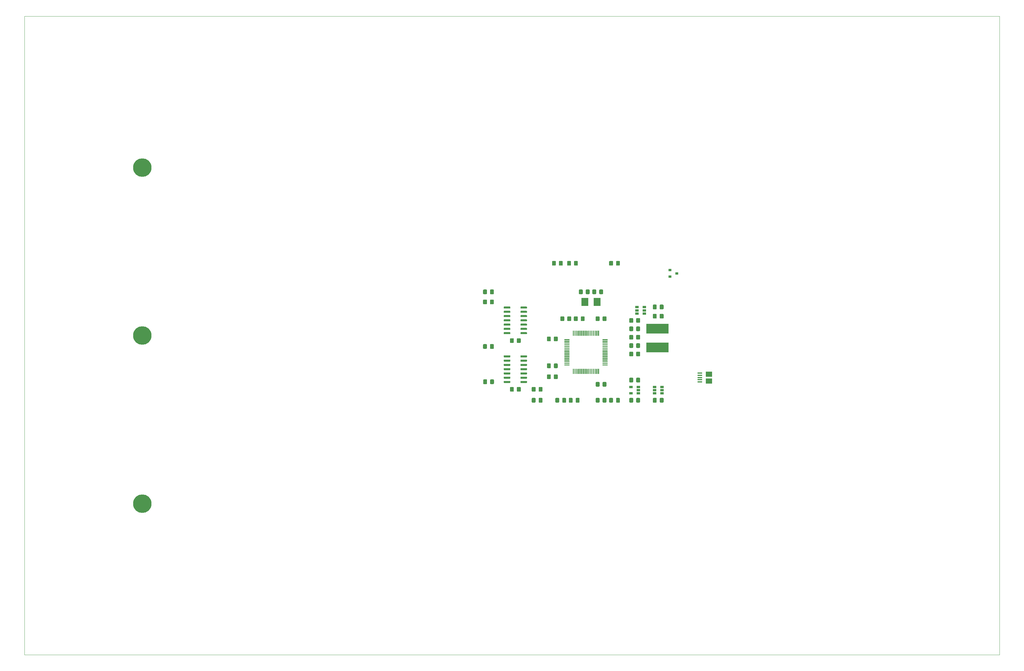
<source format=gbr>
G04 #@! TF.GenerationSoftware,KiCad,Pcbnew,(5.1.5)-3*
G04 #@! TF.CreationDate,2020-06-11T04:13:49+01:00*
G04 #@! TF.ProjectId,Greaseweazle_F7_Plus_V2,47726561-7365-4776-9561-7a6c655f4637,rev?*
G04 #@! TF.SameCoordinates,Original*
G04 #@! TF.FileFunction,Paste,Top*
G04 #@! TF.FilePolarity,Positive*
%FSLAX46Y46*%
G04 Gerber Fmt 4.6, Leading zero omitted, Abs format (unit mm)*
G04 Created by KiCad (PCBNEW (5.1.5)-3) date 2020-06-11 04:13:49*
%MOMM*%
%LPD*%
G04 APERTURE LIST*
%ADD10C,0.120000*%
%ADD11C,5.500000*%
%ADD12C,0.100000*%
%ADD13R,1.060000X0.650000*%
%ADD14R,2.000000X2.400000*%
%ADD15R,1.900000X1.500000*%
%ADD16R,1.350000X0.400000*%
%ADD17R,6.600000X2.850000*%
%ADD18R,0.900000X0.800000*%
G04 APERTURE END LIST*
D10*
X25000000Y-30000000D02*
X315000000Y-30000000D01*
X25000000Y-220000000D02*
X25000000Y-30000000D01*
X315000000Y-220000000D02*
X25000000Y-220000000D01*
X315000000Y-30000000D02*
X315000000Y-220000000D01*
D11*
X60000000Y-175000000D03*
X60000000Y-75000000D03*
X60000000Y-125000000D03*
D12*
G36*
X198382351Y-126100361D02*
G01*
X198389632Y-126101441D01*
X198396771Y-126103229D01*
X198403701Y-126105709D01*
X198410355Y-126108856D01*
X198416668Y-126112640D01*
X198422579Y-126117024D01*
X198428033Y-126121967D01*
X198432976Y-126127421D01*
X198437360Y-126133332D01*
X198441144Y-126139645D01*
X198444291Y-126146299D01*
X198446771Y-126153229D01*
X198448559Y-126160368D01*
X198449639Y-126167649D01*
X198450000Y-126175000D01*
X198450000Y-126325000D01*
X198449639Y-126332351D01*
X198448559Y-126339632D01*
X198446771Y-126346771D01*
X198444291Y-126353701D01*
X198441144Y-126360355D01*
X198437360Y-126366668D01*
X198432976Y-126372579D01*
X198428033Y-126378033D01*
X198422579Y-126382976D01*
X198416668Y-126387360D01*
X198410355Y-126391144D01*
X198403701Y-126394291D01*
X198396771Y-126396771D01*
X198389632Y-126398559D01*
X198382351Y-126399639D01*
X198375000Y-126400000D01*
X196975000Y-126400000D01*
X196967649Y-126399639D01*
X196960368Y-126398559D01*
X196953229Y-126396771D01*
X196946299Y-126394291D01*
X196939645Y-126391144D01*
X196933332Y-126387360D01*
X196927421Y-126382976D01*
X196921967Y-126378033D01*
X196917024Y-126372579D01*
X196912640Y-126366668D01*
X196908856Y-126360355D01*
X196905709Y-126353701D01*
X196903229Y-126346771D01*
X196901441Y-126339632D01*
X196900361Y-126332351D01*
X196900000Y-126325000D01*
X196900000Y-126175000D01*
X196900361Y-126167649D01*
X196901441Y-126160368D01*
X196903229Y-126153229D01*
X196905709Y-126146299D01*
X196908856Y-126139645D01*
X196912640Y-126133332D01*
X196917024Y-126127421D01*
X196921967Y-126121967D01*
X196927421Y-126117024D01*
X196933332Y-126112640D01*
X196939645Y-126108856D01*
X196946299Y-126105709D01*
X196953229Y-126103229D01*
X196960368Y-126101441D01*
X196967649Y-126100361D01*
X196975000Y-126100000D01*
X198375000Y-126100000D01*
X198382351Y-126100361D01*
G37*
G36*
X198382351Y-126600361D02*
G01*
X198389632Y-126601441D01*
X198396771Y-126603229D01*
X198403701Y-126605709D01*
X198410355Y-126608856D01*
X198416668Y-126612640D01*
X198422579Y-126617024D01*
X198428033Y-126621967D01*
X198432976Y-126627421D01*
X198437360Y-126633332D01*
X198441144Y-126639645D01*
X198444291Y-126646299D01*
X198446771Y-126653229D01*
X198448559Y-126660368D01*
X198449639Y-126667649D01*
X198450000Y-126675000D01*
X198450000Y-126825000D01*
X198449639Y-126832351D01*
X198448559Y-126839632D01*
X198446771Y-126846771D01*
X198444291Y-126853701D01*
X198441144Y-126860355D01*
X198437360Y-126866668D01*
X198432976Y-126872579D01*
X198428033Y-126878033D01*
X198422579Y-126882976D01*
X198416668Y-126887360D01*
X198410355Y-126891144D01*
X198403701Y-126894291D01*
X198396771Y-126896771D01*
X198389632Y-126898559D01*
X198382351Y-126899639D01*
X198375000Y-126900000D01*
X196975000Y-126900000D01*
X196967649Y-126899639D01*
X196960368Y-126898559D01*
X196953229Y-126896771D01*
X196946299Y-126894291D01*
X196939645Y-126891144D01*
X196933332Y-126887360D01*
X196927421Y-126882976D01*
X196921967Y-126878033D01*
X196917024Y-126872579D01*
X196912640Y-126866668D01*
X196908856Y-126860355D01*
X196905709Y-126853701D01*
X196903229Y-126846771D01*
X196901441Y-126839632D01*
X196900361Y-126832351D01*
X196900000Y-126825000D01*
X196900000Y-126675000D01*
X196900361Y-126667649D01*
X196901441Y-126660368D01*
X196903229Y-126653229D01*
X196905709Y-126646299D01*
X196908856Y-126639645D01*
X196912640Y-126633332D01*
X196917024Y-126627421D01*
X196921967Y-126621967D01*
X196927421Y-126617024D01*
X196933332Y-126612640D01*
X196939645Y-126608856D01*
X196946299Y-126605709D01*
X196953229Y-126603229D01*
X196960368Y-126601441D01*
X196967649Y-126600361D01*
X196975000Y-126600000D01*
X198375000Y-126600000D01*
X198382351Y-126600361D01*
G37*
G36*
X198382351Y-127100361D02*
G01*
X198389632Y-127101441D01*
X198396771Y-127103229D01*
X198403701Y-127105709D01*
X198410355Y-127108856D01*
X198416668Y-127112640D01*
X198422579Y-127117024D01*
X198428033Y-127121967D01*
X198432976Y-127127421D01*
X198437360Y-127133332D01*
X198441144Y-127139645D01*
X198444291Y-127146299D01*
X198446771Y-127153229D01*
X198448559Y-127160368D01*
X198449639Y-127167649D01*
X198450000Y-127175000D01*
X198450000Y-127325000D01*
X198449639Y-127332351D01*
X198448559Y-127339632D01*
X198446771Y-127346771D01*
X198444291Y-127353701D01*
X198441144Y-127360355D01*
X198437360Y-127366668D01*
X198432976Y-127372579D01*
X198428033Y-127378033D01*
X198422579Y-127382976D01*
X198416668Y-127387360D01*
X198410355Y-127391144D01*
X198403701Y-127394291D01*
X198396771Y-127396771D01*
X198389632Y-127398559D01*
X198382351Y-127399639D01*
X198375000Y-127400000D01*
X196975000Y-127400000D01*
X196967649Y-127399639D01*
X196960368Y-127398559D01*
X196953229Y-127396771D01*
X196946299Y-127394291D01*
X196939645Y-127391144D01*
X196933332Y-127387360D01*
X196927421Y-127382976D01*
X196921967Y-127378033D01*
X196917024Y-127372579D01*
X196912640Y-127366668D01*
X196908856Y-127360355D01*
X196905709Y-127353701D01*
X196903229Y-127346771D01*
X196901441Y-127339632D01*
X196900361Y-127332351D01*
X196900000Y-127325000D01*
X196900000Y-127175000D01*
X196900361Y-127167649D01*
X196901441Y-127160368D01*
X196903229Y-127153229D01*
X196905709Y-127146299D01*
X196908856Y-127139645D01*
X196912640Y-127133332D01*
X196917024Y-127127421D01*
X196921967Y-127121967D01*
X196927421Y-127117024D01*
X196933332Y-127112640D01*
X196939645Y-127108856D01*
X196946299Y-127105709D01*
X196953229Y-127103229D01*
X196960368Y-127101441D01*
X196967649Y-127100361D01*
X196975000Y-127100000D01*
X198375000Y-127100000D01*
X198382351Y-127100361D01*
G37*
G36*
X198382351Y-127600361D02*
G01*
X198389632Y-127601441D01*
X198396771Y-127603229D01*
X198403701Y-127605709D01*
X198410355Y-127608856D01*
X198416668Y-127612640D01*
X198422579Y-127617024D01*
X198428033Y-127621967D01*
X198432976Y-127627421D01*
X198437360Y-127633332D01*
X198441144Y-127639645D01*
X198444291Y-127646299D01*
X198446771Y-127653229D01*
X198448559Y-127660368D01*
X198449639Y-127667649D01*
X198450000Y-127675000D01*
X198450000Y-127825000D01*
X198449639Y-127832351D01*
X198448559Y-127839632D01*
X198446771Y-127846771D01*
X198444291Y-127853701D01*
X198441144Y-127860355D01*
X198437360Y-127866668D01*
X198432976Y-127872579D01*
X198428033Y-127878033D01*
X198422579Y-127882976D01*
X198416668Y-127887360D01*
X198410355Y-127891144D01*
X198403701Y-127894291D01*
X198396771Y-127896771D01*
X198389632Y-127898559D01*
X198382351Y-127899639D01*
X198375000Y-127900000D01*
X196975000Y-127900000D01*
X196967649Y-127899639D01*
X196960368Y-127898559D01*
X196953229Y-127896771D01*
X196946299Y-127894291D01*
X196939645Y-127891144D01*
X196933332Y-127887360D01*
X196927421Y-127882976D01*
X196921967Y-127878033D01*
X196917024Y-127872579D01*
X196912640Y-127866668D01*
X196908856Y-127860355D01*
X196905709Y-127853701D01*
X196903229Y-127846771D01*
X196901441Y-127839632D01*
X196900361Y-127832351D01*
X196900000Y-127825000D01*
X196900000Y-127675000D01*
X196900361Y-127667649D01*
X196901441Y-127660368D01*
X196903229Y-127653229D01*
X196905709Y-127646299D01*
X196908856Y-127639645D01*
X196912640Y-127633332D01*
X196917024Y-127627421D01*
X196921967Y-127621967D01*
X196927421Y-127617024D01*
X196933332Y-127612640D01*
X196939645Y-127608856D01*
X196946299Y-127605709D01*
X196953229Y-127603229D01*
X196960368Y-127601441D01*
X196967649Y-127600361D01*
X196975000Y-127600000D01*
X198375000Y-127600000D01*
X198382351Y-127600361D01*
G37*
G36*
X198382351Y-128100361D02*
G01*
X198389632Y-128101441D01*
X198396771Y-128103229D01*
X198403701Y-128105709D01*
X198410355Y-128108856D01*
X198416668Y-128112640D01*
X198422579Y-128117024D01*
X198428033Y-128121967D01*
X198432976Y-128127421D01*
X198437360Y-128133332D01*
X198441144Y-128139645D01*
X198444291Y-128146299D01*
X198446771Y-128153229D01*
X198448559Y-128160368D01*
X198449639Y-128167649D01*
X198450000Y-128175000D01*
X198450000Y-128325000D01*
X198449639Y-128332351D01*
X198448559Y-128339632D01*
X198446771Y-128346771D01*
X198444291Y-128353701D01*
X198441144Y-128360355D01*
X198437360Y-128366668D01*
X198432976Y-128372579D01*
X198428033Y-128378033D01*
X198422579Y-128382976D01*
X198416668Y-128387360D01*
X198410355Y-128391144D01*
X198403701Y-128394291D01*
X198396771Y-128396771D01*
X198389632Y-128398559D01*
X198382351Y-128399639D01*
X198375000Y-128400000D01*
X196975000Y-128400000D01*
X196967649Y-128399639D01*
X196960368Y-128398559D01*
X196953229Y-128396771D01*
X196946299Y-128394291D01*
X196939645Y-128391144D01*
X196933332Y-128387360D01*
X196927421Y-128382976D01*
X196921967Y-128378033D01*
X196917024Y-128372579D01*
X196912640Y-128366668D01*
X196908856Y-128360355D01*
X196905709Y-128353701D01*
X196903229Y-128346771D01*
X196901441Y-128339632D01*
X196900361Y-128332351D01*
X196900000Y-128325000D01*
X196900000Y-128175000D01*
X196900361Y-128167649D01*
X196901441Y-128160368D01*
X196903229Y-128153229D01*
X196905709Y-128146299D01*
X196908856Y-128139645D01*
X196912640Y-128133332D01*
X196917024Y-128127421D01*
X196921967Y-128121967D01*
X196927421Y-128117024D01*
X196933332Y-128112640D01*
X196939645Y-128108856D01*
X196946299Y-128105709D01*
X196953229Y-128103229D01*
X196960368Y-128101441D01*
X196967649Y-128100361D01*
X196975000Y-128100000D01*
X198375000Y-128100000D01*
X198382351Y-128100361D01*
G37*
G36*
X198382351Y-128600361D02*
G01*
X198389632Y-128601441D01*
X198396771Y-128603229D01*
X198403701Y-128605709D01*
X198410355Y-128608856D01*
X198416668Y-128612640D01*
X198422579Y-128617024D01*
X198428033Y-128621967D01*
X198432976Y-128627421D01*
X198437360Y-128633332D01*
X198441144Y-128639645D01*
X198444291Y-128646299D01*
X198446771Y-128653229D01*
X198448559Y-128660368D01*
X198449639Y-128667649D01*
X198450000Y-128675000D01*
X198450000Y-128825000D01*
X198449639Y-128832351D01*
X198448559Y-128839632D01*
X198446771Y-128846771D01*
X198444291Y-128853701D01*
X198441144Y-128860355D01*
X198437360Y-128866668D01*
X198432976Y-128872579D01*
X198428033Y-128878033D01*
X198422579Y-128882976D01*
X198416668Y-128887360D01*
X198410355Y-128891144D01*
X198403701Y-128894291D01*
X198396771Y-128896771D01*
X198389632Y-128898559D01*
X198382351Y-128899639D01*
X198375000Y-128900000D01*
X196975000Y-128900000D01*
X196967649Y-128899639D01*
X196960368Y-128898559D01*
X196953229Y-128896771D01*
X196946299Y-128894291D01*
X196939645Y-128891144D01*
X196933332Y-128887360D01*
X196927421Y-128882976D01*
X196921967Y-128878033D01*
X196917024Y-128872579D01*
X196912640Y-128866668D01*
X196908856Y-128860355D01*
X196905709Y-128853701D01*
X196903229Y-128846771D01*
X196901441Y-128839632D01*
X196900361Y-128832351D01*
X196900000Y-128825000D01*
X196900000Y-128675000D01*
X196900361Y-128667649D01*
X196901441Y-128660368D01*
X196903229Y-128653229D01*
X196905709Y-128646299D01*
X196908856Y-128639645D01*
X196912640Y-128633332D01*
X196917024Y-128627421D01*
X196921967Y-128621967D01*
X196927421Y-128617024D01*
X196933332Y-128612640D01*
X196939645Y-128608856D01*
X196946299Y-128605709D01*
X196953229Y-128603229D01*
X196960368Y-128601441D01*
X196967649Y-128600361D01*
X196975000Y-128600000D01*
X198375000Y-128600000D01*
X198382351Y-128600361D01*
G37*
G36*
X198382351Y-129100361D02*
G01*
X198389632Y-129101441D01*
X198396771Y-129103229D01*
X198403701Y-129105709D01*
X198410355Y-129108856D01*
X198416668Y-129112640D01*
X198422579Y-129117024D01*
X198428033Y-129121967D01*
X198432976Y-129127421D01*
X198437360Y-129133332D01*
X198441144Y-129139645D01*
X198444291Y-129146299D01*
X198446771Y-129153229D01*
X198448559Y-129160368D01*
X198449639Y-129167649D01*
X198450000Y-129175000D01*
X198450000Y-129325000D01*
X198449639Y-129332351D01*
X198448559Y-129339632D01*
X198446771Y-129346771D01*
X198444291Y-129353701D01*
X198441144Y-129360355D01*
X198437360Y-129366668D01*
X198432976Y-129372579D01*
X198428033Y-129378033D01*
X198422579Y-129382976D01*
X198416668Y-129387360D01*
X198410355Y-129391144D01*
X198403701Y-129394291D01*
X198396771Y-129396771D01*
X198389632Y-129398559D01*
X198382351Y-129399639D01*
X198375000Y-129400000D01*
X196975000Y-129400000D01*
X196967649Y-129399639D01*
X196960368Y-129398559D01*
X196953229Y-129396771D01*
X196946299Y-129394291D01*
X196939645Y-129391144D01*
X196933332Y-129387360D01*
X196927421Y-129382976D01*
X196921967Y-129378033D01*
X196917024Y-129372579D01*
X196912640Y-129366668D01*
X196908856Y-129360355D01*
X196905709Y-129353701D01*
X196903229Y-129346771D01*
X196901441Y-129339632D01*
X196900361Y-129332351D01*
X196900000Y-129325000D01*
X196900000Y-129175000D01*
X196900361Y-129167649D01*
X196901441Y-129160368D01*
X196903229Y-129153229D01*
X196905709Y-129146299D01*
X196908856Y-129139645D01*
X196912640Y-129133332D01*
X196917024Y-129127421D01*
X196921967Y-129121967D01*
X196927421Y-129117024D01*
X196933332Y-129112640D01*
X196939645Y-129108856D01*
X196946299Y-129105709D01*
X196953229Y-129103229D01*
X196960368Y-129101441D01*
X196967649Y-129100361D01*
X196975000Y-129100000D01*
X198375000Y-129100000D01*
X198382351Y-129100361D01*
G37*
G36*
X198382351Y-129600361D02*
G01*
X198389632Y-129601441D01*
X198396771Y-129603229D01*
X198403701Y-129605709D01*
X198410355Y-129608856D01*
X198416668Y-129612640D01*
X198422579Y-129617024D01*
X198428033Y-129621967D01*
X198432976Y-129627421D01*
X198437360Y-129633332D01*
X198441144Y-129639645D01*
X198444291Y-129646299D01*
X198446771Y-129653229D01*
X198448559Y-129660368D01*
X198449639Y-129667649D01*
X198450000Y-129675000D01*
X198450000Y-129825000D01*
X198449639Y-129832351D01*
X198448559Y-129839632D01*
X198446771Y-129846771D01*
X198444291Y-129853701D01*
X198441144Y-129860355D01*
X198437360Y-129866668D01*
X198432976Y-129872579D01*
X198428033Y-129878033D01*
X198422579Y-129882976D01*
X198416668Y-129887360D01*
X198410355Y-129891144D01*
X198403701Y-129894291D01*
X198396771Y-129896771D01*
X198389632Y-129898559D01*
X198382351Y-129899639D01*
X198375000Y-129900000D01*
X196975000Y-129900000D01*
X196967649Y-129899639D01*
X196960368Y-129898559D01*
X196953229Y-129896771D01*
X196946299Y-129894291D01*
X196939645Y-129891144D01*
X196933332Y-129887360D01*
X196927421Y-129882976D01*
X196921967Y-129878033D01*
X196917024Y-129872579D01*
X196912640Y-129866668D01*
X196908856Y-129860355D01*
X196905709Y-129853701D01*
X196903229Y-129846771D01*
X196901441Y-129839632D01*
X196900361Y-129832351D01*
X196900000Y-129825000D01*
X196900000Y-129675000D01*
X196900361Y-129667649D01*
X196901441Y-129660368D01*
X196903229Y-129653229D01*
X196905709Y-129646299D01*
X196908856Y-129639645D01*
X196912640Y-129633332D01*
X196917024Y-129627421D01*
X196921967Y-129621967D01*
X196927421Y-129617024D01*
X196933332Y-129612640D01*
X196939645Y-129608856D01*
X196946299Y-129605709D01*
X196953229Y-129603229D01*
X196960368Y-129601441D01*
X196967649Y-129600361D01*
X196975000Y-129600000D01*
X198375000Y-129600000D01*
X198382351Y-129600361D01*
G37*
G36*
X198382351Y-130100361D02*
G01*
X198389632Y-130101441D01*
X198396771Y-130103229D01*
X198403701Y-130105709D01*
X198410355Y-130108856D01*
X198416668Y-130112640D01*
X198422579Y-130117024D01*
X198428033Y-130121967D01*
X198432976Y-130127421D01*
X198437360Y-130133332D01*
X198441144Y-130139645D01*
X198444291Y-130146299D01*
X198446771Y-130153229D01*
X198448559Y-130160368D01*
X198449639Y-130167649D01*
X198450000Y-130175000D01*
X198450000Y-130325000D01*
X198449639Y-130332351D01*
X198448559Y-130339632D01*
X198446771Y-130346771D01*
X198444291Y-130353701D01*
X198441144Y-130360355D01*
X198437360Y-130366668D01*
X198432976Y-130372579D01*
X198428033Y-130378033D01*
X198422579Y-130382976D01*
X198416668Y-130387360D01*
X198410355Y-130391144D01*
X198403701Y-130394291D01*
X198396771Y-130396771D01*
X198389632Y-130398559D01*
X198382351Y-130399639D01*
X198375000Y-130400000D01*
X196975000Y-130400000D01*
X196967649Y-130399639D01*
X196960368Y-130398559D01*
X196953229Y-130396771D01*
X196946299Y-130394291D01*
X196939645Y-130391144D01*
X196933332Y-130387360D01*
X196927421Y-130382976D01*
X196921967Y-130378033D01*
X196917024Y-130372579D01*
X196912640Y-130366668D01*
X196908856Y-130360355D01*
X196905709Y-130353701D01*
X196903229Y-130346771D01*
X196901441Y-130339632D01*
X196900361Y-130332351D01*
X196900000Y-130325000D01*
X196900000Y-130175000D01*
X196900361Y-130167649D01*
X196901441Y-130160368D01*
X196903229Y-130153229D01*
X196905709Y-130146299D01*
X196908856Y-130139645D01*
X196912640Y-130133332D01*
X196917024Y-130127421D01*
X196921967Y-130121967D01*
X196927421Y-130117024D01*
X196933332Y-130112640D01*
X196939645Y-130108856D01*
X196946299Y-130105709D01*
X196953229Y-130103229D01*
X196960368Y-130101441D01*
X196967649Y-130100361D01*
X196975000Y-130100000D01*
X198375000Y-130100000D01*
X198382351Y-130100361D01*
G37*
G36*
X198382351Y-130600361D02*
G01*
X198389632Y-130601441D01*
X198396771Y-130603229D01*
X198403701Y-130605709D01*
X198410355Y-130608856D01*
X198416668Y-130612640D01*
X198422579Y-130617024D01*
X198428033Y-130621967D01*
X198432976Y-130627421D01*
X198437360Y-130633332D01*
X198441144Y-130639645D01*
X198444291Y-130646299D01*
X198446771Y-130653229D01*
X198448559Y-130660368D01*
X198449639Y-130667649D01*
X198450000Y-130675000D01*
X198450000Y-130825000D01*
X198449639Y-130832351D01*
X198448559Y-130839632D01*
X198446771Y-130846771D01*
X198444291Y-130853701D01*
X198441144Y-130860355D01*
X198437360Y-130866668D01*
X198432976Y-130872579D01*
X198428033Y-130878033D01*
X198422579Y-130882976D01*
X198416668Y-130887360D01*
X198410355Y-130891144D01*
X198403701Y-130894291D01*
X198396771Y-130896771D01*
X198389632Y-130898559D01*
X198382351Y-130899639D01*
X198375000Y-130900000D01*
X196975000Y-130900000D01*
X196967649Y-130899639D01*
X196960368Y-130898559D01*
X196953229Y-130896771D01*
X196946299Y-130894291D01*
X196939645Y-130891144D01*
X196933332Y-130887360D01*
X196927421Y-130882976D01*
X196921967Y-130878033D01*
X196917024Y-130872579D01*
X196912640Y-130866668D01*
X196908856Y-130860355D01*
X196905709Y-130853701D01*
X196903229Y-130846771D01*
X196901441Y-130839632D01*
X196900361Y-130832351D01*
X196900000Y-130825000D01*
X196900000Y-130675000D01*
X196900361Y-130667649D01*
X196901441Y-130660368D01*
X196903229Y-130653229D01*
X196905709Y-130646299D01*
X196908856Y-130639645D01*
X196912640Y-130633332D01*
X196917024Y-130627421D01*
X196921967Y-130621967D01*
X196927421Y-130617024D01*
X196933332Y-130612640D01*
X196939645Y-130608856D01*
X196946299Y-130605709D01*
X196953229Y-130603229D01*
X196960368Y-130601441D01*
X196967649Y-130600361D01*
X196975000Y-130600000D01*
X198375000Y-130600000D01*
X198382351Y-130600361D01*
G37*
G36*
X198382351Y-131100361D02*
G01*
X198389632Y-131101441D01*
X198396771Y-131103229D01*
X198403701Y-131105709D01*
X198410355Y-131108856D01*
X198416668Y-131112640D01*
X198422579Y-131117024D01*
X198428033Y-131121967D01*
X198432976Y-131127421D01*
X198437360Y-131133332D01*
X198441144Y-131139645D01*
X198444291Y-131146299D01*
X198446771Y-131153229D01*
X198448559Y-131160368D01*
X198449639Y-131167649D01*
X198450000Y-131175000D01*
X198450000Y-131325000D01*
X198449639Y-131332351D01*
X198448559Y-131339632D01*
X198446771Y-131346771D01*
X198444291Y-131353701D01*
X198441144Y-131360355D01*
X198437360Y-131366668D01*
X198432976Y-131372579D01*
X198428033Y-131378033D01*
X198422579Y-131382976D01*
X198416668Y-131387360D01*
X198410355Y-131391144D01*
X198403701Y-131394291D01*
X198396771Y-131396771D01*
X198389632Y-131398559D01*
X198382351Y-131399639D01*
X198375000Y-131400000D01*
X196975000Y-131400000D01*
X196967649Y-131399639D01*
X196960368Y-131398559D01*
X196953229Y-131396771D01*
X196946299Y-131394291D01*
X196939645Y-131391144D01*
X196933332Y-131387360D01*
X196927421Y-131382976D01*
X196921967Y-131378033D01*
X196917024Y-131372579D01*
X196912640Y-131366668D01*
X196908856Y-131360355D01*
X196905709Y-131353701D01*
X196903229Y-131346771D01*
X196901441Y-131339632D01*
X196900361Y-131332351D01*
X196900000Y-131325000D01*
X196900000Y-131175000D01*
X196900361Y-131167649D01*
X196901441Y-131160368D01*
X196903229Y-131153229D01*
X196905709Y-131146299D01*
X196908856Y-131139645D01*
X196912640Y-131133332D01*
X196917024Y-131127421D01*
X196921967Y-131121967D01*
X196927421Y-131117024D01*
X196933332Y-131112640D01*
X196939645Y-131108856D01*
X196946299Y-131105709D01*
X196953229Y-131103229D01*
X196960368Y-131101441D01*
X196967649Y-131100361D01*
X196975000Y-131100000D01*
X198375000Y-131100000D01*
X198382351Y-131100361D01*
G37*
G36*
X198382351Y-131600361D02*
G01*
X198389632Y-131601441D01*
X198396771Y-131603229D01*
X198403701Y-131605709D01*
X198410355Y-131608856D01*
X198416668Y-131612640D01*
X198422579Y-131617024D01*
X198428033Y-131621967D01*
X198432976Y-131627421D01*
X198437360Y-131633332D01*
X198441144Y-131639645D01*
X198444291Y-131646299D01*
X198446771Y-131653229D01*
X198448559Y-131660368D01*
X198449639Y-131667649D01*
X198450000Y-131675000D01*
X198450000Y-131825000D01*
X198449639Y-131832351D01*
X198448559Y-131839632D01*
X198446771Y-131846771D01*
X198444291Y-131853701D01*
X198441144Y-131860355D01*
X198437360Y-131866668D01*
X198432976Y-131872579D01*
X198428033Y-131878033D01*
X198422579Y-131882976D01*
X198416668Y-131887360D01*
X198410355Y-131891144D01*
X198403701Y-131894291D01*
X198396771Y-131896771D01*
X198389632Y-131898559D01*
X198382351Y-131899639D01*
X198375000Y-131900000D01*
X196975000Y-131900000D01*
X196967649Y-131899639D01*
X196960368Y-131898559D01*
X196953229Y-131896771D01*
X196946299Y-131894291D01*
X196939645Y-131891144D01*
X196933332Y-131887360D01*
X196927421Y-131882976D01*
X196921967Y-131878033D01*
X196917024Y-131872579D01*
X196912640Y-131866668D01*
X196908856Y-131860355D01*
X196905709Y-131853701D01*
X196903229Y-131846771D01*
X196901441Y-131839632D01*
X196900361Y-131832351D01*
X196900000Y-131825000D01*
X196900000Y-131675000D01*
X196900361Y-131667649D01*
X196901441Y-131660368D01*
X196903229Y-131653229D01*
X196905709Y-131646299D01*
X196908856Y-131639645D01*
X196912640Y-131633332D01*
X196917024Y-131627421D01*
X196921967Y-131621967D01*
X196927421Y-131617024D01*
X196933332Y-131612640D01*
X196939645Y-131608856D01*
X196946299Y-131605709D01*
X196953229Y-131603229D01*
X196960368Y-131601441D01*
X196967649Y-131600361D01*
X196975000Y-131600000D01*
X198375000Y-131600000D01*
X198382351Y-131600361D01*
G37*
G36*
X198382351Y-132100361D02*
G01*
X198389632Y-132101441D01*
X198396771Y-132103229D01*
X198403701Y-132105709D01*
X198410355Y-132108856D01*
X198416668Y-132112640D01*
X198422579Y-132117024D01*
X198428033Y-132121967D01*
X198432976Y-132127421D01*
X198437360Y-132133332D01*
X198441144Y-132139645D01*
X198444291Y-132146299D01*
X198446771Y-132153229D01*
X198448559Y-132160368D01*
X198449639Y-132167649D01*
X198450000Y-132175000D01*
X198450000Y-132325000D01*
X198449639Y-132332351D01*
X198448559Y-132339632D01*
X198446771Y-132346771D01*
X198444291Y-132353701D01*
X198441144Y-132360355D01*
X198437360Y-132366668D01*
X198432976Y-132372579D01*
X198428033Y-132378033D01*
X198422579Y-132382976D01*
X198416668Y-132387360D01*
X198410355Y-132391144D01*
X198403701Y-132394291D01*
X198396771Y-132396771D01*
X198389632Y-132398559D01*
X198382351Y-132399639D01*
X198375000Y-132400000D01*
X196975000Y-132400000D01*
X196967649Y-132399639D01*
X196960368Y-132398559D01*
X196953229Y-132396771D01*
X196946299Y-132394291D01*
X196939645Y-132391144D01*
X196933332Y-132387360D01*
X196927421Y-132382976D01*
X196921967Y-132378033D01*
X196917024Y-132372579D01*
X196912640Y-132366668D01*
X196908856Y-132360355D01*
X196905709Y-132353701D01*
X196903229Y-132346771D01*
X196901441Y-132339632D01*
X196900361Y-132332351D01*
X196900000Y-132325000D01*
X196900000Y-132175000D01*
X196900361Y-132167649D01*
X196901441Y-132160368D01*
X196903229Y-132153229D01*
X196905709Y-132146299D01*
X196908856Y-132139645D01*
X196912640Y-132133332D01*
X196917024Y-132127421D01*
X196921967Y-132121967D01*
X196927421Y-132117024D01*
X196933332Y-132112640D01*
X196939645Y-132108856D01*
X196946299Y-132105709D01*
X196953229Y-132103229D01*
X196960368Y-132101441D01*
X196967649Y-132100361D01*
X196975000Y-132100000D01*
X198375000Y-132100000D01*
X198382351Y-132100361D01*
G37*
G36*
X198382351Y-132600361D02*
G01*
X198389632Y-132601441D01*
X198396771Y-132603229D01*
X198403701Y-132605709D01*
X198410355Y-132608856D01*
X198416668Y-132612640D01*
X198422579Y-132617024D01*
X198428033Y-132621967D01*
X198432976Y-132627421D01*
X198437360Y-132633332D01*
X198441144Y-132639645D01*
X198444291Y-132646299D01*
X198446771Y-132653229D01*
X198448559Y-132660368D01*
X198449639Y-132667649D01*
X198450000Y-132675000D01*
X198450000Y-132825000D01*
X198449639Y-132832351D01*
X198448559Y-132839632D01*
X198446771Y-132846771D01*
X198444291Y-132853701D01*
X198441144Y-132860355D01*
X198437360Y-132866668D01*
X198432976Y-132872579D01*
X198428033Y-132878033D01*
X198422579Y-132882976D01*
X198416668Y-132887360D01*
X198410355Y-132891144D01*
X198403701Y-132894291D01*
X198396771Y-132896771D01*
X198389632Y-132898559D01*
X198382351Y-132899639D01*
X198375000Y-132900000D01*
X196975000Y-132900000D01*
X196967649Y-132899639D01*
X196960368Y-132898559D01*
X196953229Y-132896771D01*
X196946299Y-132894291D01*
X196939645Y-132891144D01*
X196933332Y-132887360D01*
X196927421Y-132882976D01*
X196921967Y-132878033D01*
X196917024Y-132872579D01*
X196912640Y-132866668D01*
X196908856Y-132860355D01*
X196905709Y-132853701D01*
X196903229Y-132846771D01*
X196901441Y-132839632D01*
X196900361Y-132832351D01*
X196900000Y-132825000D01*
X196900000Y-132675000D01*
X196900361Y-132667649D01*
X196901441Y-132660368D01*
X196903229Y-132653229D01*
X196905709Y-132646299D01*
X196908856Y-132639645D01*
X196912640Y-132633332D01*
X196917024Y-132627421D01*
X196921967Y-132621967D01*
X196927421Y-132617024D01*
X196933332Y-132612640D01*
X196939645Y-132608856D01*
X196946299Y-132605709D01*
X196953229Y-132603229D01*
X196960368Y-132601441D01*
X196967649Y-132600361D01*
X196975000Y-132600000D01*
X198375000Y-132600000D01*
X198382351Y-132600361D01*
G37*
G36*
X198382351Y-133100361D02*
G01*
X198389632Y-133101441D01*
X198396771Y-133103229D01*
X198403701Y-133105709D01*
X198410355Y-133108856D01*
X198416668Y-133112640D01*
X198422579Y-133117024D01*
X198428033Y-133121967D01*
X198432976Y-133127421D01*
X198437360Y-133133332D01*
X198441144Y-133139645D01*
X198444291Y-133146299D01*
X198446771Y-133153229D01*
X198448559Y-133160368D01*
X198449639Y-133167649D01*
X198450000Y-133175000D01*
X198450000Y-133325000D01*
X198449639Y-133332351D01*
X198448559Y-133339632D01*
X198446771Y-133346771D01*
X198444291Y-133353701D01*
X198441144Y-133360355D01*
X198437360Y-133366668D01*
X198432976Y-133372579D01*
X198428033Y-133378033D01*
X198422579Y-133382976D01*
X198416668Y-133387360D01*
X198410355Y-133391144D01*
X198403701Y-133394291D01*
X198396771Y-133396771D01*
X198389632Y-133398559D01*
X198382351Y-133399639D01*
X198375000Y-133400000D01*
X196975000Y-133400000D01*
X196967649Y-133399639D01*
X196960368Y-133398559D01*
X196953229Y-133396771D01*
X196946299Y-133394291D01*
X196939645Y-133391144D01*
X196933332Y-133387360D01*
X196927421Y-133382976D01*
X196921967Y-133378033D01*
X196917024Y-133372579D01*
X196912640Y-133366668D01*
X196908856Y-133360355D01*
X196905709Y-133353701D01*
X196903229Y-133346771D01*
X196901441Y-133339632D01*
X196900361Y-133332351D01*
X196900000Y-133325000D01*
X196900000Y-133175000D01*
X196900361Y-133167649D01*
X196901441Y-133160368D01*
X196903229Y-133153229D01*
X196905709Y-133146299D01*
X196908856Y-133139645D01*
X196912640Y-133133332D01*
X196917024Y-133127421D01*
X196921967Y-133121967D01*
X196927421Y-133117024D01*
X196933332Y-133112640D01*
X196939645Y-133108856D01*
X196946299Y-133105709D01*
X196953229Y-133103229D01*
X196960368Y-133101441D01*
X196967649Y-133100361D01*
X196975000Y-133100000D01*
X198375000Y-133100000D01*
X198382351Y-133100361D01*
G37*
G36*
X198382351Y-133600361D02*
G01*
X198389632Y-133601441D01*
X198396771Y-133603229D01*
X198403701Y-133605709D01*
X198410355Y-133608856D01*
X198416668Y-133612640D01*
X198422579Y-133617024D01*
X198428033Y-133621967D01*
X198432976Y-133627421D01*
X198437360Y-133633332D01*
X198441144Y-133639645D01*
X198444291Y-133646299D01*
X198446771Y-133653229D01*
X198448559Y-133660368D01*
X198449639Y-133667649D01*
X198450000Y-133675000D01*
X198450000Y-133825000D01*
X198449639Y-133832351D01*
X198448559Y-133839632D01*
X198446771Y-133846771D01*
X198444291Y-133853701D01*
X198441144Y-133860355D01*
X198437360Y-133866668D01*
X198432976Y-133872579D01*
X198428033Y-133878033D01*
X198422579Y-133882976D01*
X198416668Y-133887360D01*
X198410355Y-133891144D01*
X198403701Y-133894291D01*
X198396771Y-133896771D01*
X198389632Y-133898559D01*
X198382351Y-133899639D01*
X198375000Y-133900000D01*
X196975000Y-133900000D01*
X196967649Y-133899639D01*
X196960368Y-133898559D01*
X196953229Y-133896771D01*
X196946299Y-133894291D01*
X196939645Y-133891144D01*
X196933332Y-133887360D01*
X196927421Y-133882976D01*
X196921967Y-133878033D01*
X196917024Y-133872579D01*
X196912640Y-133866668D01*
X196908856Y-133860355D01*
X196905709Y-133853701D01*
X196903229Y-133846771D01*
X196901441Y-133839632D01*
X196900361Y-133832351D01*
X196900000Y-133825000D01*
X196900000Y-133675000D01*
X196900361Y-133667649D01*
X196901441Y-133660368D01*
X196903229Y-133653229D01*
X196905709Y-133646299D01*
X196908856Y-133639645D01*
X196912640Y-133633332D01*
X196917024Y-133627421D01*
X196921967Y-133621967D01*
X196927421Y-133617024D01*
X196933332Y-133612640D01*
X196939645Y-133608856D01*
X196946299Y-133605709D01*
X196953229Y-133603229D01*
X196960368Y-133601441D01*
X196967649Y-133600361D01*
X196975000Y-133600000D01*
X198375000Y-133600000D01*
X198382351Y-133600361D01*
G37*
G36*
X195832351Y-134900361D02*
G01*
X195839632Y-134901441D01*
X195846771Y-134903229D01*
X195853701Y-134905709D01*
X195860355Y-134908856D01*
X195866668Y-134912640D01*
X195872579Y-134917024D01*
X195878033Y-134921967D01*
X195882976Y-134927421D01*
X195887360Y-134933332D01*
X195891144Y-134939645D01*
X195894291Y-134946299D01*
X195896771Y-134953229D01*
X195898559Y-134960368D01*
X195899639Y-134967649D01*
X195900000Y-134975000D01*
X195900000Y-136375000D01*
X195899639Y-136382351D01*
X195898559Y-136389632D01*
X195896771Y-136396771D01*
X195894291Y-136403701D01*
X195891144Y-136410355D01*
X195887360Y-136416668D01*
X195882976Y-136422579D01*
X195878033Y-136428033D01*
X195872579Y-136432976D01*
X195866668Y-136437360D01*
X195860355Y-136441144D01*
X195853701Y-136444291D01*
X195846771Y-136446771D01*
X195839632Y-136448559D01*
X195832351Y-136449639D01*
X195825000Y-136450000D01*
X195675000Y-136450000D01*
X195667649Y-136449639D01*
X195660368Y-136448559D01*
X195653229Y-136446771D01*
X195646299Y-136444291D01*
X195639645Y-136441144D01*
X195633332Y-136437360D01*
X195627421Y-136432976D01*
X195621967Y-136428033D01*
X195617024Y-136422579D01*
X195612640Y-136416668D01*
X195608856Y-136410355D01*
X195605709Y-136403701D01*
X195603229Y-136396771D01*
X195601441Y-136389632D01*
X195600361Y-136382351D01*
X195600000Y-136375000D01*
X195600000Y-134975000D01*
X195600361Y-134967649D01*
X195601441Y-134960368D01*
X195603229Y-134953229D01*
X195605709Y-134946299D01*
X195608856Y-134939645D01*
X195612640Y-134933332D01*
X195617024Y-134927421D01*
X195621967Y-134921967D01*
X195627421Y-134917024D01*
X195633332Y-134912640D01*
X195639645Y-134908856D01*
X195646299Y-134905709D01*
X195653229Y-134903229D01*
X195660368Y-134901441D01*
X195667649Y-134900361D01*
X195675000Y-134900000D01*
X195825000Y-134900000D01*
X195832351Y-134900361D01*
G37*
G36*
X195332351Y-134900361D02*
G01*
X195339632Y-134901441D01*
X195346771Y-134903229D01*
X195353701Y-134905709D01*
X195360355Y-134908856D01*
X195366668Y-134912640D01*
X195372579Y-134917024D01*
X195378033Y-134921967D01*
X195382976Y-134927421D01*
X195387360Y-134933332D01*
X195391144Y-134939645D01*
X195394291Y-134946299D01*
X195396771Y-134953229D01*
X195398559Y-134960368D01*
X195399639Y-134967649D01*
X195400000Y-134975000D01*
X195400000Y-136375000D01*
X195399639Y-136382351D01*
X195398559Y-136389632D01*
X195396771Y-136396771D01*
X195394291Y-136403701D01*
X195391144Y-136410355D01*
X195387360Y-136416668D01*
X195382976Y-136422579D01*
X195378033Y-136428033D01*
X195372579Y-136432976D01*
X195366668Y-136437360D01*
X195360355Y-136441144D01*
X195353701Y-136444291D01*
X195346771Y-136446771D01*
X195339632Y-136448559D01*
X195332351Y-136449639D01*
X195325000Y-136450000D01*
X195175000Y-136450000D01*
X195167649Y-136449639D01*
X195160368Y-136448559D01*
X195153229Y-136446771D01*
X195146299Y-136444291D01*
X195139645Y-136441144D01*
X195133332Y-136437360D01*
X195127421Y-136432976D01*
X195121967Y-136428033D01*
X195117024Y-136422579D01*
X195112640Y-136416668D01*
X195108856Y-136410355D01*
X195105709Y-136403701D01*
X195103229Y-136396771D01*
X195101441Y-136389632D01*
X195100361Y-136382351D01*
X195100000Y-136375000D01*
X195100000Y-134975000D01*
X195100361Y-134967649D01*
X195101441Y-134960368D01*
X195103229Y-134953229D01*
X195105709Y-134946299D01*
X195108856Y-134939645D01*
X195112640Y-134933332D01*
X195117024Y-134927421D01*
X195121967Y-134921967D01*
X195127421Y-134917024D01*
X195133332Y-134912640D01*
X195139645Y-134908856D01*
X195146299Y-134905709D01*
X195153229Y-134903229D01*
X195160368Y-134901441D01*
X195167649Y-134900361D01*
X195175000Y-134900000D01*
X195325000Y-134900000D01*
X195332351Y-134900361D01*
G37*
G36*
X194832351Y-134900361D02*
G01*
X194839632Y-134901441D01*
X194846771Y-134903229D01*
X194853701Y-134905709D01*
X194860355Y-134908856D01*
X194866668Y-134912640D01*
X194872579Y-134917024D01*
X194878033Y-134921967D01*
X194882976Y-134927421D01*
X194887360Y-134933332D01*
X194891144Y-134939645D01*
X194894291Y-134946299D01*
X194896771Y-134953229D01*
X194898559Y-134960368D01*
X194899639Y-134967649D01*
X194900000Y-134975000D01*
X194900000Y-136375000D01*
X194899639Y-136382351D01*
X194898559Y-136389632D01*
X194896771Y-136396771D01*
X194894291Y-136403701D01*
X194891144Y-136410355D01*
X194887360Y-136416668D01*
X194882976Y-136422579D01*
X194878033Y-136428033D01*
X194872579Y-136432976D01*
X194866668Y-136437360D01*
X194860355Y-136441144D01*
X194853701Y-136444291D01*
X194846771Y-136446771D01*
X194839632Y-136448559D01*
X194832351Y-136449639D01*
X194825000Y-136450000D01*
X194675000Y-136450000D01*
X194667649Y-136449639D01*
X194660368Y-136448559D01*
X194653229Y-136446771D01*
X194646299Y-136444291D01*
X194639645Y-136441144D01*
X194633332Y-136437360D01*
X194627421Y-136432976D01*
X194621967Y-136428033D01*
X194617024Y-136422579D01*
X194612640Y-136416668D01*
X194608856Y-136410355D01*
X194605709Y-136403701D01*
X194603229Y-136396771D01*
X194601441Y-136389632D01*
X194600361Y-136382351D01*
X194600000Y-136375000D01*
X194600000Y-134975000D01*
X194600361Y-134967649D01*
X194601441Y-134960368D01*
X194603229Y-134953229D01*
X194605709Y-134946299D01*
X194608856Y-134939645D01*
X194612640Y-134933332D01*
X194617024Y-134927421D01*
X194621967Y-134921967D01*
X194627421Y-134917024D01*
X194633332Y-134912640D01*
X194639645Y-134908856D01*
X194646299Y-134905709D01*
X194653229Y-134903229D01*
X194660368Y-134901441D01*
X194667649Y-134900361D01*
X194675000Y-134900000D01*
X194825000Y-134900000D01*
X194832351Y-134900361D01*
G37*
G36*
X194332351Y-134900361D02*
G01*
X194339632Y-134901441D01*
X194346771Y-134903229D01*
X194353701Y-134905709D01*
X194360355Y-134908856D01*
X194366668Y-134912640D01*
X194372579Y-134917024D01*
X194378033Y-134921967D01*
X194382976Y-134927421D01*
X194387360Y-134933332D01*
X194391144Y-134939645D01*
X194394291Y-134946299D01*
X194396771Y-134953229D01*
X194398559Y-134960368D01*
X194399639Y-134967649D01*
X194400000Y-134975000D01*
X194400000Y-136375000D01*
X194399639Y-136382351D01*
X194398559Y-136389632D01*
X194396771Y-136396771D01*
X194394291Y-136403701D01*
X194391144Y-136410355D01*
X194387360Y-136416668D01*
X194382976Y-136422579D01*
X194378033Y-136428033D01*
X194372579Y-136432976D01*
X194366668Y-136437360D01*
X194360355Y-136441144D01*
X194353701Y-136444291D01*
X194346771Y-136446771D01*
X194339632Y-136448559D01*
X194332351Y-136449639D01*
X194325000Y-136450000D01*
X194175000Y-136450000D01*
X194167649Y-136449639D01*
X194160368Y-136448559D01*
X194153229Y-136446771D01*
X194146299Y-136444291D01*
X194139645Y-136441144D01*
X194133332Y-136437360D01*
X194127421Y-136432976D01*
X194121967Y-136428033D01*
X194117024Y-136422579D01*
X194112640Y-136416668D01*
X194108856Y-136410355D01*
X194105709Y-136403701D01*
X194103229Y-136396771D01*
X194101441Y-136389632D01*
X194100361Y-136382351D01*
X194100000Y-136375000D01*
X194100000Y-134975000D01*
X194100361Y-134967649D01*
X194101441Y-134960368D01*
X194103229Y-134953229D01*
X194105709Y-134946299D01*
X194108856Y-134939645D01*
X194112640Y-134933332D01*
X194117024Y-134927421D01*
X194121967Y-134921967D01*
X194127421Y-134917024D01*
X194133332Y-134912640D01*
X194139645Y-134908856D01*
X194146299Y-134905709D01*
X194153229Y-134903229D01*
X194160368Y-134901441D01*
X194167649Y-134900361D01*
X194175000Y-134900000D01*
X194325000Y-134900000D01*
X194332351Y-134900361D01*
G37*
G36*
X193832351Y-134900361D02*
G01*
X193839632Y-134901441D01*
X193846771Y-134903229D01*
X193853701Y-134905709D01*
X193860355Y-134908856D01*
X193866668Y-134912640D01*
X193872579Y-134917024D01*
X193878033Y-134921967D01*
X193882976Y-134927421D01*
X193887360Y-134933332D01*
X193891144Y-134939645D01*
X193894291Y-134946299D01*
X193896771Y-134953229D01*
X193898559Y-134960368D01*
X193899639Y-134967649D01*
X193900000Y-134975000D01*
X193900000Y-136375000D01*
X193899639Y-136382351D01*
X193898559Y-136389632D01*
X193896771Y-136396771D01*
X193894291Y-136403701D01*
X193891144Y-136410355D01*
X193887360Y-136416668D01*
X193882976Y-136422579D01*
X193878033Y-136428033D01*
X193872579Y-136432976D01*
X193866668Y-136437360D01*
X193860355Y-136441144D01*
X193853701Y-136444291D01*
X193846771Y-136446771D01*
X193839632Y-136448559D01*
X193832351Y-136449639D01*
X193825000Y-136450000D01*
X193675000Y-136450000D01*
X193667649Y-136449639D01*
X193660368Y-136448559D01*
X193653229Y-136446771D01*
X193646299Y-136444291D01*
X193639645Y-136441144D01*
X193633332Y-136437360D01*
X193627421Y-136432976D01*
X193621967Y-136428033D01*
X193617024Y-136422579D01*
X193612640Y-136416668D01*
X193608856Y-136410355D01*
X193605709Y-136403701D01*
X193603229Y-136396771D01*
X193601441Y-136389632D01*
X193600361Y-136382351D01*
X193600000Y-136375000D01*
X193600000Y-134975000D01*
X193600361Y-134967649D01*
X193601441Y-134960368D01*
X193603229Y-134953229D01*
X193605709Y-134946299D01*
X193608856Y-134939645D01*
X193612640Y-134933332D01*
X193617024Y-134927421D01*
X193621967Y-134921967D01*
X193627421Y-134917024D01*
X193633332Y-134912640D01*
X193639645Y-134908856D01*
X193646299Y-134905709D01*
X193653229Y-134903229D01*
X193660368Y-134901441D01*
X193667649Y-134900361D01*
X193675000Y-134900000D01*
X193825000Y-134900000D01*
X193832351Y-134900361D01*
G37*
G36*
X193332351Y-134900361D02*
G01*
X193339632Y-134901441D01*
X193346771Y-134903229D01*
X193353701Y-134905709D01*
X193360355Y-134908856D01*
X193366668Y-134912640D01*
X193372579Y-134917024D01*
X193378033Y-134921967D01*
X193382976Y-134927421D01*
X193387360Y-134933332D01*
X193391144Y-134939645D01*
X193394291Y-134946299D01*
X193396771Y-134953229D01*
X193398559Y-134960368D01*
X193399639Y-134967649D01*
X193400000Y-134975000D01*
X193400000Y-136375000D01*
X193399639Y-136382351D01*
X193398559Y-136389632D01*
X193396771Y-136396771D01*
X193394291Y-136403701D01*
X193391144Y-136410355D01*
X193387360Y-136416668D01*
X193382976Y-136422579D01*
X193378033Y-136428033D01*
X193372579Y-136432976D01*
X193366668Y-136437360D01*
X193360355Y-136441144D01*
X193353701Y-136444291D01*
X193346771Y-136446771D01*
X193339632Y-136448559D01*
X193332351Y-136449639D01*
X193325000Y-136450000D01*
X193175000Y-136450000D01*
X193167649Y-136449639D01*
X193160368Y-136448559D01*
X193153229Y-136446771D01*
X193146299Y-136444291D01*
X193139645Y-136441144D01*
X193133332Y-136437360D01*
X193127421Y-136432976D01*
X193121967Y-136428033D01*
X193117024Y-136422579D01*
X193112640Y-136416668D01*
X193108856Y-136410355D01*
X193105709Y-136403701D01*
X193103229Y-136396771D01*
X193101441Y-136389632D01*
X193100361Y-136382351D01*
X193100000Y-136375000D01*
X193100000Y-134975000D01*
X193100361Y-134967649D01*
X193101441Y-134960368D01*
X193103229Y-134953229D01*
X193105709Y-134946299D01*
X193108856Y-134939645D01*
X193112640Y-134933332D01*
X193117024Y-134927421D01*
X193121967Y-134921967D01*
X193127421Y-134917024D01*
X193133332Y-134912640D01*
X193139645Y-134908856D01*
X193146299Y-134905709D01*
X193153229Y-134903229D01*
X193160368Y-134901441D01*
X193167649Y-134900361D01*
X193175000Y-134900000D01*
X193325000Y-134900000D01*
X193332351Y-134900361D01*
G37*
G36*
X192832351Y-134900361D02*
G01*
X192839632Y-134901441D01*
X192846771Y-134903229D01*
X192853701Y-134905709D01*
X192860355Y-134908856D01*
X192866668Y-134912640D01*
X192872579Y-134917024D01*
X192878033Y-134921967D01*
X192882976Y-134927421D01*
X192887360Y-134933332D01*
X192891144Y-134939645D01*
X192894291Y-134946299D01*
X192896771Y-134953229D01*
X192898559Y-134960368D01*
X192899639Y-134967649D01*
X192900000Y-134975000D01*
X192900000Y-136375000D01*
X192899639Y-136382351D01*
X192898559Y-136389632D01*
X192896771Y-136396771D01*
X192894291Y-136403701D01*
X192891144Y-136410355D01*
X192887360Y-136416668D01*
X192882976Y-136422579D01*
X192878033Y-136428033D01*
X192872579Y-136432976D01*
X192866668Y-136437360D01*
X192860355Y-136441144D01*
X192853701Y-136444291D01*
X192846771Y-136446771D01*
X192839632Y-136448559D01*
X192832351Y-136449639D01*
X192825000Y-136450000D01*
X192675000Y-136450000D01*
X192667649Y-136449639D01*
X192660368Y-136448559D01*
X192653229Y-136446771D01*
X192646299Y-136444291D01*
X192639645Y-136441144D01*
X192633332Y-136437360D01*
X192627421Y-136432976D01*
X192621967Y-136428033D01*
X192617024Y-136422579D01*
X192612640Y-136416668D01*
X192608856Y-136410355D01*
X192605709Y-136403701D01*
X192603229Y-136396771D01*
X192601441Y-136389632D01*
X192600361Y-136382351D01*
X192600000Y-136375000D01*
X192600000Y-134975000D01*
X192600361Y-134967649D01*
X192601441Y-134960368D01*
X192603229Y-134953229D01*
X192605709Y-134946299D01*
X192608856Y-134939645D01*
X192612640Y-134933332D01*
X192617024Y-134927421D01*
X192621967Y-134921967D01*
X192627421Y-134917024D01*
X192633332Y-134912640D01*
X192639645Y-134908856D01*
X192646299Y-134905709D01*
X192653229Y-134903229D01*
X192660368Y-134901441D01*
X192667649Y-134900361D01*
X192675000Y-134900000D01*
X192825000Y-134900000D01*
X192832351Y-134900361D01*
G37*
G36*
X192332351Y-134900361D02*
G01*
X192339632Y-134901441D01*
X192346771Y-134903229D01*
X192353701Y-134905709D01*
X192360355Y-134908856D01*
X192366668Y-134912640D01*
X192372579Y-134917024D01*
X192378033Y-134921967D01*
X192382976Y-134927421D01*
X192387360Y-134933332D01*
X192391144Y-134939645D01*
X192394291Y-134946299D01*
X192396771Y-134953229D01*
X192398559Y-134960368D01*
X192399639Y-134967649D01*
X192400000Y-134975000D01*
X192400000Y-136375000D01*
X192399639Y-136382351D01*
X192398559Y-136389632D01*
X192396771Y-136396771D01*
X192394291Y-136403701D01*
X192391144Y-136410355D01*
X192387360Y-136416668D01*
X192382976Y-136422579D01*
X192378033Y-136428033D01*
X192372579Y-136432976D01*
X192366668Y-136437360D01*
X192360355Y-136441144D01*
X192353701Y-136444291D01*
X192346771Y-136446771D01*
X192339632Y-136448559D01*
X192332351Y-136449639D01*
X192325000Y-136450000D01*
X192175000Y-136450000D01*
X192167649Y-136449639D01*
X192160368Y-136448559D01*
X192153229Y-136446771D01*
X192146299Y-136444291D01*
X192139645Y-136441144D01*
X192133332Y-136437360D01*
X192127421Y-136432976D01*
X192121967Y-136428033D01*
X192117024Y-136422579D01*
X192112640Y-136416668D01*
X192108856Y-136410355D01*
X192105709Y-136403701D01*
X192103229Y-136396771D01*
X192101441Y-136389632D01*
X192100361Y-136382351D01*
X192100000Y-136375000D01*
X192100000Y-134975000D01*
X192100361Y-134967649D01*
X192101441Y-134960368D01*
X192103229Y-134953229D01*
X192105709Y-134946299D01*
X192108856Y-134939645D01*
X192112640Y-134933332D01*
X192117024Y-134927421D01*
X192121967Y-134921967D01*
X192127421Y-134917024D01*
X192133332Y-134912640D01*
X192139645Y-134908856D01*
X192146299Y-134905709D01*
X192153229Y-134903229D01*
X192160368Y-134901441D01*
X192167649Y-134900361D01*
X192175000Y-134900000D01*
X192325000Y-134900000D01*
X192332351Y-134900361D01*
G37*
G36*
X191832351Y-134900361D02*
G01*
X191839632Y-134901441D01*
X191846771Y-134903229D01*
X191853701Y-134905709D01*
X191860355Y-134908856D01*
X191866668Y-134912640D01*
X191872579Y-134917024D01*
X191878033Y-134921967D01*
X191882976Y-134927421D01*
X191887360Y-134933332D01*
X191891144Y-134939645D01*
X191894291Y-134946299D01*
X191896771Y-134953229D01*
X191898559Y-134960368D01*
X191899639Y-134967649D01*
X191900000Y-134975000D01*
X191900000Y-136375000D01*
X191899639Y-136382351D01*
X191898559Y-136389632D01*
X191896771Y-136396771D01*
X191894291Y-136403701D01*
X191891144Y-136410355D01*
X191887360Y-136416668D01*
X191882976Y-136422579D01*
X191878033Y-136428033D01*
X191872579Y-136432976D01*
X191866668Y-136437360D01*
X191860355Y-136441144D01*
X191853701Y-136444291D01*
X191846771Y-136446771D01*
X191839632Y-136448559D01*
X191832351Y-136449639D01*
X191825000Y-136450000D01*
X191675000Y-136450000D01*
X191667649Y-136449639D01*
X191660368Y-136448559D01*
X191653229Y-136446771D01*
X191646299Y-136444291D01*
X191639645Y-136441144D01*
X191633332Y-136437360D01*
X191627421Y-136432976D01*
X191621967Y-136428033D01*
X191617024Y-136422579D01*
X191612640Y-136416668D01*
X191608856Y-136410355D01*
X191605709Y-136403701D01*
X191603229Y-136396771D01*
X191601441Y-136389632D01*
X191600361Y-136382351D01*
X191600000Y-136375000D01*
X191600000Y-134975000D01*
X191600361Y-134967649D01*
X191601441Y-134960368D01*
X191603229Y-134953229D01*
X191605709Y-134946299D01*
X191608856Y-134939645D01*
X191612640Y-134933332D01*
X191617024Y-134927421D01*
X191621967Y-134921967D01*
X191627421Y-134917024D01*
X191633332Y-134912640D01*
X191639645Y-134908856D01*
X191646299Y-134905709D01*
X191653229Y-134903229D01*
X191660368Y-134901441D01*
X191667649Y-134900361D01*
X191675000Y-134900000D01*
X191825000Y-134900000D01*
X191832351Y-134900361D01*
G37*
G36*
X191332351Y-134900361D02*
G01*
X191339632Y-134901441D01*
X191346771Y-134903229D01*
X191353701Y-134905709D01*
X191360355Y-134908856D01*
X191366668Y-134912640D01*
X191372579Y-134917024D01*
X191378033Y-134921967D01*
X191382976Y-134927421D01*
X191387360Y-134933332D01*
X191391144Y-134939645D01*
X191394291Y-134946299D01*
X191396771Y-134953229D01*
X191398559Y-134960368D01*
X191399639Y-134967649D01*
X191400000Y-134975000D01*
X191400000Y-136375000D01*
X191399639Y-136382351D01*
X191398559Y-136389632D01*
X191396771Y-136396771D01*
X191394291Y-136403701D01*
X191391144Y-136410355D01*
X191387360Y-136416668D01*
X191382976Y-136422579D01*
X191378033Y-136428033D01*
X191372579Y-136432976D01*
X191366668Y-136437360D01*
X191360355Y-136441144D01*
X191353701Y-136444291D01*
X191346771Y-136446771D01*
X191339632Y-136448559D01*
X191332351Y-136449639D01*
X191325000Y-136450000D01*
X191175000Y-136450000D01*
X191167649Y-136449639D01*
X191160368Y-136448559D01*
X191153229Y-136446771D01*
X191146299Y-136444291D01*
X191139645Y-136441144D01*
X191133332Y-136437360D01*
X191127421Y-136432976D01*
X191121967Y-136428033D01*
X191117024Y-136422579D01*
X191112640Y-136416668D01*
X191108856Y-136410355D01*
X191105709Y-136403701D01*
X191103229Y-136396771D01*
X191101441Y-136389632D01*
X191100361Y-136382351D01*
X191100000Y-136375000D01*
X191100000Y-134975000D01*
X191100361Y-134967649D01*
X191101441Y-134960368D01*
X191103229Y-134953229D01*
X191105709Y-134946299D01*
X191108856Y-134939645D01*
X191112640Y-134933332D01*
X191117024Y-134927421D01*
X191121967Y-134921967D01*
X191127421Y-134917024D01*
X191133332Y-134912640D01*
X191139645Y-134908856D01*
X191146299Y-134905709D01*
X191153229Y-134903229D01*
X191160368Y-134901441D01*
X191167649Y-134900361D01*
X191175000Y-134900000D01*
X191325000Y-134900000D01*
X191332351Y-134900361D01*
G37*
G36*
X190832351Y-134900361D02*
G01*
X190839632Y-134901441D01*
X190846771Y-134903229D01*
X190853701Y-134905709D01*
X190860355Y-134908856D01*
X190866668Y-134912640D01*
X190872579Y-134917024D01*
X190878033Y-134921967D01*
X190882976Y-134927421D01*
X190887360Y-134933332D01*
X190891144Y-134939645D01*
X190894291Y-134946299D01*
X190896771Y-134953229D01*
X190898559Y-134960368D01*
X190899639Y-134967649D01*
X190900000Y-134975000D01*
X190900000Y-136375000D01*
X190899639Y-136382351D01*
X190898559Y-136389632D01*
X190896771Y-136396771D01*
X190894291Y-136403701D01*
X190891144Y-136410355D01*
X190887360Y-136416668D01*
X190882976Y-136422579D01*
X190878033Y-136428033D01*
X190872579Y-136432976D01*
X190866668Y-136437360D01*
X190860355Y-136441144D01*
X190853701Y-136444291D01*
X190846771Y-136446771D01*
X190839632Y-136448559D01*
X190832351Y-136449639D01*
X190825000Y-136450000D01*
X190675000Y-136450000D01*
X190667649Y-136449639D01*
X190660368Y-136448559D01*
X190653229Y-136446771D01*
X190646299Y-136444291D01*
X190639645Y-136441144D01*
X190633332Y-136437360D01*
X190627421Y-136432976D01*
X190621967Y-136428033D01*
X190617024Y-136422579D01*
X190612640Y-136416668D01*
X190608856Y-136410355D01*
X190605709Y-136403701D01*
X190603229Y-136396771D01*
X190601441Y-136389632D01*
X190600361Y-136382351D01*
X190600000Y-136375000D01*
X190600000Y-134975000D01*
X190600361Y-134967649D01*
X190601441Y-134960368D01*
X190603229Y-134953229D01*
X190605709Y-134946299D01*
X190608856Y-134939645D01*
X190612640Y-134933332D01*
X190617024Y-134927421D01*
X190621967Y-134921967D01*
X190627421Y-134917024D01*
X190633332Y-134912640D01*
X190639645Y-134908856D01*
X190646299Y-134905709D01*
X190653229Y-134903229D01*
X190660368Y-134901441D01*
X190667649Y-134900361D01*
X190675000Y-134900000D01*
X190825000Y-134900000D01*
X190832351Y-134900361D01*
G37*
G36*
X190332351Y-134900361D02*
G01*
X190339632Y-134901441D01*
X190346771Y-134903229D01*
X190353701Y-134905709D01*
X190360355Y-134908856D01*
X190366668Y-134912640D01*
X190372579Y-134917024D01*
X190378033Y-134921967D01*
X190382976Y-134927421D01*
X190387360Y-134933332D01*
X190391144Y-134939645D01*
X190394291Y-134946299D01*
X190396771Y-134953229D01*
X190398559Y-134960368D01*
X190399639Y-134967649D01*
X190400000Y-134975000D01*
X190400000Y-136375000D01*
X190399639Y-136382351D01*
X190398559Y-136389632D01*
X190396771Y-136396771D01*
X190394291Y-136403701D01*
X190391144Y-136410355D01*
X190387360Y-136416668D01*
X190382976Y-136422579D01*
X190378033Y-136428033D01*
X190372579Y-136432976D01*
X190366668Y-136437360D01*
X190360355Y-136441144D01*
X190353701Y-136444291D01*
X190346771Y-136446771D01*
X190339632Y-136448559D01*
X190332351Y-136449639D01*
X190325000Y-136450000D01*
X190175000Y-136450000D01*
X190167649Y-136449639D01*
X190160368Y-136448559D01*
X190153229Y-136446771D01*
X190146299Y-136444291D01*
X190139645Y-136441144D01*
X190133332Y-136437360D01*
X190127421Y-136432976D01*
X190121967Y-136428033D01*
X190117024Y-136422579D01*
X190112640Y-136416668D01*
X190108856Y-136410355D01*
X190105709Y-136403701D01*
X190103229Y-136396771D01*
X190101441Y-136389632D01*
X190100361Y-136382351D01*
X190100000Y-136375000D01*
X190100000Y-134975000D01*
X190100361Y-134967649D01*
X190101441Y-134960368D01*
X190103229Y-134953229D01*
X190105709Y-134946299D01*
X190108856Y-134939645D01*
X190112640Y-134933332D01*
X190117024Y-134927421D01*
X190121967Y-134921967D01*
X190127421Y-134917024D01*
X190133332Y-134912640D01*
X190139645Y-134908856D01*
X190146299Y-134905709D01*
X190153229Y-134903229D01*
X190160368Y-134901441D01*
X190167649Y-134900361D01*
X190175000Y-134900000D01*
X190325000Y-134900000D01*
X190332351Y-134900361D01*
G37*
G36*
X189832351Y-134900361D02*
G01*
X189839632Y-134901441D01*
X189846771Y-134903229D01*
X189853701Y-134905709D01*
X189860355Y-134908856D01*
X189866668Y-134912640D01*
X189872579Y-134917024D01*
X189878033Y-134921967D01*
X189882976Y-134927421D01*
X189887360Y-134933332D01*
X189891144Y-134939645D01*
X189894291Y-134946299D01*
X189896771Y-134953229D01*
X189898559Y-134960368D01*
X189899639Y-134967649D01*
X189900000Y-134975000D01*
X189900000Y-136375000D01*
X189899639Y-136382351D01*
X189898559Y-136389632D01*
X189896771Y-136396771D01*
X189894291Y-136403701D01*
X189891144Y-136410355D01*
X189887360Y-136416668D01*
X189882976Y-136422579D01*
X189878033Y-136428033D01*
X189872579Y-136432976D01*
X189866668Y-136437360D01*
X189860355Y-136441144D01*
X189853701Y-136444291D01*
X189846771Y-136446771D01*
X189839632Y-136448559D01*
X189832351Y-136449639D01*
X189825000Y-136450000D01*
X189675000Y-136450000D01*
X189667649Y-136449639D01*
X189660368Y-136448559D01*
X189653229Y-136446771D01*
X189646299Y-136444291D01*
X189639645Y-136441144D01*
X189633332Y-136437360D01*
X189627421Y-136432976D01*
X189621967Y-136428033D01*
X189617024Y-136422579D01*
X189612640Y-136416668D01*
X189608856Y-136410355D01*
X189605709Y-136403701D01*
X189603229Y-136396771D01*
X189601441Y-136389632D01*
X189600361Y-136382351D01*
X189600000Y-136375000D01*
X189600000Y-134975000D01*
X189600361Y-134967649D01*
X189601441Y-134960368D01*
X189603229Y-134953229D01*
X189605709Y-134946299D01*
X189608856Y-134939645D01*
X189612640Y-134933332D01*
X189617024Y-134927421D01*
X189621967Y-134921967D01*
X189627421Y-134917024D01*
X189633332Y-134912640D01*
X189639645Y-134908856D01*
X189646299Y-134905709D01*
X189653229Y-134903229D01*
X189660368Y-134901441D01*
X189667649Y-134900361D01*
X189675000Y-134900000D01*
X189825000Y-134900000D01*
X189832351Y-134900361D01*
G37*
G36*
X189332351Y-134900361D02*
G01*
X189339632Y-134901441D01*
X189346771Y-134903229D01*
X189353701Y-134905709D01*
X189360355Y-134908856D01*
X189366668Y-134912640D01*
X189372579Y-134917024D01*
X189378033Y-134921967D01*
X189382976Y-134927421D01*
X189387360Y-134933332D01*
X189391144Y-134939645D01*
X189394291Y-134946299D01*
X189396771Y-134953229D01*
X189398559Y-134960368D01*
X189399639Y-134967649D01*
X189400000Y-134975000D01*
X189400000Y-136375000D01*
X189399639Y-136382351D01*
X189398559Y-136389632D01*
X189396771Y-136396771D01*
X189394291Y-136403701D01*
X189391144Y-136410355D01*
X189387360Y-136416668D01*
X189382976Y-136422579D01*
X189378033Y-136428033D01*
X189372579Y-136432976D01*
X189366668Y-136437360D01*
X189360355Y-136441144D01*
X189353701Y-136444291D01*
X189346771Y-136446771D01*
X189339632Y-136448559D01*
X189332351Y-136449639D01*
X189325000Y-136450000D01*
X189175000Y-136450000D01*
X189167649Y-136449639D01*
X189160368Y-136448559D01*
X189153229Y-136446771D01*
X189146299Y-136444291D01*
X189139645Y-136441144D01*
X189133332Y-136437360D01*
X189127421Y-136432976D01*
X189121967Y-136428033D01*
X189117024Y-136422579D01*
X189112640Y-136416668D01*
X189108856Y-136410355D01*
X189105709Y-136403701D01*
X189103229Y-136396771D01*
X189101441Y-136389632D01*
X189100361Y-136382351D01*
X189100000Y-136375000D01*
X189100000Y-134975000D01*
X189100361Y-134967649D01*
X189101441Y-134960368D01*
X189103229Y-134953229D01*
X189105709Y-134946299D01*
X189108856Y-134939645D01*
X189112640Y-134933332D01*
X189117024Y-134927421D01*
X189121967Y-134921967D01*
X189127421Y-134917024D01*
X189133332Y-134912640D01*
X189139645Y-134908856D01*
X189146299Y-134905709D01*
X189153229Y-134903229D01*
X189160368Y-134901441D01*
X189167649Y-134900361D01*
X189175000Y-134900000D01*
X189325000Y-134900000D01*
X189332351Y-134900361D01*
G37*
G36*
X188832351Y-134900361D02*
G01*
X188839632Y-134901441D01*
X188846771Y-134903229D01*
X188853701Y-134905709D01*
X188860355Y-134908856D01*
X188866668Y-134912640D01*
X188872579Y-134917024D01*
X188878033Y-134921967D01*
X188882976Y-134927421D01*
X188887360Y-134933332D01*
X188891144Y-134939645D01*
X188894291Y-134946299D01*
X188896771Y-134953229D01*
X188898559Y-134960368D01*
X188899639Y-134967649D01*
X188900000Y-134975000D01*
X188900000Y-136375000D01*
X188899639Y-136382351D01*
X188898559Y-136389632D01*
X188896771Y-136396771D01*
X188894291Y-136403701D01*
X188891144Y-136410355D01*
X188887360Y-136416668D01*
X188882976Y-136422579D01*
X188878033Y-136428033D01*
X188872579Y-136432976D01*
X188866668Y-136437360D01*
X188860355Y-136441144D01*
X188853701Y-136444291D01*
X188846771Y-136446771D01*
X188839632Y-136448559D01*
X188832351Y-136449639D01*
X188825000Y-136450000D01*
X188675000Y-136450000D01*
X188667649Y-136449639D01*
X188660368Y-136448559D01*
X188653229Y-136446771D01*
X188646299Y-136444291D01*
X188639645Y-136441144D01*
X188633332Y-136437360D01*
X188627421Y-136432976D01*
X188621967Y-136428033D01*
X188617024Y-136422579D01*
X188612640Y-136416668D01*
X188608856Y-136410355D01*
X188605709Y-136403701D01*
X188603229Y-136396771D01*
X188601441Y-136389632D01*
X188600361Y-136382351D01*
X188600000Y-136375000D01*
X188600000Y-134975000D01*
X188600361Y-134967649D01*
X188601441Y-134960368D01*
X188603229Y-134953229D01*
X188605709Y-134946299D01*
X188608856Y-134939645D01*
X188612640Y-134933332D01*
X188617024Y-134927421D01*
X188621967Y-134921967D01*
X188627421Y-134917024D01*
X188633332Y-134912640D01*
X188639645Y-134908856D01*
X188646299Y-134905709D01*
X188653229Y-134903229D01*
X188660368Y-134901441D01*
X188667649Y-134900361D01*
X188675000Y-134900000D01*
X188825000Y-134900000D01*
X188832351Y-134900361D01*
G37*
G36*
X188332351Y-134900361D02*
G01*
X188339632Y-134901441D01*
X188346771Y-134903229D01*
X188353701Y-134905709D01*
X188360355Y-134908856D01*
X188366668Y-134912640D01*
X188372579Y-134917024D01*
X188378033Y-134921967D01*
X188382976Y-134927421D01*
X188387360Y-134933332D01*
X188391144Y-134939645D01*
X188394291Y-134946299D01*
X188396771Y-134953229D01*
X188398559Y-134960368D01*
X188399639Y-134967649D01*
X188400000Y-134975000D01*
X188400000Y-136375000D01*
X188399639Y-136382351D01*
X188398559Y-136389632D01*
X188396771Y-136396771D01*
X188394291Y-136403701D01*
X188391144Y-136410355D01*
X188387360Y-136416668D01*
X188382976Y-136422579D01*
X188378033Y-136428033D01*
X188372579Y-136432976D01*
X188366668Y-136437360D01*
X188360355Y-136441144D01*
X188353701Y-136444291D01*
X188346771Y-136446771D01*
X188339632Y-136448559D01*
X188332351Y-136449639D01*
X188325000Y-136450000D01*
X188175000Y-136450000D01*
X188167649Y-136449639D01*
X188160368Y-136448559D01*
X188153229Y-136446771D01*
X188146299Y-136444291D01*
X188139645Y-136441144D01*
X188133332Y-136437360D01*
X188127421Y-136432976D01*
X188121967Y-136428033D01*
X188117024Y-136422579D01*
X188112640Y-136416668D01*
X188108856Y-136410355D01*
X188105709Y-136403701D01*
X188103229Y-136396771D01*
X188101441Y-136389632D01*
X188100361Y-136382351D01*
X188100000Y-136375000D01*
X188100000Y-134975000D01*
X188100361Y-134967649D01*
X188101441Y-134960368D01*
X188103229Y-134953229D01*
X188105709Y-134946299D01*
X188108856Y-134939645D01*
X188112640Y-134933332D01*
X188117024Y-134927421D01*
X188121967Y-134921967D01*
X188127421Y-134917024D01*
X188133332Y-134912640D01*
X188139645Y-134908856D01*
X188146299Y-134905709D01*
X188153229Y-134903229D01*
X188160368Y-134901441D01*
X188167649Y-134900361D01*
X188175000Y-134900000D01*
X188325000Y-134900000D01*
X188332351Y-134900361D01*
G37*
G36*
X187032351Y-133600361D02*
G01*
X187039632Y-133601441D01*
X187046771Y-133603229D01*
X187053701Y-133605709D01*
X187060355Y-133608856D01*
X187066668Y-133612640D01*
X187072579Y-133617024D01*
X187078033Y-133621967D01*
X187082976Y-133627421D01*
X187087360Y-133633332D01*
X187091144Y-133639645D01*
X187094291Y-133646299D01*
X187096771Y-133653229D01*
X187098559Y-133660368D01*
X187099639Y-133667649D01*
X187100000Y-133675000D01*
X187100000Y-133825000D01*
X187099639Y-133832351D01*
X187098559Y-133839632D01*
X187096771Y-133846771D01*
X187094291Y-133853701D01*
X187091144Y-133860355D01*
X187087360Y-133866668D01*
X187082976Y-133872579D01*
X187078033Y-133878033D01*
X187072579Y-133882976D01*
X187066668Y-133887360D01*
X187060355Y-133891144D01*
X187053701Y-133894291D01*
X187046771Y-133896771D01*
X187039632Y-133898559D01*
X187032351Y-133899639D01*
X187025000Y-133900000D01*
X185625000Y-133900000D01*
X185617649Y-133899639D01*
X185610368Y-133898559D01*
X185603229Y-133896771D01*
X185596299Y-133894291D01*
X185589645Y-133891144D01*
X185583332Y-133887360D01*
X185577421Y-133882976D01*
X185571967Y-133878033D01*
X185567024Y-133872579D01*
X185562640Y-133866668D01*
X185558856Y-133860355D01*
X185555709Y-133853701D01*
X185553229Y-133846771D01*
X185551441Y-133839632D01*
X185550361Y-133832351D01*
X185550000Y-133825000D01*
X185550000Y-133675000D01*
X185550361Y-133667649D01*
X185551441Y-133660368D01*
X185553229Y-133653229D01*
X185555709Y-133646299D01*
X185558856Y-133639645D01*
X185562640Y-133633332D01*
X185567024Y-133627421D01*
X185571967Y-133621967D01*
X185577421Y-133617024D01*
X185583332Y-133612640D01*
X185589645Y-133608856D01*
X185596299Y-133605709D01*
X185603229Y-133603229D01*
X185610368Y-133601441D01*
X185617649Y-133600361D01*
X185625000Y-133600000D01*
X187025000Y-133600000D01*
X187032351Y-133600361D01*
G37*
G36*
X187032351Y-133100361D02*
G01*
X187039632Y-133101441D01*
X187046771Y-133103229D01*
X187053701Y-133105709D01*
X187060355Y-133108856D01*
X187066668Y-133112640D01*
X187072579Y-133117024D01*
X187078033Y-133121967D01*
X187082976Y-133127421D01*
X187087360Y-133133332D01*
X187091144Y-133139645D01*
X187094291Y-133146299D01*
X187096771Y-133153229D01*
X187098559Y-133160368D01*
X187099639Y-133167649D01*
X187100000Y-133175000D01*
X187100000Y-133325000D01*
X187099639Y-133332351D01*
X187098559Y-133339632D01*
X187096771Y-133346771D01*
X187094291Y-133353701D01*
X187091144Y-133360355D01*
X187087360Y-133366668D01*
X187082976Y-133372579D01*
X187078033Y-133378033D01*
X187072579Y-133382976D01*
X187066668Y-133387360D01*
X187060355Y-133391144D01*
X187053701Y-133394291D01*
X187046771Y-133396771D01*
X187039632Y-133398559D01*
X187032351Y-133399639D01*
X187025000Y-133400000D01*
X185625000Y-133400000D01*
X185617649Y-133399639D01*
X185610368Y-133398559D01*
X185603229Y-133396771D01*
X185596299Y-133394291D01*
X185589645Y-133391144D01*
X185583332Y-133387360D01*
X185577421Y-133382976D01*
X185571967Y-133378033D01*
X185567024Y-133372579D01*
X185562640Y-133366668D01*
X185558856Y-133360355D01*
X185555709Y-133353701D01*
X185553229Y-133346771D01*
X185551441Y-133339632D01*
X185550361Y-133332351D01*
X185550000Y-133325000D01*
X185550000Y-133175000D01*
X185550361Y-133167649D01*
X185551441Y-133160368D01*
X185553229Y-133153229D01*
X185555709Y-133146299D01*
X185558856Y-133139645D01*
X185562640Y-133133332D01*
X185567024Y-133127421D01*
X185571967Y-133121967D01*
X185577421Y-133117024D01*
X185583332Y-133112640D01*
X185589645Y-133108856D01*
X185596299Y-133105709D01*
X185603229Y-133103229D01*
X185610368Y-133101441D01*
X185617649Y-133100361D01*
X185625000Y-133100000D01*
X187025000Y-133100000D01*
X187032351Y-133100361D01*
G37*
G36*
X187032351Y-132600361D02*
G01*
X187039632Y-132601441D01*
X187046771Y-132603229D01*
X187053701Y-132605709D01*
X187060355Y-132608856D01*
X187066668Y-132612640D01*
X187072579Y-132617024D01*
X187078033Y-132621967D01*
X187082976Y-132627421D01*
X187087360Y-132633332D01*
X187091144Y-132639645D01*
X187094291Y-132646299D01*
X187096771Y-132653229D01*
X187098559Y-132660368D01*
X187099639Y-132667649D01*
X187100000Y-132675000D01*
X187100000Y-132825000D01*
X187099639Y-132832351D01*
X187098559Y-132839632D01*
X187096771Y-132846771D01*
X187094291Y-132853701D01*
X187091144Y-132860355D01*
X187087360Y-132866668D01*
X187082976Y-132872579D01*
X187078033Y-132878033D01*
X187072579Y-132882976D01*
X187066668Y-132887360D01*
X187060355Y-132891144D01*
X187053701Y-132894291D01*
X187046771Y-132896771D01*
X187039632Y-132898559D01*
X187032351Y-132899639D01*
X187025000Y-132900000D01*
X185625000Y-132900000D01*
X185617649Y-132899639D01*
X185610368Y-132898559D01*
X185603229Y-132896771D01*
X185596299Y-132894291D01*
X185589645Y-132891144D01*
X185583332Y-132887360D01*
X185577421Y-132882976D01*
X185571967Y-132878033D01*
X185567024Y-132872579D01*
X185562640Y-132866668D01*
X185558856Y-132860355D01*
X185555709Y-132853701D01*
X185553229Y-132846771D01*
X185551441Y-132839632D01*
X185550361Y-132832351D01*
X185550000Y-132825000D01*
X185550000Y-132675000D01*
X185550361Y-132667649D01*
X185551441Y-132660368D01*
X185553229Y-132653229D01*
X185555709Y-132646299D01*
X185558856Y-132639645D01*
X185562640Y-132633332D01*
X185567024Y-132627421D01*
X185571967Y-132621967D01*
X185577421Y-132617024D01*
X185583332Y-132612640D01*
X185589645Y-132608856D01*
X185596299Y-132605709D01*
X185603229Y-132603229D01*
X185610368Y-132601441D01*
X185617649Y-132600361D01*
X185625000Y-132600000D01*
X187025000Y-132600000D01*
X187032351Y-132600361D01*
G37*
G36*
X187032351Y-132100361D02*
G01*
X187039632Y-132101441D01*
X187046771Y-132103229D01*
X187053701Y-132105709D01*
X187060355Y-132108856D01*
X187066668Y-132112640D01*
X187072579Y-132117024D01*
X187078033Y-132121967D01*
X187082976Y-132127421D01*
X187087360Y-132133332D01*
X187091144Y-132139645D01*
X187094291Y-132146299D01*
X187096771Y-132153229D01*
X187098559Y-132160368D01*
X187099639Y-132167649D01*
X187100000Y-132175000D01*
X187100000Y-132325000D01*
X187099639Y-132332351D01*
X187098559Y-132339632D01*
X187096771Y-132346771D01*
X187094291Y-132353701D01*
X187091144Y-132360355D01*
X187087360Y-132366668D01*
X187082976Y-132372579D01*
X187078033Y-132378033D01*
X187072579Y-132382976D01*
X187066668Y-132387360D01*
X187060355Y-132391144D01*
X187053701Y-132394291D01*
X187046771Y-132396771D01*
X187039632Y-132398559D01*
X187032351Y-132399639D01*
X187025000Y-132400000D01*
X185625000Y-132400000D01*
X185617649Y-132399639D01*
X185610368Y-132398559D01*
X185603229Y-132396771D01*
X185596299Y-132394291D01*
X185589645Y-132391144D01*
X185583332Y-132387360D01*
X185577421Y-132382976D01*
X185571967Y-132378033D01*
X185567024Y-132372579D01*
X185562640Y-132366668D01*
X185558856Y-132360355D01*
X185555709Y-132353701D01*
X185553229Y-132346771D01*
X185551441Y-132339632D01*
X185550361Y-132332351D01*
X185550000Y-132325000D01*
X185550000Y-132175000D01*
X185550361Y-132167649D01*
X185551441Y-132160368D01*
X185553229Y-132153229D01*
X185555709Y-132146299D01*
X185558856Y-132139645D01*
X185562640Y-132133332D01*
X185567024Y-132127421D01*
X185571967Y-132121967D01*
X185577421Y-132117024D01*
X185583332Y-132112640D01*
X185589645Y-132108856D01*
X185596299Y-132105709D01*
X185603229Y-132103229D01*
X185610368Y-132101441D01*
X185617649Y-132100361D01*
X185625000Y-132100000D01*
X187025000Y-132100000D01*
X187032351Y-132100361D01*
G37*
G36*
X187032351Y-131600361D02*
G01*
X187039632Y-131601441D01*
X187046771Y-131603229D01*
X187053701Y-131605709D01*
X187060355Y-131608856D01*
X187066668Y-131612640D01*
X187072579Y-131617024D01*
X187078033Y-131621967D01*
X187082976Y-131627421D01*
X187087360Y-131633332D01*
X187091144Y-131639645D01*
X187094291Y-131646299D01*
X187096771Y-131653229D01*
X187098559Y-131660368D01*
X187099639Y-131667649D01*
X187100000Y-131675000D01*
X187100000Y-131825000D01*
X187099639Y-131832351D01*
X187098559Y-131839632D01*
X187096771Y-131846771D01*
X187094291Y-131853701D01*
X187091144Y-131860355D01*
X187087360Y-131866668D01*
X187082976Y-131872579D01*
X187078033Y-131878033D01*
X187072579Y-131882976D01*
X187066668Y-131887360D01*
X187060355Y-131891144D01*
X187053701Y-131894291D01*
X187046771Y-131896771D01*
X187039632Y-131898559D01*
X187032351Y-131899639D01*
X187025000Y-131900000D01*
X185625000Y-131900000D01*
X185617649Y-131899639D01*
X185610368Y-131898559D01*
X185603229Y-131896771D01*
X185596299Y-131894291D01*
X185589645Y-131891144D01*
X185583332Y-131887360D01*
X185577421Y-131882976D01*
X185571967Y-131878033D01*
X185567024Y-131872579D01*
X185562640Y-131866668D01*
X185558856Y-131860355D01*
X185555709Y-131853701D01*
X185553229Y-131846771D01*
X185551441Y-131839632D01*
X185550361Y-131832351D01*
X185550000Y-131825000D01*
X185550000Y-131675000D01*
X185550361Y-131667649D01*
X185551441Y-131660368D01*
X185553229Y-131653229D01*
X185555709Y-131646299D01*
X185558856Y-131639645D01*
X185562640Y-131633332D01*
X185567024Y-131627421D01*
X185571967Y-131621967D01*
X185577421Y-131617024D01*
X185583332Y-131612640D01*
X185589645Y-131608856D01*
X185596299Y-131605709D01*
X185603229Y-131603229D01*
X185610368Y-131601441D01*
X185617649Y-131600361D01*
X185625000Y-131600000D01*
X187025000Y-131600000D01*
X187032351Y-131600361D01*
G37*
G36*
X187032351Y-131100361D02*
G01*
X187039632Y-131101441D01*
X187046771Y-131103229D01*
X187053701Y-131105709D01*
X187060355Y-131108856D01*
X187066668Y-131112640D01*
X187072579Y-131117024D01*
X187078033Y-131121967D01*
X187082976Y-131127421D01*
X187087360Y-131133332D01*
X187091144Y-131139645D01*
X187094291Y-131146299D01*
X187096771Y-131153229D01*
X187098559Y-131160368D01*
X187099639Y-131167649D01*
X187100000Y-131175000D01*
X187100000Y-131325000D01*
X187099639Y-131332351D01*
X187098559Y-131339632D01*
X187096771Y-131346771D01*
X187094291Y-131353701D01*
X187091144Y-131360355D01*
X187087360Y-131366668D01*
X187082976Y-131372579D01*
X187078033Y-131378033D01*
X187072579Y-131382976D01*
X187066668Y-131387360D01*
X187060355Y-131391144D01*
X187053701Y-131394291D01*
X187046771Y-131396771D01*
X187039632Y-131398559D01*
X187032351Y-131399639D01*
X187025000Y-131400000D01*
X185625000Y-131400000D01*
X185617649Y-131399639D01*
X185610368Y-131398559D01*
X185603229Y-131396771D01*
X185596299Y-131394291D01*
X185589645Y-131391144D01*
X185583332Y-131387360D01*
X185577421Y-131382976D01*
X185571967Y-131378033D01*
X185567024Y-131372579D01*
X185562640Y-131366668D01*
X185558856Y-131360355D01*
X185555709Y-131353701D01*
X185553229Y-131346771D01*
X185551441Y-131339632D01*
X185550361Y-131332351D01*
X185550000Y-131325000D01*
X185550000Y-131175000D01*
X185550361Y-131167649D01*
X185551441Y-131160368D01*
X185553229Y-131153229D01*
X185555709Y-131146299D01*
X185558856Y-131139645D01*
X185562640Y-131133332D01*
X185567024Y-131127421D01*
X185571967Y-131121967D01*
X185577421Y-131117024D01*
X185583332Y-131112640D01*
X185589645Y-131108856D01*
X185596299Y-131105709D01*
X185603229Y-131103229D01*
X185610368Y-131101441D01*
X185617649Y-131100361D01*
X185625000Y-131100000D01*
X187025000Y-131100000D01*
X187032351Y-131100361D01*
G37*
G36*
X187032351Y-130600361D02*
G01*
X187039632Y-130601441D01*
X187046771Y-130603229D01*
X187053701Y-130605709D01*
X187060355Y-130608856D01*
X187066668Y-130612640D01*
X187072579Y-130617024D01*
X187078033Y-130621967D01*
X187082976Y-130627421D01*
X187087360Y-130633332D01*
X187091144Y-130639645D01*
X187094291Y-130646299D01*
X187096771Y-130653229D01*
X187098559Y-130660368D01*
X187099639Y-130667649D01*
X187100000Y-130675000D01*
X187100000Y-130825000D01*
X187099639Y-130832351D01*
X187098559Y-130839632D01*
X187096771Y-130846771D01*
X187094291Y-130853701D01*
X187091144Y-130860355D01*
X187087360Y-130866668D01*
X187082976Y-130872579D01*
X187078033Y-130878033D01*
X187072579Y-130882976D01*
X187066668Y-130887360D01*
X187060355Y-130891144D01*
X187053701Y-130894291D01*
X187046771Y-130896771D01*
X187039632Y-130898559D01*
X187032351Y-130899639D01*
X187025000Y-130900000D01*
X185625000Y-130900000D01*
X185617649Y-130899639D01*
X185610368Y-130898559D01*
X185603229Y-130896771D01*
X185596299Y-130894291D01*
X185589645Y-130891144D01*
X185583332Y-130887360D01*
X185577421Y-130882976D01*
X185571967Y-130878033D01*
X185567024Y-130872579D01*
X185562640Y-130866668D01*
X185558856Y-130860355D01*
X185555709Y-130853701D01*
X185553229Y-130846771D01*
X185551441Y-130839632D01*
X185550361Y-130832351D01*
X185550000Y-130825000D01*
X185550000Y-130675000D01*
X185550361Y-130667649D01*
X185551441Y-130660368D01*
X185553229Y-130653229D01*
X185555709Y-130646299D01*
X185558856Y-130639645D01*
X185562640Y-130633332D01*
X185567024Y-130627421D01*
X185571967Y-130621967D01*
X185577421Y-130617024D01*
X185583332Y-130612640D01*
X185589645Y-130608856D01*
X185596299Y-130605709D01*
X185603229Y-130603229D01*
X185610368Y-130601441D01*
X185617649Y-130600361D01*
X185625000Y-130600000D01*
X187025000Y-130600000D01*
X187032351Y-130600361D01*
G37*
G36*
X187032351Y-130100361D02*
G01*
X187039632Y-130101441D01*
X187046771Y-130103229D01*
X187053701Y-130105709D01*
X187060355Y-130108856D01*
X187066668Y-130112640D01*
X187072579Y-130117024D01*
X187078033Y-130121967D01*
X187082976Y-130127421D01*
X187087360Y-130133332D01*
X187091144Y-130139645D01*
X187094291Y-130146299D01*
X187096771Y-130153229D01*
X187098559Y-130160368D01*
X187099639Y-130167649D01*
X187100000Y-130175000D01*
X187100000Y-130325000D01*
X187099639Y-130332351D01*
X187098559Y-130339632D01*
X187096771Y-130346771D01*
X187094291Y-130353701D01*
X187091144Y-130360355D01*
X187087360Y-130366668D01*
X187082976Y-130372579D01*
X187078033Y-130378033D01*
X187072579Y-130382976D01*
X187066668Y-130387360D01*
X187060355Y-130391144D01*
X187053701Y-130394291D01*
X187046771Y-130396771D01*
X187039632Y-130398559D01*
X187032351Y-130399639D01*
X187025000Y-130400000D01*
X185625000Y-130400000D01*
X185617649Y-130399639D01*
X185610368Y-130398559D01*
X185603229Y-130396771D01*
X185596299Y-130394291D01*
X185589645Y-130391144D01*
X185583332Y-130387360D01*
X185577421Y-130382976D01*
X185571967Y-130378033D01*
X185567024Y-130372579D01*
X185562640Y-130366668D01*
X185558856Y-130360355D01*
X185555709Y-130353701D01*
X185553229Y-130346771D01*
X185551441Y-130339632D01*
X185550361Y-130332351D01*
X185550000Y-130325000D01*
X185550000Y-130175000D01*
X185550361Y-130167649D01*
X185551441Y-130160368D01*
X185553229Y-130153229D01*
X185555709Y-130146299D01*
X185558856Y-130139645D01*
X185562640Y-130133332D01*
X185567024Y-130127421D01*
X185571967Y-130121967D01*
X185577421Y-130117024D01*
X185583332Y-130112640D01*
X185589645Y-130108856D01*
X185596299Y-130105709D01*
X185603229Y-130103229D01*
X185610368Y-130101441D01*
X185617649Y-130100361D01*
X185625000Y-130100000D01*
X187025000Y-130100000D01*
X187032351Y-130100361D01*
G37*
G36*
X187032351Y-129600361D02*
G01*
X187039632Y-129601441D01*
X187046771Y-129603229D01*
X187053701Y-129605709D01*
X187060355Y-129608856D01*
X187066668Y-129612640D01*
X187072579Y-129617024D01*
X187078033Y-129621967D01*
X187082976Y-129627421D01*
X187087360Y-129633332D01*
X187091144Y-129639645D01*
X187094291Y-129646299D01*
X187096771Y-129653229D01*
X187098559Y-129660368D01*
X187099639Y-129667649D01*
X187100000Y-129675000D01*
X187100000Y-129825000D01*
X187099639Y-129832351D01*
X187098559Y-129839632D01*
X187096771Y-129846771D01*
X187094291Y-129853701D01*
X187091144Y-129860355D01*
X187087360Y-129866668D01*
X187082976Y-129872579D01*
X187078033Y-129878033D01*
X187072579Y-129882976D01*
X187066668Y-129887360D01*
X187060355Y-129891144D01*
X187053701Y-129894291D01*
X187046771Y-129896771D01*
X187039632Y-129898559D01*
X187032351Y-129899639D01*
X187025000Y-129900000D01*
X185625000Y-129900000D01*
X185617649Y-129899639D01*
X185610368Y-129898559D01*
X185603229Y-129896771D01*
X185596299Y-129894291D01*
X185589645Y-129891144D01*
X185583332Y-129887360D01*
X185577421Y-129882976D01*
X185571967Y-129878033D01*
X185567024Y-129872579D01*
X185562640Y-129866668D01*
X185558856Y-129860355D01*
X185555709Y-129853701D01*
X185553229Y-129846771D01*
X185551441Y-129839632D01*
X185550361Y-129832351D01*
X185550000Y-129825000D01*
X185550000Y-129675000D01*
X185550361Y-129667649D01*
X185551441Y-129660368D01*
X185553229Y-129653229D01*
X185555709Y-129646299D01*
X185558856Y-129639645D01*
X185562640Y-129633332D01*
X185567024Y-129627421D01*
X185571967Y-129621967D01*
X185577421Y-129617024D01*
X185583332Y-129612640D01*
X185589645Y-129608856D01*
X185596299Y-129605709D01*
X185603229Y-129603229D01*
X185610368Y-129601441D01*
X185617649Y-129600361D01*
X185625000Y-129600000D01*
X187025000Y-129600000D01*
X187032351Y-129600361D01*
G37*
G36*
X187032351Y-129100361D02*
G01*
X187039632Y-129101441D01*
X187046771Y-129103229D01*
X187053701Y-129105709D01*
X187060355Y-129108856D01*
X187066668Y-129112640D01*
X187072579Y-129117024D01*
X187078033Y-129121967D01*
X187082976Y-129127421D01*
X187087360Y-129133332D01*
X187091144Y-129139645D01*
X187094291Y-129146299D01*
X187096771Y-129153229D01*
X187098559Y-129160368D01*
X187099639Y-129167649D01*
X187100000Y-129175000D01*
X187100000Y-129325000D01*
X187099639Y-129332351D01*
X187098559Y-129339632D01*
X187096771Y-129346771D01*
X187094291Y-129353701D01*
X187091144Y-129360355D01*
X187087360Y-129366668D01*
X187082976Y-129372579D01*
X187078033Y-129378033D01*
X187072579Y-129382976D01*
X187066668Y-129387360D01*
X187060355Y-129391144D01*
X187053701Y-129394291D01*
X187046771Y-129396771D01*
X187039632Y-129398559D01*
X187032351Y-129399639D01*
X187025000Y-129400000D01*
X185625000Y-129400000D01*
X185617649Y-129399639D01*
X185610368Y-129398559D01*
X185603229Y-129396771D01*
X185596299Y-129394291D01*
X185589645Y-129391144D01*
X185583332Y-129387360D01*
X185577421Y-129382976D01*
X185571967Y-129378033D01*
X185567024Y-129372579D01*
X185562640Y-129366668D01*
X185558856Y-129360355D01*
X185555709Y-129353701D01*
X185553229Y-129346771D01*
X185551441Y-129339632D01*
X185550361Y-129332351D01*
X185550000Y-129325000D01*
X185550000Y-129175000D01*
X185550361Y-129167649D01*
X185551441Y-129160368D01*
X185553229Y-129153229D01*
X185555709Y-129146299D01*
X185558856Y-129139645D01*
X185562640Y-129133332D01*
X185567024Y-129127421D01*
X185571967Y-129121967D01*
X185577421Y-129117024D01*
X185583332Y-129112640D01*
X185589645Y-129108856D01*
X185596299Y-129105709D01*
X185603229Y-129103229D01*
X185610368Y-129101441D01*
X185617649Y-129100361D01*
X185625000Y-129100000D01*
X187025000Y-129100000D01*
X187032351Y-129100361D01*
G37*
G36*
X187032351Y-128600361D02*
G01*
X187039632Y-128601441D01*
X187046771Y-128603229D01*
X187053701Y-128605709D01*
X187060355Y-128608856D01*
X187066668Y-128612640D01*
X187072579Y-128617024D01*
X187078033Y-128621967D01*
X187082976Y-128627421D01*
X187087360Y-128633332D01*
X187091144Y-128639645D01*
X187094291Y-128646299D01*
X187096771Y-128653229D01*
X187098559Y-128660368D01*
X187099639Y-128667649D01*
X187100000Y-128675000D01*
X187100000Y-128825000D01*
X187099639Y-128832351D01*
X187098559Y-128839632D01*
X187096771Y-128846771D01*
X187094291Y-128853701D01*
X187091144Y-128860355D01*
X187087360Y-128866668D01*
X187082976Y-128872579D01*
X187078033Y-128878033D01*
X187072579Y-128882976D01*
X187066668Y-128887360D01*
X187060355Y-128891144D01*
X187053701Y-128894291D01*
X187046771Y-128896771D01*
X187039632Y-128898559D01*
X187032351Y-128899639D01*
X187025000Y-128900000D01*
X185625000Y-128900000D01*
X185617649Y-128899639D01*
X185610368Y-128898559D01*
X185603229Y-128896771D01*
X185596299Y-128894291D01*
X185589645Y-128891144D01*
X185583332Y-128887360D01*
X185577421Y-128882976D01*
X185571967Y-128878033D01*
X185567024Y-128872579D01*
X185562640Y-128866668D01*
X185558856Y-128860355D01*
X185555709Y-128853701D01*
X185553229Y-128846771D01*
X185551441Y-128839632D01*
X185550361Y-128832351D01*
X185550000Y-128825000D01*
X185550000Y-128675000D01*
X185550361Y-128667649D01*
X185551441Y-128660368D01*
X185553229Y-128653229D01*
X185555709Y-128646299D01*
X185558856Y-128639645D01*
X185562640Y-128633332D01*
X185567024Y-128627421D01*
X185571967Y-128621967D01*
X185577421Y-128617024D01*
X185583332Y-128612640D01*
X185589645Y-128608856D01*
X185596299Y-128605709D01*
X185603229Y-128603229D01*
X185610368Y-128601441D01*
X185617649Y-128600361D01*
X185625000Y-128600000D01*
X187025000Y-128600000D01*
X187032351Y-128600361D01*
G37*
G36*
X187032351Y-128100361D02*
G01*
X187039632Y-128101441D01*
X187046771Y-128103229D01*
X187053701Y-128105709D01*
X187060355Y-128108856D01*
X187066668Y-128112640D01*
X187072579Y-128117024D01*
X187078033Y-128121967D01*
X187082976Y-128127421D01*
X187087360Y-128133332D01*
X187091144Y-128139645D01*
X187094291Y-128146299D01*
X187096771Y-128153229D01*
X187098559Y-128160368D01*
X187099639Y-128167649D01*
X187100000Y-128175000D01*
X187100000Y-128325000D01*
X187099639Y-128332351D01*
X187098559Y-128339632D01*
X187096771Y-128346771D01*
X187094291Y-128353701D01*
X187091144Y-128360355D01*
X187087360Y-128366668D01*
X187082976Y-128372579D01*
X187078033Y-128378033D01*
X187072579Y-128382976D01*
X187066668Y-128387360D01*
X187060355Y-128391144D01*
X187053701Y-128394291D01*
X187046771Y-128396771D01*
X187039632Y-128398559D01*
X187032351Y-128399639D01*
X187025000Y-128400000D01*
X185625000Y-128400000D01*
X185617649Y-128399639D01*
X185610368Y-128398559D01*
X185603229Y-128396771D01*
X185596299Y-128394291D01*
X185589645Y-128391144D01*
X185583332Y-128387360D01*
X185577421Y-128382976D01*
X185571967Y-128378033D01*
X185567024Y-128372579D01*
X185562640Y-128366668D01*
X185558856Y-128360355D01*
X185555709Y-128353701D01*
X185553229Y-128346771D01*
X185551441Y-128339632D01*
X185550361Y-128332351D01*
X185550000Y-128325000D01*
X185550000Y-128175000D01*
X185550361Y-128167649D01*
X185551441Y-128160368D01*
X185553229Y-128153229D01*
X185555709Y-128146299D01*
X185558856Y-128139645D01*
X185562640Y-128133332D01*
X185567024Y-128127421D01*
X185571967Y-128121967D01*
X185577421Y-128117024D01*
X185583332Y-128112640D01*
X185589645Y-128108856D01*
X185596299Y-128105709D01*
X185603229Y-128103229D01*
X185610368Y-128101441D01*
X185617649Y-128100361D01*
X185625000Y-128100000D01*
X187025000Y-128100000D01*
X187032351Y-128100361D01*
G37*
G36*
X187032351Y-127600361D02*
G01*
X187039632Y-127601441D01*
X187046771Y-127603229D01*
X187053701Y-127605709D01*
X187060355Y-127608856D01*
X187066668Y-127612640D01*
X187072579Y-127617024D01*
X187078033Y-127621967D01*
X187082976Y-127627421D01*
X187087360Y-127633332D01*
X187091144Y-127639645D01*
X187094291Y-127646299D01*
X187096771Y-127653229D01*
X187098559Y-127660368D01*
X187099639Y-127667649D01*
X187100000Y-127675000D01*
X187100000Y-127825000D01*
X187099639Y-127832351D01*
X187098559Y-127839632D01*
X187096771Y-127846771D01*
X187094291Y-127853701D01*
X187091144Y-127860355D01*
X187087360Y-127866668D01*
X187082976Y-127872579D01*
X187078033Y-127878033D01*
X187072579Y-127882976D01*
X187066668Y-127887360D01*
X187060355Y-127891144D01*
X187053701Y-127894291D01*
X187046771Y-127896771D01*
X187039632Y-127898559D01*
X187032351Y-127899639D01*
X187025000Y-127900000D01*
X185625000Y-127900000D01*
X185617649Y-127899639D01*
X185610368Y-127898559D01*
X185603229Y-127896771D01*
X185596299Y-127894291D01*
X185589645Y-127891144D01*
X185583332Y-127887360D01*
X185577421Y-127882976D01*
X185571967Y-127878033D01*
X185567024Y-127872579D01*
X185562640Y-127866668D01*
X185558856Y-127860355D01*
X185555709Y-127853701D01*
X185553229Y-127846771D01*
X185551441Y-127839632D01*
X185550361Y-127832351D01*
X185550000Y-127825000D01*
X185550000Y-127675000D01*
X185550361Y-127667649D01*
X185551441Y-127660368D01*
X185553229Y-127653229D01*
X185555709Y-127646299D01*
X185558856Y-127639645D01*
X185562640Y-127633332D01*
X185567024Y-127627421D01*
X185571967Y-127621967D01*
X185577421Y-127617024D01*
X185583332Y-127612640D01*
X185589645Y-127608856D01*
X185596299Y-127605709D01*
X185603229Y-127603229D01*
X185610368Y-127601441D01*
X185617649Y-127600361D01*
X185625000Y-127600000D01*
X187025000Y-127600000D01*
X187032351Y-127600361D01*
G37*
G36*
X187032351Y-127100361D02*
G01*
X187039632Y-127101441D01*
X187046771Y-127103229D01*
X187053701Y-127105709D01*
X187060355Y-127108856D01*
X187066668Y-127112640D01*
X187072579Y-127117024D01*
X187078033Y-127121967D01*
X187082976Y-127127421D01*
X187087360Y-127133332D01*
X187091144Y-127139645D01*
X187094291Y-127146299D01*
X187096771Y-127153229D01*
X187098559Y-127160368D01*
X187099639Y-127167649D01*
X187100000Y-127175000D01*
X187100000Y-127325000D01*
X187099639Y-127332351D01*
X187098559Y-127339632D01*
X187096771Y-127346771D01*
X187094291Y-127353701D01*
X187091144Y-127360355D01*
X187087360Y-127366668D01*
X187082976Y-127372579D01*
X187078033Y-127378033D01*
X187072579Y-127382976D01*
X187066668Y-127387360D01*
X187060355Y-127391144D01*
X187053701Y-127394291D01*
X187046771Y-127396771D01*
X187039632Y-127398559D01*
X187032351Y-127399639D01*
X187025000Y-127400000D01*
X185625000Y-127400000D01*
X185617649Y-127399639D01*
X185610368Y-127398559D01*
X185603229Y-127396771D01*
X185596299Y-127394291D01*
X185589645Y-127391144D01*
X185583332Y-127387360D01*
X185577421Y-127382976D01*
X185571967Y-127378033D01*
X185567024Y-127372579D01*
X185562640Y-127366668D01*
X185558856Y-127360355D01*
X185555709Y-127353701D01*
X185553229Y-127346771D01*
X185551441Y-127339632D01*
X185550361Y-127332351D01*
X185550000Y-127325000D01*
X185550000Y-127175000D01*
X185550361Y-127167649D01*
X185551441Y-127160368D01*
X185553229Y-127153229D01*
X185555709Y-127146299D01*
X185558856Y-127139645D01*
X185562640Y-127133332D01*
X185567024Y-127127421D01*
X185571967Y-127121967D01*
X185577421Y-127117024D01*
X185583332Y-127112640D01*
X185589645Y-127108856D01*
X185596299Y-127105709D01*
X185603229Y-127103229D01*
X185610368Y-127101441D01*
X185617649Y-127100361D01*
X185625000Y-127100000D01*
X187025000Y-127100000D01*
X187032351Y-127100361D01*
G37*
G36*
X187032351Y-126600361D02*
G01*
X187039632Y-126601441D01*
X187046771Y-126603229D01*
X187053701Y-126605709D01*
X187060355Y-126608856D01*
X187066668Y-126612640D01*
X187072579Y-126617024D01*
X187078033Y-126621967D01*
X187082976Y-126627421D01*
X187087360Y-126633332D01*
X187091144Y-126639645D01*
X187094291Y-126646299D01*
X187096771Y-126653229D01*
X187098559Y-126660368D01*
X187099639Y-126667649D01*
X187100000Y-126675000D01*
X187100000Y-126825000D01*
X187099639Y-126832351D01*
X187098559Y-126839632D01*
X187096771Y-126846771D01*
X187094291Y-126853701D01*
X187091144Y-126860355D01*
X187087360Y-126866668D01*
X187082976Y-126872579D01*
X187078033Y-126878033D01*
X187072579Y-126882976D01*
X187066668Y-126887360D01*
X187060355Y-126891144D01*
X187053701Y-126894291D01*
X187046771Y-126896771D01*
X187039632Y-126898559D01*
X187032351Y-126899639D01*
X187025000Y-126900000D01*
X185625000Y-126900000D01*
X185617649Y-126899639D01*
X185610368Y-126898559D01*
X185603229Y-126896771D01*
X185596299Y-126894291D01*
X185589645Y-126891144D01*
X185583332Y-126887360D01*
X185577421Y-126882976D01*
X185571967Y-126878033D01*
X185567024Y-126872579D01*
X185562640Y-126866668D01*
X185558856Y-126860355D01*
X185555709Y-126853701D01*
X185553229Y-126846771D01*
X185551441Y-126839632D01*
X185550361Y-126832351D01*
X185550000Y-126825000D01*
X185550000Y-126675000D01*
X185550361Y-126667649D01*
X185551441Y-126660368D01*
X185553229Y-126653229D01*
X185555709Y-126646299D01*
X185558856Y-126639645D01*
X185562640Y-126633332D01*
X185567024Y-126627421D01*
X185571967Y-126621967D01*
X185577421Y-126617024D01*
X185583332Y-126612640D01*
X185589645Y-126608856D01*
X185596299Y-126605709D01*
X185603229Y-126603229D01*
X185610368Y-126601441D01*
X185617649Y-126600361D01*
X185625000Y-126600000D01*
X187025000Y-126600000D01*
X187032351Y-126600361D01*
G37*
G36*
X187032351Y-126100361D02*
G01*
X187039632Y-126101441D01*
X187046771Y-126103229D01*
X187053701Y-126105709D01*
X187060355Y-126108856D01*
X187066668Y-126112640D01*
X187072579Y-126117024D01*
X187078033Y-126121967D01*
X187082976Y-126127421D01*
X187087360Y-126133332D01*
X187091144Y-126139645D01*
X187094291Y-126146299D01*
X187096771Y-126153229D01*
X187098559Y-126160368D01*
X187099639Y-126167649D01*
X187100000Y-126175000D01*
X187100000Y-126325000D01*
X187099639Y-126332351D01*
X187098559Y-126339632D01*
X187096771Y-126346771D01*
X187094291Y-126353701D01*
X187091144Y-126360355D01*
X187087360Y-126366668D01*
X187082976Y-126372579D01*
X187078033Y-126378033D01*
X187072579Y-126382976D01*
X187066668Y-126387360D01*
X187060355Y-126391144D01*
X187053701Y-126394291D01*
X187046771Y-126396771D01*
X187039632Y-126398559D01*
X187032351Y-126399639D01*
X187025000Y-126400000D01*
X185625000Y-126400000D01*
X185617649Y-126399639D01*
X185610368Y-126398559D01*
X185603229Y-126396771D01*
X185596299Y-126394291D01*
X185589645Y-126391144D01*
X185583332Y-126387360D01*
X185577421Y-126382976D01*
X185571967Y-126378033D01*
X185567024Y-126372579D01*
X185562640Y-126366668D01*
X185558856Y-126360355D01*
X185555709Y-126353701D01*
X185553229Y-126346771D01*
X185551441Y-126339632D01*
X185550361Y-126332351D01*
X185550000Y-126325000D01*
X185550000Y-126175000D01*
X185550361Y-126167649D01*
X185551441Y-126160368D01*
X185553229Y-126153229D01*
X185555709Y-126146299D01*
X185558856Y-126139645D01*
X185562640Y-126133332D01*
X185567024Y-126127421D01*
X185571967Y-126121967D01*
X185577421Y-126117024D01*
X185583332Y-126112640D01*
X185589645Y-126108856D01*
X185596299Y-126105709D01*
X185603229Y-126103229D01*
X185610368Y-126101441D01*
X185617649Y-126100361D01*
X185625000Y-126100000D01*
X187025000Y-126100000D01*
X187032351Y-126100361D01*
G37*
G36*
X188332351Y-123550361D02*
G01*
X188339632Y-123551441D01*
X188346771Y-123553229D01*
X188353701Y-123555709D01*
X188360355Y-123558856D01*
X188366668Y-123562640D01*
X188372579Y-123567024D01*
X188378033Y-123571967D01*
X188382976Y-123577421D01*
X188387360Y-123583332D01*
X188391144Y-123589645D01*
X188394291Y-123596299D01*
X188396771Y-123603229D01*
X188398559Y-123610368D01*
X188399639Y-123617649D01*
X188400000Y-123625000D01*
X188400000Y-125025000D01*
X188399639Y-125032351D01*
X188398559Y-125039632D01*
X188396771Y-125046771D01*
X188394291Y-125053701D01*
X188391144Y-125060355D01*
X188387360Y-125066668D01*
X188382976Y-125072579D01*
X188378033Y-125078033D01*
X188372579Y-125082976D01*
X188366668Y-125087360D01*
X188360355Y-125091144D01*
X188353701Y-125094291D01*
X188346771Y-125096771D01*
X188339632Y-125098559D01*
X188332351Y-125099639D01*
X188325000Y-125100000D01*
X188175000Y-125100000D01*
X188167649Y-125099639D01*
X188160368Y-125098559D01*
X188153229Y-125096771D01*
X188146299Y-125094291D01*
X188139645Y-125091144D01*
X188133332Y-125087360D01*
X188127421Y-125082976D01*
X188121967Y-125078033D01*
X188117024Y-125072579D01*
X188112640Y-125066668D01*
X188108856Y-125060355D01*
X188105709Y-125053701D01*
X188103229Y-125046771D01*
X188101441Y-125039632D01*
X188100361Y-125032351D01*
X188100000Y-125025000D01*
X188100000Y-123625000D01*
X188100361Y-123617649D01*
X188101441Y-123610368D01*
X188103229Y-123603229D01*
X188105709Y-123596299D01*
X188108856Y-123589645D01*
X188112640Y-123583332D01*
X188117024Y-123577421D01*
X188121967Y-123571967D01*
X188127421Y-123567024D01*
X188133332Y-123562640D01*
X188139645Y-123558856D01*
X188146299Y-123555709D01*
X188153229Y-123553229D01*
X188160368Y-123551441D01*
X188167649Y-123550361D01*
X188175000Y-123550000D01*
X188325000Y-123550000D01*
X188332351Y-123550361D01*
G37*
G36*
X188832351Y-123550361D02*
G01*
X188839632Y-123551441D01*
X188846771Y-123553229D01*
X188853701Y-123555709D01*
X188860355Y-123558856D01*
X188866668Y-123562640D01*
X188872579Y-123567024D01*
X188878033Y-123571967D01*
X188882976Y-123577421D01*
X188887360Y-123583332D01*
X188891144Y-123589645D01*
X188894291Y-123596299D01*
X188896771Y-123603229D01*
X188898559Y-123610368D01*
X188899639Y-123617649D01*
X188900000Y-123625000D01*
X188900000Y-125025000D01*
X188899639Y-125032351D01*
X188898559Y-125039632D01*
X188896771Y-125046771D01*
X188894291Y-125053701D01*
X188891144Y-125060355D01*
X188887360Y-125066668D01*
X188882976Y-125072579D01*
X188878033Y-125078033D01*
X188872579Y-125082976D01*
X188866668Y-125087360D01*
X188860355Y-125091144D01*
X188853701Y-125094291D01*
X188846771Y-125096771D01*
X188839632Y-125098559D01*
X188832351Y-125099639D01*
X188825000Y-125100000D01*
X188675000Y-125100000D01*
X188667649Y-125099639D01*
X188660368Y-125098559D01*
X188653229Y-125096771D01*
X188646299Y-125094291D01*
X188639645Y-125091144D01*
X188633332Y-125087360D01*
X188627421Y-125082976D01*
X188621967Y-125078033D01*
X188617024Y-125072579D01*
X188612640Y-125066668D01*
X188608856Y-125060355D01*
X188605709Y-125053701D01*
X188603229Y-125046771D01*
X188601441Y-125039632D01*
X188600361Y-125032351D01*
X188600000Y-125025000D01*
X188600000Y-123625000D01*
X188600361Y-123617649D01*
X188601441Y-123610368D01*
X188603229Y-123603229D01*
X188605709Y-123596299D01*
X188608856Y-123589645D01*
X188612640Y-123583332D01*
X188617024Y-123577421D01*
X188621967Y-123571967D01*
X188627421Y-123567024D01*
X188633332Y-123562640D01*
X188639645Y-123558856D01*
X188646299Y-123555709D01*
X188653229Y-123553229D01*
X188660368Y-123551441D01*
X188667649Y-123550361D01*
X188675000Y-123550000D01*
X188825000Y-123550000D01*
X188832351Y-123550361D01*
G37*
G36*
X189332351Y-123550361D02*
G01*
X189339632Y-123551441D01*
X189346771Y-123553229D01*
X189353701Y-123555709D01*
X189360355Y-123558856D01*
X189366668Y-123562640D01*
X189372579Y-123567024D01*
X189378033Y-123571967D01*
X189382976Y-123577421D01*
X189387360Y-123583332D01*
X189391144Y-123589645D01*
X189394291Y-123596299D01*
X189396771Y-123603229D01*
X189398559Y-123610368D01*
X189399639Y-123617649D01*
X189400000Y-123625000D01*
X189400000Y-125025000D01*
X189399639Y-125032351D01*
X189398559Y-125039632D01*
X189396771Y-125046771D01*
X189394291Y-125053701D01*
X189391144Y-125060355D01*
X189387360Y-125066668D01*
X189382976Y-125072579D01*
X189378033Y-125078033D01*
X189372579Y-125082976D01*
X189366668Y-125087360D01*
X189360355Y-125091144D01*
X189353701Y-125094291D01*
X189346771Y-125096771D01*
X189339632Y-125098559D01*
X189332351Y-125099639D01*
X189325000Y-125100000D01*
X189175000Y-125100000D01*
X189167649Y-125099639D01*
X189160368Y-125098559D01*
X189153229Y-125096771D01*
X189146299Y-125094291D01*
X189139645Y-125091144D01*
X189133332Y-125087360D01*
X189127421Y-125082976D01*
X189121967Y-125078033D01*
X189117024Y-125072579D01*
X189112640Y-125066668D01*
X189108856Y-125060355D01*
X189105709Y-125053701D01*
X189103229Y-125046771D01*
X189101441Y-125039632D01*
X189100361Y-125032351D01*
X189100000Y-125025000D01*
X189100000Y-123625000D01*
X189100361Y-123617649D01*
X189101441Y-123610368D01*
X189103229Y-123603229D01*
X189105709Y-123596299D01*
X189108856Y-123589645D01*
X189112640Y-123583332D01*
X189117024Y-123577421D01*
X189121967Y-123571967D01*
X189127421Y-123567024D01*
X189133332Y-123562640D01*
X189139645Y-123558856D01*
X189146299Y-123555709D01*
X189153229Y-123553229D01*
X189160368Y-123551441D01*
X189167649Y-123550361D01*
X189175000Y-123550000D01*
X189325000Y-123550000D01*
X189332351Y-123550361D01*
G37*
G36*
X189832351Y-123550361D02*
G01*
X189839632Y-123551441D01*
X189846771Y-123553229D01*
X189853701Y-123555709D01*
X189860355Y-123558856D01*
X189866668Y-123562640D01*
X189872579Y-123567024D01*
X189878033Y-123571967D01*
X189882976Y-123577421D01*
X189887360Y-123583332D01*
X189891144Y-123589645D01*
X189894291Y-123596299D01*
X189896771Y-123603229D01*
X189898559Y-123610368D01*
X189899639Y-123617649D01*
X189900000Y-123625000D01*
X189900000Y-125025000D01*
X189899639Y-125032351D01*
X189898559Y-125039632D01*
X189896771Y-125046771D01*
X189894291Y-125053701D01*
X189891144Y-125060355D01*
X189887360Y-125066668D01*
X189882976Y-125072579D01*
X189878033Y-125078033D01*
X189872579Y-125082976D01*
X189866668Y-125087360D01*
X189860355Y-125091144D01*
X189853701Y-125094291D01*
X189846771Y-125096771D01*
X189839632Y-125098559D01*
X189832351Y-125099639D01*
X189825000Y-125100000D01*
X189675000Y-125100000D01*
X189667649Y-125099639D01*
X189660368Y-125098559D01*
X189653229Y-125096771D01*
X189646299Y-125094291D01*
X189639645Y-125091144D01*
X189633332Y-125087360D01*
X189627421Y-125082976D01*
X189621967Y-125078033D01*
X189617024Y-125072579D01*
X189612640Y-125066668D01*
X189608856Y-125060355D01*
X189605709Y-125053701D01*
X189603229Y-125046771D01*
X189601441Y-125039632D01*
X189600361Y-125032351D01*
X189600000Y-125025000D01*
X189600000Y-123625000D01*
X189600361Y-123617649D01*
X189601441Y-123610368D01*
X189603229Y-123603229D01*
X189605709Y-123596299D01*
X189608856Y-123589645D01*
X189612640Y-123583332D01*
X189617024Y-123577421D01*
X189621967Y-123571967D01*
X189627421Y-123567024D01*
X189633332Y-123562640D01*
X189639645Y-123558856D01*
X189646299Y-123555709D01*
X189653229Y-123553229D01*
X189660368Y-123551441D01*
X189667649Y-123550361D01*
X189675000Y-123550000D01*
X189825000Y-123550000D01*
X189832351Y-123550361D01*
G37*
G36*
X190332351Y-123550361D02*
G01*
X190339632Y-123551441D01*
X190346771Y-123553229D01*
X190353701Y-123555709D01*
X190360355Y-123558856D01*
X190366668Y-123562640D01*
X190372579Y-123567024D01*
X190378033Y-123571967D01*
X190382976Y-123577421D01*
X190387360Y-123583332D01*
X190391144Y-123589645D01*
X190394291Y-123596299D01*
X190396771Y-123603229D01*
X190398559Y-123610368D01*
X190399639Y-123617649D01*
X190400000Y-123625000D01*
X190400000Y-125025000D01*
X190399639Y-125032351D01*
X190398559Y-125039632D01*
X190396771Y-125046771D01*
X190394291Y-125053701D01*
X190391144Y-125060355D01*
X190387360Y-125066668D01*
X190382976Y-125072579D01*
X190378033Y-125078033D01*
X190372579Y-125082976D01*
X190366668Y-125087360D01*
X190360355Y-125091144D01*
X190353701Y-125094291D01*
X190346771Y-125096771D01*
X190339632Y-125098559D01*
X190332351Y-125099639D01*
X190325000Y-125100000D01*
X190175000Y-125100000D01*
X190167649Y-125099639D01*
X190160368Y-125098559D01*
X190153229Y-125096771D01*
X190146299Y-125094291D01*
X190139645Y-125091144D01*
X190133332Y-125087360D01*
X190127421Y-125082976D01*
X190121967Y-125078033D01*
X190117024Y-125072579D01*
X190112640Y-125066668D01*
X190108856Y-125060355D01*
X190105709Y-125053701D01*
X190103229Y-125046771D01*
X190101441Y-125039632D01*
X190100361Y-125032351D01*
X190100000Y-125025000D01*
X190100000Y-123625000D01*
X190100361Y-123617649D01*
X190101441Y-123610368D01*
X190103229Y-123603229D01*
X190105709Y-123596299D01*
X190108856Y-123589645D01*
X190112640Y-123583332D01*
X190117024Y-123577421D01*
X190121967Y-123571967D01*
X190127421Y-123567024D01*
X190133332Y-123562640D01*
X190139645Y-123558856D01*
X190146299Y-123555709D01*
X190153229Y-123553229D01*
X190160368Y-123551441D01*
X190167649Y-123550361D01*
X190175000Y-123550000D01*
X190325000Y-123550000D01*
X190332351Y-123550361D01*
G37*
G36*
X190832351Y-123550361D02*
G01*
X190839632Y-123551441D01*
X190846771Y-123553229D01*
X190853701Y-123555709D01*
X190860355Y-123558856D01*
X190866668Y-123562640D01*
X190872579Y-123567024D01*
X190878033Y-123571967D01*
X190882976Y-123577421D01*
X190887360Y-123583332D01*
X190891144Y-123589645D01*
X190894291Y-123596299D01*
X190896771Y-123603229D01*
X190898559Y-123610368D01*
X190899639Y-123617649D01*
X190900000Y-123625000D01*
X190900000Y-125025000D01*
X190899639Y-125032351D01*
X190898559Y-125039632D01*
X190896771Y-125046771D01*
X190894291Y-125053701D01*
X190891144Y-125060355D01*
X190887360Y-125066668D01*
X190882976Y-125072579D01*
X190878033Y-125078033D01*
X190872579Y-125082976D01*
X190866668Y-125087360D01*
X190860355Y-125091144D01*
X190853701Y-125094291D01*
X190846771Y-125096771D01*
X190839632Y-125098559D01*
X190832351Y-125099639D01*
X190825000Y-125100000D01*
X190675000Y-125100000D01*
X190667649Y-125099639D01*
X190660368Y-125098559D01*
X190653229Y-125096771D01*
X190646299Y-125094291D01*
X190639645Y-125091144D01*
X190633332Y-125087360D01*
X190627421Y-125082976D01*
X190621967Y-125078033D01*
X190617024Y-125072579D01*
X190612640Y-125066668D01*
X190608856Y-125060355D01*
X190605709Y-125053701D01*
X190603229Y-125046771D01*
X190601441Y-125039632D01*
X190600361Y-125032351D01*
X190600000Y-125025000D01*
X190600000Y-123625000D01*
X190600361Y-123617649D01*
X190601441Y-123610368D01*
X190603229Y-123603229D01*
X190605709Y-123596299D01*
X190608856Y-123589645D01*
X190612640Y-123583332D01*
X190617024Y-123577421D01*
X190621967Y-123571967D01*
X190627421Y-123567024D01*
X190633332Y-123562640D01*
X190639645Y-123558856D01*
X190646299Y-123555709D01*
X190653229Y-123553229D01*
X190660368Y-123551441D01*
X190667649Y-123550361D01*
X190675000Y-123550000D01*
X190825000Y-123550000D01*
X190832351Y-123550361D01*
G37*
G36*
X191332351Y-123550361D02*
G01*
X191339632Y-123551441D01*
X191346771Y-123553229D01*
X191353701Y-123555709D01*
X191360355Y-123558856D01*
X191366668Y-123562640D01*
X191372579Y-123567024D01*
X191378033Y-123571967D01*
X191382976Y-123577421D01*
X191387360Y-123583332D01*
X191391144Y-123589645D01*
X191394291Y-123596299D01*
X191396771Y-123603229D01*
X191398559Y-123610368D01*
X191399639Y-123617649D01*
X191400000Y-123625000D01*
X191400000Y-125025000D01*
X191399639Y-125032351D01*
X191398559Y-125039632D01*
X191396771Y-125046771D01*
X191394291Y-125053701D01*
X191391144Y-125060355D01*
X191387360Y-125066668D01*
X191382976Y-125072579D01*
X191378033Y-125078033D01*
X191372579Y-125082976D01*
X191366668Y-125087360D01*
X191360355Y-125091144D01*
X191353701Y-125094291D01*
X191346771Y-125096771D01*
X191339632Y-125098559D01*
X191332351Y-125099639D01*
X191325000Y-125100000D01*
X191175000Y-125100000D01*
X191167649Y-125099639D01*
X191160368Y-125098559D01*
X191153229Y-125096771D01*
X191146299Y-125094291D01*
X191139645Y-125091144D01*
X191133332Y-125087360D01*
X191127421Y-125082976D01*
X191121967Y-125078033D01*
X191117024Y-125072579D01*
X191112640Y-125066668D01*
X191108856Y-125060355D01*
X191105709Y-125053701D01*
X191103229Y-125046771D01*
X191101441Y-125039632D01*
X191100361Y-125032351D01*
X191100000Y-125025000D01*
X191100000Y-123625000D01*
X191100361Y-123617649D01*
X191101441Y-123610368D01*
X191103229Y-123603229D01*
X191105709Y-123596299D01*
X191108856Y-123589645D01*
X191112640Y-123583332D01*
X191117024Y-123577421D01*
X191121967Y-123571967D01*
X191127421Y-123567024D01*
X191133332Y-123562640D01*
X191139645Y-123558856D01*
X191146299Y-123555709D01*
X191153229Y-123553229D01*
X191160368Y-123551441D01*
X191167649Y-123550361D01*
X191175000Y-123550000D01*
X191325000Y-123550000D01*
X191332351Y-123550361D01*
G37*
G36*
X191832351Y-123550361D02*
G01*
X191839632Y-123551441D01*
X191846771Y-123553229D01*
X191853701Y-123555709D01*
X191860355Y-123558856D01*
X191866668Y-123562640D01*
X191872579Y-123567024D01*
X191878033Y-123571967D01*
X191882976Y-123577421D01*
X191887360Y-123583332D01*
X191891144Y-123589645D01*
X191894291Y-123596299D01*
X191896771Y-123603229D01*
X191898559Y-123610368D01*
X191899639Y-123617649D01*
X191900000Y-123625000D01*
X191900000Y-125025000D01*
X191899639Y-125032351D01*
X191898559Y-125039632D01*
X191896771Y-125046771D01*
X191894291Y-125053701D01*
X191891144Y-125060355D01*
X191887360Y-125066668D01*
X191882976Y-125072579D01*
X191878033Y-125078033D01*
X191872579Y-125082976D01*
X191866668Y-125087360D01*
X191860355Y-125091144D01*
X191853701Y-125094291D01*
X191846771Y-125096771D01*
X191839632Y-125098559D01*
X191832351Y-125099639D01*
X191825000Y-125100000D01*
X191675000Y-125100000D01*
X191667649Y-125099639D01*
X191660368Y-125098559D01*
X191653229Y-125096771D01*
X191646299Y-125094291D01*
X191639645Y-125091144D01*
X191633332Y-125087360D01*
X191627421Y-125082976D01*
X191621967Y-125078033D01*
X191617024Y-125072579D01*
X191612640Y-125066668D01*
X191608856Y-125060355D01*
X191605709Y-125053701D01*
X191603229Y-125046771D01*
X191601441Y-125039632D01*
X191600361Y-125032351D01*
X191600000Y-125025000D01*
X191600000Y-123625000D01*
X191600361Y-123617649D01*
X191601441Y-123610368D01*
X191603229Y-123603229D01*
X191605709Y-123596299D01*
X191608856Y-123589645D01*
X191612640Y-123583332D01*
X191617024Y-123577421D01*
X191621967Y-123571967D01*
X191627421Y-123567024D01*
X191633332Y-123562640D01*
X191639645Y-123558856D01*
X191646299Y-123555709D01*
X191653229Y-123553229D01*
X191660368Y-123551441D01*
X191667649Y-123550361D01*
X191675000Y-123550000D01*
X191825000Y-123550000D01*
X191832351Y-123550361D01*
G37*
G36*
X192332351Y-123550361D02*
G01*
X192339632Y-123551441D01*
X192346771Y-123553229D01*
X192353701Y-123555709D01*
X192360355Y-123558856D01*
X192366668Y-123562640D01*
X192372579Y-123567024D01*
X192378033Y-123571967D01*
X192382976Y-123577421D01*
X192387360Y-123583332D01*
X192391144Y-123589645D01*
X192394291Y-123596299D01*
X192396771Y-123603229D01*
X192398559Y-123610368D01*
X192399639Y-123617649D01*
X192400000Y-123625000D01*
X192400000Y-125025000D01*
X192399639Y-125032351D01*
X192398559Y-125039632D01*
X192396771Y-125046771D01*
X192394291Y-125053701D01*
X192391144Y-125060355D01*
X192387360Y-125066668D01*
X192382976Y-125072579D01*
X192378033Y-125078033D01*
X192372579Y-125082976D01*
X192366668Y-125087360D01*
X192360355Y-125091144D01*
X192353701Y-125094291D01*
X192346771Y-125096771D01*
X192339632Y-125098559D01*
X192332351Y-125099639D01*
X192325000Y-125100000D01*
X192175000Y-125100000D01*
X192167649Y-125099639D01*
X192160368Y-125098559D01*
X192153229Y-125096771D01*
X192146299Y-125094291D01*
X192139645Y-125091144D01*
X192133332Y-125087360D01*
X192127421Y-125082976D01*
X192121967Y-125078033D01*
X192117024Y-125072579D01*
X192112640Y-125066668D01*
X192108856Y-125060355D01*
X192105709Y-125053701D01*
X192103229Y-125046771D01*
X192101441Y-125039632D01*
X192100361Y-125032351D01*
X192100000Y-125025000D01*
X192100000Y-123625000D01*
X192100361Y-123617649D01*
X192101441Y-123610368D01*
X192103229Y-123603229D01*
X192105709Y-123596299D01*
X192108856Y-123589645D01*
X192112640Y-123583332D01*
X192117024Y-123577421D01*
X192121967Y-123571967D01*
X192127421Y-123567024D01*
X192133332Y-123562640D01*
X192139645Y-123558856D01*
X192146299Y-123555709D01*
X192153229Y-123553229D01*
X192160368Y-123551441D01*
X192167649Y-123550361D01*
X192175000Y-123550000D01*
X192325000Y-123550000D01*
X192332351Y-123550361D01*
G37*
G36*
X192832351Y-123550361D02*
G01*
X192839632Y-123551441D01*
X192846771Y-123553229D01*
X192853701Y-123555709D01*
X192860355Y-123558856D01*
X192866668Y-123562640D01*
X192872579Y-123567024D01*
X192878033Y-123571967D01*
X192882976Y-123577421D01*
X192887360Y-123583332D01*
X192891144Y-123589645D01*
X192894291Y-123596299D01*
X192896771Y-123603229D01*
X192898559Y-123610368D01*
X192899639Y-123617649D01*
X192900000Y-123625000D01*
X192900000Y-125025000D01*
X192899639Y-125032351D01*
X192898559Y-125039632D01*
X192896771Y-125046771D01*
X192894291Y-125053701D01*
X192891144Y-125060355D01*
X192887360Y-125066668D01*
X192882976Y-125072579D01*
X192878033Y-125078033D01*
X192872579Y-125082976D01*
X192866668Y-125087360D01*
X192860355Y-125091144D01*
X192853701Y-125094291D01*
X192846771Y-125096771D01*
X192839632Y-125098559D01*
X192832351Y-125099639D01*
X192825000Y-125100000D01*
X192675000Y-125100000D01*
X192667649Y-125099639D01*
X192660368Y-125098559D01*
X192653229Y-125096771D01*
X192646299Y-125094291D01*
X192639645Y-125091144D01*
X192633332Y-125087360D01*
X192627421Y-125082976D01*
X192621967Y-125078033D01*
X192617024Y-125072579D01*
X192612640Y-125066668D01*
X192608856Y-125060355D01*
X192605709Y-125053701D01*
X192603229Y-125046771D01*
X192601441Y-125039632D01*
X192600361Y-125032351D01*
X192600000Y-125025000D01*
X192600000Y-123625000D01*
X192600361Y-123617649D01*
X192601441Y-123610368D01*
X192603229Y-123603229D01*
X192605709Y-123596299D01*
X192608856Y-123589645D01*
X192612640Y-123583332D01*
X192617024Y-123577421D01*
X192621967Y-123571967D01*
X192627421Y-123567024D01*
X192633332Y-123562640D01*
X192639645Y-123558856D01*
X192646299Y-123555709D01*
X192653229Y-123553229D01*
X192660368Y-123551441D01*
X192667649Y-123550361D01*
X192675000Y-123550000D01*
X192825000Y-123550000D01*
X192832351Y-123550361D01*
G37*
G36*
X193332351Y-123550361D02*
G01*
X193339632Y-123551441D01*
X193346771Y-123553229D01*
X193353701Y-123555709D01*
X193360355Y-123558856D01*
X193366668Y-123562640D01*
X193372579Y-123567024D01*
X193378033Y-123571967D01*
X193382976Y-123577421D01*
X193387360Y-123583332D01*
X193391144Y-123589645D01*
X193394291Y-123596299D01*
X193396771Y-123603229D01*
X193398559Y-123610368D01*
X193399639Y-123617649D01*
X193400000Y-123625000D01*
X193400000Y-125025000D01*
X193399639Y-125032351D01*
X193398559Y-125039632D01*
X193396771Y-125046771D01*
X193394291Y-125053701D01*
X193391144Y-125060355D01*
X193387360Y-125066668D01*
X193382976Y-125072579D01*
X193378033Y-125078033D01*
X193372579Y-125082976D01*
X193366668Y-125087360D01*
X193360355Y-125091144D01*
X193353701Y-125094291D01*
X193346771Y-125096771D01*
X193339632Y-125098559D01*
X193332351Y-125099639D01*
X193325000Y-125100000D01*
X193175000Y-125100000D01*
X193167649Y-125099639D01*
X193160368Y-125098559D01*
X193153229Y-125096771D01*
X193146299Y-125094291D01*
X193139645Y-125091144D01*
X193133332Y-125087360D01*
X193127421Y-125082976D01*
X193121967Y-125078033D01*
X193117024Y-125072579D01*
X193112640Y-125066668D01*
X193108856Y-125060355D01*
X193105709Y-125053701D01*
X193103229Y-125046771D01*
X193101441Y-125039632D01*
X193100361Y-125032351D01*
X193100000Y-125025000D01*
X193100000Y-123625000D01*
X193100361Y-123617649D01*
X193101441Y-123610368D01*
X193103229Y-123603229D01*
X193105709Y-123596299D01*
X193108856Y-123589645D01*
X193112640Y-123583332D01*
X193117024Y-123577421D01*
X193121967Y-123571967D01*
X193127421Y-123567024D01*
X193133332Y-123562640D01*
X193139645Y-123558856D01*
X193146299Y-123555709D01*
X193153229Y-123553229D01*
X193160368Y-123551441D01*
X193167649Y-123550361D01*
X193175000Y-123550000D01*
X193325000Y-123550000D01*
X193332351Y-123550361D01*
G37*
G36*
X193832351Y-123550361D02*
G01*
X193839632Y-123551441D01*
X193846771Y-123553229D01*
X193853701Y-123555709D01*
X193860355Y-123558856D01*
X193866668Y-123562640D01*
X193872579Y-123567024D01*
X193878033Y-123571967D01*
X193882976Y-123577421D01*
X193887360Y-123583332D01*
X193891144Y-123589645D01*
X193894291Y-123596299D01*
X193896771Y-123603229D01*
X193898559Y-123610368D01*
X193899639Y-123617649D01*
X193900000Y-123625000D01*
X193900000Y-125025000D01*
X193899639Y-125032351D01*
X193898559Y-125039632D01*
X193896771Y-125046771D01*
X193894291Y-125053701D01*
X193891144Y-125060355D01*
X193887360Y-125066668D01*
X193882976Y-125072579D01*
X193878033Y-125078033D01*
X193872579Y-125082976D01*
X193866668Y-125087360D01*
X193860355Y-125091144D01*
X193853701Y-125094291D01*
X193846771Y-125096771D01*
X193839632Y-125098559D01*
X193832351Y-125099639D01*
X193825000Y-125100000D01*
X193675000Y-125100000D01*
X193667649Y-125099639D01*
X193660368Y-125098559D01*
X193653229Y-125096771D01*
X193646299Y-125094291D01*
X193639645Y-125091144D01*
X193633332Y-125087360D01*
X193627421Y-125082976D01*
X193621967Y-125078033D01*
X193617024Y-125072579D01*
X193612640Y-125066668D01*
X193608856Y-125060355D01*
X193605709Y-125053701D01*
X193603229Y-125046771D01*
X193601441Y-125039632D01*
X193600361Y-125032351D01*
X193600000Y-125025000D01*
X193600000Y-123625000D01*
X193600361Y-123617649D01*
X193601441Y-123610368D01*
X193603229Y-123603229D01*
X193605709Y-123596299D01*
X193608856Y-123589645D01*
X193612640Y-123583332D01*
X193617024Y-123577421D01*
X193621967Y-123571967D01*
X193627421Y-123567024D01*
X193633332Y-123562640D01*
X193639645Y-123558856D01*
X193646299Y-123555709D01*
X193653229Y-123553229D01*
X193660368Y-123551441D01*
X193667649Y-123550361D01*
X193675000Y-123550000D01*
X193825000Y-123550000D01*
X193832351Y-123550361D01*
G37*
G36*
X194332351Y-123550361D02*
G01*
X194339632Y-123551441D01*
X194346771Y-123553229D01*
X194353701Y-123555709D01*
X194360355Y-123558856D01*
X194366668Y-123562640D01*
X194372579Y-123567024D01*
X194378033Y-123571967D01*
X194382976Y-123577421D01*
X194387360Y-123583332D01*
X194391144Y-123589645D01*
X194394291Y-123596299D01*
X194396771Y-123603229D01*
X194398559Y-123610368D01*
X194399639Y-123617649D01*
X194400000Y-123625000D01*
X194400000Y-125025000D01*
X194399639Y-125032351D01*
X194398559Y-125039632D01*
X194396771Y-125046771D01*
X194394291Y-125053701D01*
X194391144Y-125060355D01*
X194387360Y-125066668D01*
X194382976Y-125072579D01*
X194378033Y-125078033D01*
X194372579Y-125082976D01*
X194366668Y-125087360D01*
X194360355Y-125091144D01*
X194353701Y-125094291D01*
X194346771Y-125096771D01*
X194339632Y-125098559D01*
X194332351Y-125099639D01*
X194325000Y-125100000D01*
X194175000Y-125100000D01*
X194167649Y-125099639D01*
X194160368Y-125098559D01*
X194153229Y-125096771D01*
X194146299Y-125094291D01*
X194139645Y-125091144D01*
X194133332Y-125087360D01*
X194127421Y-125082976D01*
X194121967Y-125078033D01*
X194117024Y-125072579D01*
X194112640Y-125066668D01*
X194108856Y-125060355D01*
X194105709Y-125053701D01*
X194103229Y-125046771D01*
X194101441Y-125039632D01*
X194100361Y-125032351D01*
X194100000Y-125025000D01*
X194100000Y-123625000D01*
X194100361Y-123617649D01*
X194101441Y-123610368D01*
X194103229Y-123603229D01*
X194105709Y-123596299D01*
X194108856Y-123589645D01*
X194112640Y-123583332D01*
X194117024Y-123577421D01*
X194121967Y-123571967D01*
X194127421Y-123567024D01*
X194133332Y-123562640D01*
X194139645Y-123558856D01*
X194146299Y-123555709D01*
X194153229Y-123553229D01*
X194160368Y-123551441D01*
X194167649Y-123550361D01*
X194175000Y-123550000D01*
X194325000Y-123550000D01*
X194332351Y-123550361D01*
G37*
G36*
X194832351Y-123550361D02*
G01*
X194839632Y-123551441D01*
X194846771Y-123553229D01*
X194853701Y-123555709D01*
X194860355Y-123558856D01*
X194866668Y-123562640D01*
X194872579Y-123567024D01*
X194878033Y-123571967D01*
X194882976Y-123577421D01*
X194887360Y-123583332D01*
X194891144Y-123589645D01*
X194894291Y-123596299D01*
X194896771Y-123603229D01*
X194898559Y-123610368D01*
X194899639Y-123617649D01*
X194900000Y-123625000D01*
X194900000Y-125025000D01*
X194899639Y-125032351D01*
X194898559Y-125039632D01*
X194896771Y-125046771D01*
X194894291Y-125053701D01*
X194891144Y-125060355D01*
X194887360Y-125066668D01*
X194882976Y-125072579D01*
X194878033Y-125078033D01*
X194872579Y-125082976D01*
X194866668Y-125087360D01*
X194860355Y-125091144D01*
X194853701Y-125094291D01*
X194846771Y-125096771D01*
X194839632Y-125098559D01*
X194832351Y-125099639D01*
X194825000Y-125100000D01*
X194675000Y-125100000D01*
X194667649Y-125099639D01*
X194660368Y-125098559D01*
X194653229Y-125096771D01*
X194646299Y-125094291D01*
X194639645Y-125091144D01*
X194633332Y-125087360D01*
X194627421Y-125082976D01*
X194621967Y-125078033D01*
X194617024Y-125072579D01*
X194612640Y-125066668D01*
X194608856Y-125060355D01*
X194605709Y-125053701D01*
X194603229Y-125046771D01*
X194601441Y-125039632D01*
X194600361Y-125032351D01*
X194600000Y-125025000D01*
X194600000Y-123625000D01*
X194600361Y-123617649D01*
X194601441Y-123610368D01*
X194603229Y-123603229D01*
X194605709Y-123596299D01*
X194608856Y-123589645D01*
X194612640Y-123583332D01*
X194617024Y-123577421D01*
X194621967Y-123571967D01*
X194627421Y-123567024D01*
X194633332Y-123562640D01*
X194639645Y-123558856D01*
X194646299Y-123555709D01*
X194653229Y-123553229D01*
X194660368Y-123551441D01*
X194667649Y-123550361D01*
X194675000Y-123550000D01*
X194825000Y-123550000D01*
X194832351Y-123550361D01*
G37*
G36*
X195332351Y-123550361D02*
G01*
X195339632Y-123551441D01*
X195346771Y-123553229D01*
X195353701Y-123555709D01*
X195360355Y-123558856D01*
X195366668Y-123562640D01*
X195372579Y-123567024D01*
X195378033Y-123571967D01*
X195382976Y-123577421D01*
X195387360Y-123583332D01*
X195391144Y-123589645D01*
X195394291Y-123596299D01*
X195396771Y-123603229D01*
X195398559Y-123610368D01*
X195399639Y-123617649D01*
X195400000Y-123625000D01*
X195400000Y-125025000D01*
X195399639Y-125032351D01*
X195398559Y-125039632D01*
X195396771Y-125046771D01*
X195394291Y-125053701D01*
X195391144Y-125060355D01*
X195387360Y-125066668D01*
X195382976Y-125072579D01*
X195378033Y-125078033D01*
X195372579Y-125082976D01*
X195366668Y-125087360D01*
X195360355Y-125091144D01*
X195353701Y-125094291D01*
X195346771Y-125096771D01*
X195339632Y-125098559D01*
X195332351Y-125099639D01*
X195325000Y-125100000D01*
X195175000Y-125100000D01*
X195167649Y-125099639D01*
X195160368Y-125098559D01*
X195153229Y-125096771D01*
X195146299Y-125094291D01*
X195139645Y-125091144D01*
X195133332Y-125087360D01*
X195127421Y-125082976D01*
X195121967Y-125078033D01*
X195117024Y-125072579D01*
X195112640Y-125066668D01*
X195108856Y-125060355D01*
X195105709Y-125053701D01*
X195103229Y-125046771D01*
X195101441Y-125039632D01*
X195100361Y-125032351D01*
X195100000Y-125025000D01*
X195100000Y-123625000D01*
X195100361Y-123617649D01*
X195101441Y-123610368D01*
X195103229Y-123603229D01*
X195105709Y-123596299D01*
X195108856Y-123589645D01*
X195112640Y-123583332D01*
X195117024Y-123577421D01*
X195121967Y-123571967D01*
X195127421Y-123567024D01*
X195133332Y-123562640D01*
X195139645Y-123558856D01*
X195146299Y-123555709D01*
X195153229Y-123553229D01*
X195160368Y-123551441D01*
X195167649Y-123550361D01*
X195175000Y-123550000D01*
X195325000Y-123550000D01*
X195332351Y-123550361D01*
G37*
G36*
X195832351Y-123550361D02*
G01*
X195839632Y-123551441D01*
X195846771Y-123553229D01*
X195853701Y-123555709D01*
X195860355Y-123558856D01*
X195866668Y-123562640D01*
X195872579Y-123567024D01*
X195878033Y-123571967D01*
X195882976Y-123577421D01*
X195887360Y-123583332D01*
X195891144Y-123589645D01*
X195894291Y-123596299D01*
X195896771Y-123603229D01*
X195898559Y-123610368D01*
X195899639Y-123617649D01*
X195900000Y-123625000D01*
X195900000Y-125025000D01*
X195899639Y-125032351D01*
X195898559Y-125039632D01*
X195896771Y-125046771D01*
X195894291Y-125053701D01*
X195891144Y-125060355D01*
X195887360Y-125066668D01*
X195882976Y-125072579D01*
X195878033Y-125078033D01*
X195872579Y-125082976D01*
X195866668Y-125087360D01*
X195860355Y-125091144D01*
X195853701Y-125094291D01*
X195846771Y-125096771D01*
X195839632Y-125098559D01*
X195832351Y-125099639D01*
X195825000Y-125100000D01*
X195675000Y-125100000D01*
X195667649Y-125099639D01*
X195660368Y-125098559D01*
X195653229Y-125096771D01*
X195646299Y-125094291D01*
X195639645Y-125091144D01*
X195633332Y-125087360D01*
X195627421Y-125082976D01*
X195621967Y-125078033D01*
X195617024Y-125072579D01*
X195612640Y-125066668D01*
X195608856Y-125060355D01*
X195605709Y-125053701D01*
X195603229Y-125046771D01*
X195601441Y-125039632D01*
X195600361Y-125032351D01*
X195600000Y-125025000D01*
X195600000Y-123625000D01*
X195600361Y-123617649D01*
X195601441Y-123610368D01*
X195603229Y-123603229D01*
X195605709Y-123596299D01*
X195608856Y-123589645D01*
X195612640Y-123583332D01*
X195617024Y-123577421D01*
X195621967Y-123571967D01*
X195627421Y-123567024D01*
X195633332Y-123562640D01*
X195639645Y-123558856D01*
X195646299Y-123555709D01*
X195653229Y-123553229D01*
X195660368Y-123551441D01*
X195667649Y-123550361D01*
X195675000Y-123550000D01*
X195825000Y-123550000D01*
X195832351Y-123550361D01*
G37*
D13*
X207150000Y-117500000D03*
X207150000Y-118450000D03*
X207150000Y-116550000D03*
X209350000Y-116550000D03*
X209350000Y-117500000D03*
X209350000Y-118450000D03*
D12*
G36*
X205824505Y-127301204D02*
G01*
X205848773Y-127304804D01*
X205872572Y-127310765D01*
X205895671Y-127319030D01*
X205917850Y-127329520D01*
X205938893Y-127342132D01*
X205958599Y-127356747D01*
X205976777Y-127373223D01*
X205993253Y-127391401D01*
X206007868Y-127411107D01*
X206020480Y-127432150D01*
X206030970Y-127454329D01*
X206039235Y-127477428D01*
X206045196Y-127501227D01*
X206048796Y-127525495D01*
X206050000Y-127549999D01*
X206050000Y-128450001D01*
X206048796Y-128474505D01*
X206045196Y-128498773D01*
X206039235Y-128522572D01*
X206030970Y-128545671D01*
X206020480Y-128567850D01*
X206007868Y-128588893D01*
X205993253Y-128608599D01*
X205976777Y-128626777D01*
X205958599Y-128643253D01*
X205938893Y-128657868D01*
X205917850Y-128670480D01*
X205895671Y-128680970D01*
X205872572Y-128689235D01*
X205848773Y-128695196D01*
X205824505Y-128698796D01*
X205800001Y-128700000D01*
X205149999Y-128700000D01*
X205125495Y-128698796D01*
X205101227Y-128695196D01*
X205077428Y-128689235D01*
X205054329Y-128680970D01*
X205032150Y-128670480D01*
X205011107Y-128657868D01*
X204991401Y-128643253D01*
X204973223Y-128626777D01*
X204956747Y-128608599D01*
X204942132Y-128588893D01*
X204929520Y-128567850D01*
X204919030Y-128545671D01*
X204910765Y-128522572D01*
X204904804Y-128498773D01*
X204901204Y-128474505D01*
X204900000Y-128450001D01*
X204900000Y-127549999D01*
X204901204Y-127525495D01*
X204904804Y-127501227D01*
X204910765Y-127477428D01*
X204919030Y-127454329D01*
X204929520Y-127432150D01*
X204942132Y-127411107D01*
X204956747Y-127391401D01*
X204973223Y-127373223D01*
X204991401Y-127356747D01*
X205011107Y-127342132D01*
X205032150Y-127329520D01*
X205054329Y-127319030D01*
X205077428Y-127310765D01*
X205101227Y-127304804D01*
X205125495Y-127301204D01*
X205149999Y-127300000D01*
X205800001Y-127300000D01*
X205824505Y-127301204D01*
G37*
G36*
X207874505Y-127301204D02*
G01*
X207898773Y-127304804D01*
X207922572Y-127310765D01*
X207945671Y-127319030D01*
X207967850Y-127329520D01*
X207988893Y-127342132D01*
X208008599Y-127356747D01*
X208026777Y-127373223D01*
X208043253Y-127391401D01*
X208057868Y-127411107D01*
X208070480Y-127432150D01*
X208080970Y-127454329D01*
X208089235Y-127477428D01*
X208095196Y-127501227D01*
X208098796Y-127525495D01*
X208100000Y-127549999D01*
X208100000Y-128450001D01*
X208098796Y-128474505D01*
X208095196Y-128498773D01*
X208089235Y-128522572D01*
X208080970Y-128545671D01*
X208070480Y-128567850D01*
X208057868Y-128588893D01*
X208043253Y-128608599D01*
X208026777Y-128626777D01*
X208008599Y-128643253D01*
X207988893Y-128657868D01*
X207967850Y-128670480D01*
X207945671Y-128680970D01*
X207922572Y-128689235D01*
X207898773Y-128695196D01*
X207874505Y-128698796D01*
X207850001Y-128700000D01*
X207199999Y-128700000D01*
X207175495Y-128698796D01*
X207151227Y-128695196D01*
X207127428Y-128689235D01*
X207104329Y-128680970D01*
X207082150Y-128670480D01*
X207061107Y-128657868D01*
X207041401Y-128643253D01*
X207023223Y-128626777D01*
X207006747Y-128608599D01*
X206992132Y-128588893D01*
X206979520Y-128567850D01*
X206969030Y-128545671D01*
X206960765Y-128522572D01*
X206954804Y-128498773D01*
X206951204Y-128474505D01*
X206950000Y-128450001D01*
X206950000Y-127549999D01*
X206951204Y-127525495D01*
X206954804Y-127501227D01*
X206960765Y-127477428D01*
X206969030Y-127454329D01*
X206979520Y-127432150D01*
X206992132Y-127411107D01*
X207006747Y-127391401D01*
X207023223Y-127373223D01*
X207041401Y-127356747D01*
X207061107Y-127342132D01*
X207082150Y-127329520D01*
X207104329Y-127319030D01*
X207127428Y-127310765D01*
X207151227Y-127304804D01*
X207175495Y-127301204D01*
X207199999Y-127300000D01*
X207850001Y-127300000D01*
X207874505Y-127301204D01*
G37*
G36*
X205824505Y-129801204D02*
G01*
X205848773Y-129804804D01*
X205872572Y-129810765D01*
X205895671Y-129819030D01*
X205917850Y-129829520D01*
X205938893Y-129842132D01*
X205958599Y-129856747D01*
X205976777Y-129873223D01*
X205993253Y-129891401D01*
X206007868Y-129911107D01*
X206020480Y-129932150D01*
X206030970Y-129954329D01*
X206039235Y-129977428D01*
X206045196Y-130001227D01*
X206048796Y-130025495D01*
X206050000Y-130049999D01*
X206050000Y-130950001D01*
X206048796Y-130974505D01*
X206045196Y-130998773D01*
X206039235Y-131022572D01*
X206030970Y-131045671D01*
X206020480Y-131067850D01*
X206007868Y-131088893D01*
X205993253Y-131108599D01*
X205976777Y-131126777D01*
X205958599Y-131143253D01*
X205938893Y-131157868D01*
X205917850Y-131170480D01*
X205895671Y-131180970D01*
X205872572Y-131189235D01*
X205848773Y-131195196D01*
X205824505Y-131198796D01*
X205800001Y-131200000D01*
X205149999Y-131200000D01*
X205125495Y-131198796D01*
X205101227Y-131195196D01*
X205077428Y-131189235D01*
X205054329Y-131180970D01*
X205032150Y-131170480D01*
X205011107Y-131157868D01*
X204991401Y-131143253D01*
X204973223Y-131126777D01*
X204956747Y-131108599D01*
X204942132Y-131088893D01*
X204929520Y-131067850D01*
X204919030Y-131045671D01*
X204910765Y-131022572D01*
X204904804Y-130998773D01*
X204901204Y-130974505D01*
X204900000Y-130950001D01*
X204900000Y-130049999D01*
X204901204Y-130025495D01*
X204904804Y-130001227D01*
X204910765Y-129977428D01*
X204919030Y-129954329D01*
X204929520Y-129932150D01*
X204942132Y-129911107D01*
X204956747Y-129891401D01*
X204973223Y-129873223D01*
X204991401Y-129856747D01*
X205011107Y-129842132D01*
X205032150Y-129829520D01*
X205054329Y-129819030D01*
X205077428Y-129810765D01*
X205101227Y-129804804D01*
X205125495Y-129801204D01*
X205149999Y-129800000D01*
X205800001Y-129800000D01*
X205824505Y-129801204D01*
G37*
G36*
X207874505Y-129801204D02*
G01*
X207898773Y-129804804D01*
X207922572Y-129810765D01*
X207945671Y-129819030D01*
X207967850Y-129829520D01*
X207988893Y-129842132D01*
X208008599Y-129856747D01*
X208026777Y-129873223D01*
X208043253Y-129891401D01*
X208057868Y-129911107D01*
X208070480Y-129932150D01*
X208080970Y-129954329D01*
X208089235Y-129977428D01*
X208095196Y-130001227D01*
X208098796Y-130025495D01*
X208100000Y-130049999D01*
X208100000Y-130950001D01*
X208098796Y-130974505D01*
X208095196Y-130998773D01*
X208089235Y-131022572D01*
X208080970Y-131045671D01*
X208070480Y-131067850D01*
X208057868Y-131088893D01*
X208043253Y-131108599D01*
X208026777Y-131126777D01*
X208008599Y-131143253D01*
X207988893Y-131157868D01*
X207967850Y-131170480D01*
X207945671Y-131180970D01*
X207922572Y-131189235D01*
X207898773Y-131195196D01*
X207874505Y-131198796D01*
X207850001Y-131200000D01*
X207199999Y-131200000D01*
X207175495Y-131198796D01*
X207151227Y-131195196D01*
X207127428Y-131189235D01*
X207104329Y-131180970D01*
X207082150Y-131170480D01*
X207061107Y-131157868D01*
X207041401Y-131143253D01*
X207023223Y-131126777D01*
X207006747Y-131108599D01*
X206992132Y-131088893D01*
X206979520Y-131067850D01*
X206969030Y-131045671D01*
X206960765Y-131022572D01*
X206954804Y-130998773D01*
X206951204Y-130974505D01*
X206950000Y-130950001D01*
X206950000Y-130049999D01*
X206951204Y-130025495D01*
X206954804Y-130001227D01*
X206960765Y-129977428D01*
X206969030Y-129954329D01*
X206979520Y-129932150D01*
X206992132Y-129911107D01*
X207006747Y-129891401D01*
X207023223Y-129873223D01*
X207041401Y-129856747D01*
X207061107Y-129842132D01*
X207082150Y-129829520D01*
X207104329Y-129819030D01*
X207127428Y-129810765D01*
X207151227Y-129804804D01*
X207175495Y-129801204D01*
X207199999Y-129800000D01*
X207850001Y-129800000D01*
X207874505Y-129801204D01*
G37*
D14*
X191650000Y-115000000D03*
X195350000Y-115000000D03*
D15*
X228587500Y-138500000D03*
D16*
X225887500Y-137500000D03*
X225887500Y-136850000D03*
X225887500Y-136200000D03*
X225887500Y-138800000D03*
X225887500Y-138150000D03*
D15*
X228587500Y-136500000D03*
D12*
G36*
X172374505Y-125801204D02*
G01*
X172398773Y-125804804D01*
X172422572Y-125810765D01*
X172445671Y-125819030D01*
X172467850Y-125829520D01*
X172488893Y-125842132D01*
X172508599Y-125856747D01*
X172526777Y-125873223D01*
X172543253Y-125891401D01*
X172557868Y-125911107D01*
X172570480Y-125932150D01*
X172580970Y-125954329D01*
X172589235Y-125977428D01*
X172595196Y-126001227D01*
X172598796Y-126025495D01*
X172600000Y-126049999D01*
X172600000Y-126950001D01*
X172598796Y-126974505D01*
X172595196Y-126998773D01*
X172589235Y-127022572D01*
X172580970Y-127045671D01*
X172570480Y-127067850D01*
X172557868Y-127088893D01*
X172543253Y-127108599D01*
X172526777Y-127126777D01*
X172508599Y-127143253D01*
X172488893Y-127157868D01*
X172467850Y-127170480D01*
X172445671Y-127180970D01*
X172422572Y-127189235D01*
X172398773Y-127195196D01*
X172374505Y-127198796D01*
X172350001Y-127200000D01*
X171699999Y-127200000D01*
X171675495Y-127198796D01*
X171651227Y-127195196D01*
X171627428Y-127189235D01*
X171604329Y-127180970D01*
X171582150Y-127170480D01*
X171561107Y-127157868D01*
X171541401Y-127143253D01*
X171523223Y-127126777D01*
X171506747Y-127108599D01*
X171492132Y-127088893D01*
X171479520Y-127067850D01*
X171469030Y-127045671D01*
X171460765Y-127022572D01*
X171454804Y-126998773D01*
X171451204Y-126974505D01*
X171450000Y-126950001D01*
X171450000Y-126049999D01*
X171451204Y-126025495D01*
X171454804Y-126001227D01*
X171460765Y-125977428D01*
X171469030Y-125954329D01*
X171479520Y-125932150D01*
X171492132Y-125911107D01*
X171506747Y-125891401D01*
X171523223Y-125873223D01*
X171541401Y-125856747D01*
X171561107Y-125842132D01*
X171582150Y-125829520D01*
X171604329Y-125819030D01*
X171627428Y-125810765D01*
X171651227Y-125804804D01*
X171675495Y-125801204D01*
X171699999Y-125800000D01*
X172350001Y-125800000D01*
X172374505Y-125801204D01*
G37*
G36*
X170324505Y-125801204D02*
G01*
X170348773Y-125804804D01*
X170372572Y-125810765D01*
X170395671Y-125819030D01*
X170417850Y-125829520D01*
X170438893Y-125842132D01*
X170458599Y-125856747D01*
X170476777Y-125873223D01*
X170493253Y-125891401D01*
X170507868Y-125911107D01*
X170520480Y-125932150D01*
X170530970Y-125954329D01*
X170539235Y-125977428D01*
X170545196Y-126001227D01*
X170548796Y-126025495D01*
X170550000Y-126049999D01*
X170550000Y-126950001D01*
X170548796Y-126974505D01*
X170545196Y-126998773D01*
X170539235Y-127022572D01*
X170530970Y-127045671D01*
X170520480Y-127067850D01*
X170507868Y-127088893D01*
X170493253Y-127108599D01*
X170476777Y-127126777D01*
X170458599Y-127143253D01*
X170438893Y-127157868D01*
X170417850Y-127170480D01*
X170395671Y-127180970D01*
X170372572Y-127189235D01*
X170348773Y-127195196D01*
X170324505Y-127198796D01*
X170300001Y-127200000D01*
X169649999Y-127200000D01*
X169625495Y-127198796D01*
X169601227Y-127195196D01*
X169577428Y-127189235D01*
X169554329Y-127180970D01*
X169532150Y-127170480D01*
X169511107Y-127157868D01*
X169491401Y-127143253D01*
X169473223Y-127126777D01*
X169456747Y-127108599D01*
X169442132Y-127088893D01*
X169429520Y-127067850D01*
X169419030Y-127045671D01*
X169410765Y-127022572D01*
X169404804Y-126998773D01*
X169401204Y-126974505D01*
X169400000Y-126950001D01*
X169400000Y-126049999D01*
X169401204Y-126025495D01*
X169404804Y-126001227D01*
X169410765Y-125977428D01*
X169419030Y-125954329D01*
X169429520Y-125932150D01*
X169442132Y-125911107D01*
X169456747Y-125891401D01*
X169473223Y-125873223D01*
X169491401Y-125856747D01*
X169511107Y-125842132D01*
X169532150Y-125829520D01*
X169554329Y-125819030D01*
X169577428Y-125810765D01*
X169601227Y-125804804D01*
X169625495Y-125801204D01*
X169649999Y-125800000D01*
X170300001Y-125800000D01*
X170324505Y-125801204D01*
G37*
G36*
X176802505Y-140301204D02*
G01*
X176826773Y-140304804D01*
X176850572Y-140310765D01*
X176873671Y-140319030D01*
X176895850Y-140329520D01*
X176916893Y-140342132D01*
X176936599Y-140356747D01*
X176954777Y-140373223D01*
X176971253Y-140391401D01*
X176985868Y-140411107D01*
X176998480Y-140432150D01*
X177008970Y-140454329D01*
X177017235Y-140477428D01*
X177023196Y-140501227D01*
X177026796Y-140525495D01*
X177028000Y-140549999D01*
X177028000Y-141450001D01*
X177026796Y-141474505D01*
X177023196Y-141498773D01*
X177017235Y-141522572D01*
X177008970Y-141545671D01*
X176998480Y-141567850D01*
X176985868Y-141588893D01*
X176971253Y-141608599D01*
X176954777Y-141626777D01*
X176936599Y-141643253D01*
X176916893Y-141657868D01*
X176895850Y-141670480D01*
X176873671Y-141680970D01*
X176850572Y-141689235D01*
X176826773Y-141695196D01*
X176802505Y-141698796D01*
X176778001Y-141700000D01*
X176127999Y-141700000D01*
X176103495Y-141698796D01*
X176079227Y-141695196D01*
X176055428Y-141689235D01*
X176032329Y-141680970D01*
X176010150Y-141670480D01*
X175989107Y-141657868D01*
X175969401Y-141643253D01*
X175951223Y-141626777D01*
X175934747Y-141608599D01*
X175920132Y-141588893D01*
X175907520Y-141567850D01*
X175897030Y-141545671D01*
X175888765Y-141522572D01*
X175882804Y-141498773D01*
X175879204Y-141474505D01*
X175878000Y-141450001D01*
X175878000Y-140549999D01*
X175879204Y-140525495D01*
X175882804Y-140501227D01*
X175888765Y-140477428D01*
X175897030Y-140454329D01*
X175907520Y-140432150D01*
X175920132Y-140411107D01*
X175934747Y-140391401D01*
X175951223Y-140373223D01*
X175969401Y-140356747D01*
X175989107Y-140342132D01*
X176010150Y-140329520D01*
X176032329Y-140319030D01*
X176055428Y-140310765D01*
X176079227Y-140304804D01*
X176103495Y-140301204D01*
X176127999Y-140300000D01*
X176778001Y-140300000D01*
X176802505Y-140301204D01*
G37*
G36*
X178852505Y-140301204D02*
G01*
X178876773Y-140304804D01*
X178900572Y-140310765D01*
X178923671Y-140319030D01*
X178945850Y-140329520D01*
X178966893Y-140342132D01*
X178986599Y-140356747D01*
X179004777Y-140373223D01*
X179021253Y-140391401D01*
X179035868Y-140411107D01*
X179048480Y-140432150D01*
X179058970Y-140454329D01*
X179067235Y-140477428D01*
X179073196Y-140501227D01*
X179076796Y-140525495D01*
X179078000Y-140549999D01*
X179078000Y-141450001D01*
X179076796Y-141474505D01*
X179073196Y-141498773D01*
X179067235Y-141522572D01*
X179058970Y-141545671D01*
X179048480Y-141567850D01*
X179035868Y-141588893D01*
X179021253Y-141608599D01*
X179004777Y-141626777D01*
X178986599Y-141643253D01*
X178966893Y-141657868D01*
X178945850Y-141670480D01*
X178923671Y-141680970D01*
X178900572Y-141689235D01*
X178876773Y-141695196D01*
X178852505Y-141698796D01*
X178828001Y-141700000D01*
X178177999Y-141700000D01*
X178153495Y-141698796D01*
X178129227Y-141695196D01*
X178105428Y-141689235D01*
X178082329Y-141680970D01*
X178060150Y-141670480D01*
X178039107Y-141657868D01*
X178019401Y-141643253D01*
X178001223Y-141626777D01*
X177984747Y-141608599D01*
X177970132Y-141588893D01*
X177957520Y-141567850D01*
X177947030Y-141545671D01*
X177938765Y-141522572D01*
X177932804Y-141498773D01*
X177929204Y-141474505D01*
X177928000Y-141450001D01*
X177928000Y-140549999D01*
X177929204Y-140525495D01*
X177932804Y-140501227D01*
X177938765Y-140477428D01*
X177947030Y-140454329D01*
X177957520Y-140432150D01*
X177970132Y-140411107D01*
X177984747Y-140391401D01*
X178001223Y-140373223D01*
X178019401Y-140356747D01*
X178039107Y-140342132D01*
X178060150Y-140329520D01*
X178082329Y-140319030D01*
X178105428Y-140310765D01*
X178129227Y-140304804D01*
X178153495Y-140301204D01*
X178177999Y-140300000D01*
X178828001Y-140300000D01*
X178852505Y-140301204D01*
G37*
G36*
X176802505Y-143551204D02*
G01*
X176826773Y-143554804D01*
X176850572Y-143560765D01*
X176873671Y-143569030D01*
X176895850Y-143579520D01*
X176916893Y-143592132D01*
X176936599Y-143606747D01*
X176954777Y-143623223D01*
X176971253Y-143641401D01*
X176985868Y-143661107D01*
X176998480Y-143682150D01*
X177008970Y-143704329D01*
X177017235Y-143727428D01*
X177023196Y-143751227D01*
X177026796Y-143775495D01*
X177028000Y-143799999D01*
X177028000Y-144700001D01*
X177026796Y-144724505D01*
X177023196Y-144748773D01*
X177017235Y-144772572D01*
X177008970Y-144795671D01*
X176998480Y-144817850D01*
X176985868Y-144838893D01*
X176971253Y-144858599D01*
X176954777Y-144876777D01*
X176936599Y-144893253D01*
X176916893Y-144907868D01*
X176895850Y-144920480D01*
X176873671Y-144930970D01*
X176850572Y-144939235D01*
X176826773Y-144945196D01*
X176802505Y-144948796D01*
X176778001Y-144950000D01*
X176127999Y-144950000D01*
X176103495Y-144948796D01*
X176079227Y-144945196D01*
X176055428Y-144939235D01*
X176032329Y-144930970D01*
X176010150Y-144920480D01*
X175989107Y-144907868D01*
X175969401Y-144893253D01*
X175951223Y-144876777D01*
X175934747Y-144858599D01*
X175920132Y-144838893D01*
X175907520Y-144817850D01*
X175897030Y-144795671D01*
X175888765Y-144772572D01*
X175882804Y-144748773D01*
X175879204Y-144724505D01*
X175878000Y-144700001D01*
X175878000Y-143799999D01*
X175879204Y-143775495D01*
X175882804Y-143751227D01*
X175888765Y-143727428D01*
X175897030Y-143704329D01*
X175907520Y-143682150D01*
X175920132Y-143661107D01*
X175934747Y-143641401D01*
X175951223Y-143623223D01*
X175969401Y-143606747D01*
X175989107Y-143592132D01*
X176010150Y-143579520D01*
X176032329Y-143569030D01*
X176055428Y-143560765D01*
X176079227Y-143554804D01*
X176103495Y-143551204D01*
X176127999Y-143550000D01*
X176778001Y-143550000D01*
X176802505Y-143551204D01*
G37*
G36*
X178852505Y-143551204D02*
G01*
X178876773Y-143554804D01*
X178900572Y-143560765D01*
X178923671Y-143569030D01*
X178945850Y-143579520D01*
X178966893Y-143592132D01*
X178986599Y-143606747D01*
X179004777Y-143623223D01*
X179021253Y-143641401D01*
X179035868Y-143661107D01*
X179048480Y-143682150D01*
X179058970Y-143704329D01*
X179067235Y-143727428D01*
X179073196Y-143751227D01*
X179076796Y-143775495D01*
X179078000Y-143799999D01*
X179078000Y-144700001D01*
X179076796Y-144724505D01*
X179073196Y-144748773D01*
X179067235Y-144772572D01*
X179058970Y-144795671D01*
X179048480Y-144817850D01*
X179035868Y-144838893D01*
X179021253Y-144858599D01*
X179004777Y-144876777D01*
X178986599Y-144893253D01*
X178966893Y-144907868D01*
X178945850Y-144920480D01*
X178923671Y-144930970D01*
X178900572Y-144939235D01*
X178876773Y-144945196D01*
X178852505Y-144948796D01*
X178828001Y-144950000D01*
X178177999Y-144950000D01*
X178153495Y-144948796D01*
X178129227Y-144945196D01*
X178105428Y-144939235D01*
X178082329Y-144930970D01*
X178060150Y-144920480D01*
X178039107Y-144907868D01*
X178019401Y-144893253D01*
X178001223Y-144876777D01*
X177984747Y-144858599D01*
X177970132Y-144838893D01*
X177957520Y-144817850D01*
X177947030Y-144795671D01*
X177938765Y-144772572D01*
X177932804Y-144748773D01*
X177929204Y-144724505D01*
X177928000Y-144700001D01*
X177928000Y-143799999D01*
X177929204Y-143775495D01*
X177932804Y-143751227D01*
X177938765Y-143727428D01*
X177947030Y-143704329D01*
X177957520Y-143682150D01*
X177970132Y-143661107D01*
X177984747Y-143641401D01*
X178001223Y-143623223D01*
X178019401Y-143606747D01*
X178039107Y-143592132D01*
X178060150Y-143579520D01*
X178082329Y-143569030D01*
X178105428Y-143560765D01*
X178129227Y-143554804D01*
X178153495Y-143551204D01*
X178177999Y-143550000D01*
X178828001Y-143550000D01*
X178852505Y-143551204D01*
G37*
D13*
X212400000Y-141250000D03*
X212400000Y-142200000D03*
X212400000Y-140300000D03*
X214600000Y-140300000D03*
X214600000Y-141250000D03*
X214600000Y-142200000D03*
X205400000Y-142200000D03*
X205400000Y-140300000D03*
X207600000Y-140300000D03*
X207600000Y-141250000D03*
X207600000Y-142200000D03*
D12*
G36*
X205824505Y-137551204D02*
G01*
X205848773Y-137554804D01*
X205872572Y-137560765D01*
X205895671Y-137569030D01*
X205917850Y-137579520D01*
X205938893Y-137592132D01*
X205958599Y-137606747D01*
X205976777Y-137623223D01*
X205993253Y-137641401D01*
X206007868Y-137661107D01*
X206020480Y-137682150D01*
X206030970Y-137704329D01*
X206039235Y-137727428D01*
X206045196Y-137751227D01*
X206048796Y-137775495D01*
X206050000Y-137799999D01*
X206050000Y-138700001D01*
X206048796Y-138724505D01*
X206045196Y-138748773D01*
X206039235Y-138772572D01*
X206030970Y-138795671D01*
X206020480Y-138817850D01*
X206007868Y-138838893D01*
X205993253Y-138858599D01*
X205976777Y-138876777D01*
X205958599Y-138893253D01*
X205938893Y-138907868D01*
X205917850Y-138920480D01*
X205895671Y-138930970D01*
X205872572Y-138939235D01*
X205848773Y-138945196D01*
X205824505Y-138948796D01*
X205800001Y-138950000D01*
X205149999Y-138950000D01*
X205125495Y-138948796D01*
X205101227Y-138945196D01*
X205077428Y-138939235D01*
X205054329Y-138930970D01*
X205032150Y-138920480D01*
X205011107Y-138907868D01*
X204991401Y-138893253D01*
X204973223Y-138876777D01*
X204956747Y-138858599D01*
X204942132Y-138838893D01*
X204929520Y-138817850D01*
X204919030Y-138795671D01*
X204910765Y-138772572D01*
X204904804Y-138748773D01*
X204901204Y-138724505D01*
X204900000Y-138700001D01*
X204900000Y-137799999D01*
X204901204Y-137775495D01*
X204904804Y-137751227D01*
X204910765Y-137727428D01*
X204919030Y-137704329D01*
X204929520Y-137682150D01*
X204942132Y-137661107D01*
X204956747Y-137641401D01*
X204973223Y-137623223D01*
X204991401Y-137606747D01*
X205011107Y-137592132D01*
X205032150Y-137579520D01*
X205054329Y-137569030D01*
X205077428Y-137560765D01*
X205101227Y-137554804D01*
X205125495Y-137551204D01*
X205149999Y-137550000D01*
X205800001Y-137550000D01*
X205824505Y-137551204D01*
G37*
G36*
X207874505Y-137551204D02*
G01*
X207898773Y-137554804D01*
X207922572Y-137560765D01*
X207945671Y-137569030D01*
X207967850Y-137579520D01*
X207988893Y-137592132D01*
X208008599Y-137606747D01*
X208026777Y-137623223D01*
X208043253Y-137641401D01*
X208057868Y-137661107D01*
X208070480Y-137682150D01*
X208080970Y-137704329D01*
X208089235Y-137727428D01*
X208095196Y-137751227D01*
X208098796Y-137775495D01*
X208100000Y-137799999D01*
X208100000Y-138700001D01*
X208098796Y-138724505D01*
X208095196Y-138748773D01*
X208089235Y-138772572D01*
X208080970Y-138795671D01*
X208070480Y-138817850D01*
X208057868Y-138838893D01*
X208043253Y-138858599D01*
X208026777Y-138876777D01*
X208008599Y-138893253D01*
X207988893Y-138907868D01*
X207967850Y-138920480D01*
X207945671Y-138930970D01*
X207922572Y-138939235D01*
X207898773Y-138945196D01*
X207874505Y-138948796D01*
X207850001Y-138950000D01*
X207199999Y-138950000D01*
X207175495Y-138948796D01*
X207151227Y-138945196D01*
X207127428Y-138939235D01*
X207104329Y-138930970D01*
X207082150Y-138920480D01*
X207061107Y-138907868D01*
X207041401Y-138893253D01*
X207023223Y-138876777D01*
X207006747Y-138858599D01*
X206992132Y-138838893D01*
X206979520Y-138817850D01*
X206969030Y-138795671D01*
X206960765Y-138772572D01*
X206954804Y-138748773D01*
X206951204Y-138724505D01*
X206950000Y-138700001D01*
X206950000Y-137799999D01*
X206951204Y-137775495D01*
X206954804Y-137751227D01*
X206960765Y-137727428D01*
X206969030Y-137704329D01*
X206979520Y-137682150D01*
X206992132Y-137661107D01*
X207006747Y-137641401D01*
X207023223Y-137623223D01*
X207041401Y-137606747D01*
X207061107Y-137592132D01*
X207082150Y-137579520D01*
X207104329Y-137569030D01*
X207127428Y-137560765D01*
X207151227Y-137554804D01*
X207175495Y-137551204D01*
X207199999Y-137550000D01*
X207850001Y-137550000D01*
X207874505Y-137551204D01*
G37*
G36*
X207874505Y-122301204D02*
G01*
X207898773Y-122304804D01*
X207922572Y-122310765D01*
X207945671Y-122319030D01*
X207967850Y-122329520D01*
X207988893Y-122342132D01*
X208008599Y-122356747D01*
X208026777Y-122373223D01*
X208043253Y-122391401D01*
X208057868Y-122411107D01*
X208070480Y-122432150D01*
X208080970Y-122454329D01*
X208089235Y-122477428D01*
X208095196Y-122501227D01*
X208098796Y-122525495D01*
X208100000Y-122549999D01*
X208100000Y-123450001D01*
X208098796Y-123474505D01*
X208095196Y-123498773D01*
X208089235Y-123522572D01*
X208080970Y-123545671D01*
X208070480Y-123567850D01*
X208057868Y-123588893D01*
X208043253Y-123608599D01*
X208026777Y-123626777D01*
X208008599Y-123643253D01*
X207988893Y-123657868D01*
X207967850Y-123670480D01*
X207945671Y-123680970D01*
X207922572Y-123689235D01*
X207898773Y-123695196D01*
X207874505Y-123698796D01*
X207850001Y-123700000D01*
X207199999Y-123700000D01*
X207175495Y-123698796D01*
X207151227Y-123695196D01*
X207127428Y-123689235D01*
X207104329Y-123680970D01*
X207082150Y-123670480D01*
X207061107Y-123657868D01*
X207041401Y-123643253D01*
X207023223Y-123626777D01*
X207006747Y-123608599D01*
X206992132Y-123588893D01*
X206979520Y-123567850D01*
X206969030Y-123545671D01*
X206960765Y-123522572D01*
X206954804Y-123498773D01*
X206951204Y-123474505D01*
X206950000Y-123450001D01*
X206950000Y-122549999D01*
X206951204Y-122525495D01*
X206954804Y-122501227D01*
X206960765Y-122477428D01*
X206969030Y-122454329D01*
X206979520Y-122432150D01*
X206992132Y-122411107D01*
X207006747Y-122391401D01*
X207023223Y-122373223D01*
X207041401Y-122356747D01*
X207061107Y-122342132D01*
X207082150Y-122329520D01*
X207104329Y-122319030D01*
X207127428Y-122310765D01*
X207151227Y-122304804D01*
X207175495Y-122301204D01*
X207199999Y-122300000D01*
X207850001Y-122300000D01*
X207874505Y-122301204D01*
G37*
G36*
X205824505Y-122301204D02*
G01*
X205848773Y-122304804D01*
X205872572Y-122310765D01*
X205895671Y-122319030D01*
X205917850Y-122329520D01*
X205938893Y-122342132D01*
X205958599Y-122356747D01*
X205976777Y-122373223D01*
X205993253Y-122391401D01*
X206007868Y-122411107D01*
X206020480Y-122432150D01*
X206030970Y-122454329D01*
X206039235Y-122477428D01*
X206045196Y-122501227D01*
X206048796Y-122525495D01*
X206050000Y-122549999D01*
X206050000Y-123450001D01*
X206048796Y-123474505D01*
X206045196Y-123498773D01*
X206039235Y-123522572D01*
X206030970Y-123545671D01*
X206020480Y-123567850D01*
X206007868Y-123588893D01*
X205993253Y-123608599D01*
X205976777Y-123626777D01*
X205958599Y-123643253D01*
X205938893Y-123657868D01*
X205917850Y-123670480D01*
X205895671Y-123680970D01*
X205872572Y-123689235D01*
X205848773Y-123695196D01*
X205824505Y-123698796D01*
X205800001Y-123700000D01*
X205149999Y-123700000D01*
X205125495Y-123698796D01*
X205101227Y-123695196D01*
X205077428Y-123689235D01*
X205054329Y-123680970D01*
X205032150Y-123670480D01*
X205011107Y-123657868D01*
X204991401Y-123643253D01*
X204973223Y-123626777D01*
X204956747Y-123608599D01*
X204942132Y-123588893D01*
X204929520Y-123567850D01*
X204919030Y-123545671D01*
X204910765Y-123522572D01*
X204904804Y-123498773D01*
X204901204Y-123474505D01*
X204900000Y-123450001D01*
X204900000Y-122549999D01*
X204901204Y-122525495D01*
X204904804Y-122501227D01*
X204910765Y-122477428D01*
X204919030Y-122454329D01*
X204929520Y-122432150D01*
X204942132Y-122411107D01*
X204956747Y-122391401D01*
X204973223Y-122373223D01*
X204991401Y-122356747D01*
X205011107Y-122342132D01*
X205032150Y-122329520D01*
X205054329Y-122319030D01*
X205077428Y-122310765D01*
X205101227Y-122304804D01*
X205125495Y-122301204D01*
X205149999Y-122300000D01*
X205800001Y-122300000D01*
X205824505Y-122301204D01*
G37*
G36*
X205824505Y-124801204D02*
G01*
X205848773Y-124804804D01*
X205872572Y-124810765D01*
X205895671Y-124819030D01*
X205917850Y-124829520D01*
X205938893Y-124842132D01*
X205958599Y-124856747D01*
X205976777Y-124873223D01*
X205993253Y-124891401D01*
X206007868Y-124911107D01*
X206020480Y-124932150D01*
X206030970Y-124954329D01*
X206039235Y-124977428D01*
X206045196Y-125001227D01*
X206048796Y-125025495D01*
X206050000Y-125049999D01*
X206050000Y-125950001D01*
X206048796Y-125974505D01*
X206045196Y-125998773D01*
X206039235Y-126022572D01*
X206030970Y-126045671D01*
X206020480Y-126067850D01*
X206007868Y-126088893D01*
X205993253Y-126108599D01*
X205976777Y-126126777D01*
X205958599Y-126143253D01*
X205938893Y-126157868D01*
X205917850Y-126170480D01*
X205895671Y-126180970D01*
X205872572Y-126189235D01*
X205848773Y-126195196D01*
X205824505Y-126198796D01*
X205800001Y-126200000D01*
X205149999Y-126200000D01*
X205125495Y-126198796D01*
X205101227Y-126195196D01*
X205077428Y-126189235D01*
X205054329Y-126180970D01*
X205032150Y-126170480D01*
X205011107Y-126157868D01*
X204991401Y-126143253D01*
X204973223Y-126126777D01*
X204956747Y-126108599D01*
X204942132Y-126088893D01*
X204929520Y-126067850D01*
X204919030Y-126045671D01*
X204910765Y-126022572D01*
X204904804Y-125998773D01*
X204901204Y-125974505D01*
X204900000Y-125950001D01*
X204900000Y-125049999D01*
X204901204Y-125025495D01*
X204904804Y-125001227D01*
X204910765Y-124977428D01*
X204919030Y-124954329D01*
X204929520Y-124932150D01*
X204942132Y-124911107D01*
X204956747Y-124891401D01*
X204973223Y-124873223D01*
X204991401Y-124856747D01*
X205011107Y-124842132D01*
X205032150Y-124829520D01*
X205054329Y-124819030D01*
X205077428Y-124810765D01*
X205101227Y-124804804D01*
X205125495Y-124801204D01*
X205149999Y-124800000D01*
X205800001Y-124800000D01*
X205824505Y-124801204D01*
G37*
G36*
X207874505Y-124801204D02*
G01*
X207898773Y-124804804D01*
X207922572Y-124810765D01*
X207945671Y-124819030D01*
X207967850Y-124829520D01*
X207988893Y-124842132D01*
X208008599Y-124856747D01*
X208026777Y-124873223D01*
X208043253Y-124891401D01*
X208057868Y-124911107D01*
X208070480Y-124932150D01*
X208080970Y-124954329D01*
X208089235Y-124977428D01*
X208095196Y-125001227D01*
X208098796Y-125025495D01*
X208100000Y-125049999D01*
X208100000Y-125950001D01*
X208098796Y-125974505D01*
X208095196Y-125998773D01*
X208089235Y-126022572D01*
X208080970Y-126045671D01*
X208070480Y-126067850D01*
X208057868Y-126088893D01*
X208043253Y-126108599D01*
X208026777Y-126126777D01*
X208008599Y-126143253D01*
X207988893Y-126157868D01*
X207967850Y-126170480D01*
X207945671Y-126180970D01*
X207922572Y-126189235D01*
X207898773Y-126195196D01*
X207874505Y-126198796D01*
X207850001Y-126200000D01*
X207199999Y-126200000D01*
X207175495Y-126198796D01*
X207151227Y-126195196D01*
X207127428Y-126189235D01*
X207104329Y-126180970D01*
X207082150Y-126170480D01*
X207061107Y-126157868D01*
X207041401Y-126143253D01*
X207023223Y-126126777D01*
X207006747Y-126108599D01*
X206992132Y-126088893D01*
X206979520Y-126067850D01*
X206969030Y-126045671D01*
X206960765Y-126022572D01*
X206954804Y-125998773D01*
X206951204Y-125974505D01*
X206950000Y-125950001D01*
X206950000Y-125049999D01*
X206951204Y-125025495D01*
X206954804Y-125001227D01*
X206960765Y-124977428D01*
X206969030Y-124954329D01*
X206979520Y-124932150D01*
X206992132Y-124911107D01*
X207006747Y-124891401D01*
X207023223Y-124873223D01*
X207041401Y-124856747D01*
X207061107Y-124842132D01*
X207082150Y-124829520D01*
X207104329Y-124819030D01*
X207127428Y-124810765D01*
X207151227Y-124804804D01*
X207175495Y-124801204D01*
X207199999Y-124800000D01*
X207850001Y-124800000D01*
X207874505Y-124801204D01*
G37*
G36*
X214874505Y-115801204D02*
G01*
X214898773Y-115804804D01*
X214922572Y-115810765D01*
X214945671Y-115819030D01*
X214967850Y-115829520D01*
X214988893Y-115842132D01*
X215008599Y-115856747D01*
X215026777Y-115873223D01*
X215043253Y-115891401D01*
X215057868Y-115911107D01*
X215070480Y-115932150D01*
X215080970Y-115954329D01*
X215089235Y-115977428D01*
X215095196Y-116001227D01*
X215098796Y-116025495D01*
X215100000Y-116049999D01*
X215100000Y-116950001D01*
X215098796Y-116974505D01*
X215095196Y-116998773D01*
X215089235Y-117022572D01*
X215080970Y-117045671D01*
X215070480Y-117067850D01*
X215057868Y-117088893D01*
X215043253Y-117108599D01*
X215026777Y-117126777D01*
X215008599Y-117143253D01*
X214988893Y-117157868D01*
X214967850Y-117170480D01*
X214945671Y-117180970D01*
X214922572Y-117189235D01*
X214898773Y-117195196D01*
X214874505Y-117198796D01*
X214850001Y-117200000D01*
X214199999Y-117200000D01*
X214175495Y-117198796D01*
X214151227Y-117195196D01*
X214127428Y-117189235D01*
X214104329Y-117180970D01*
X214082150Y-117170480D01*
X214061107Y-117157868D01*
X214041401Y-117143253D01*
X214023223Y-117126777D01*
X214006747Y-117108599D01*
X213992132Y-117088893D01*
X213979520Y-117067850D01*
X213969030Y-117045671D01*
X213960765Y-117022572D01*
X213954804Y-116998773D01*
X213951204Y-116974505D01*
X213950000Y-116950001D01*
X213950000Y-116049999D01*
X213951204Y-116025495D01*
X213954804Y-116001227D01*
X213960765Y-115977428D01*
X213969030Y-115954329D01*
X213979520Y-115932150D01*
X213992132Y-115911107D01*
X214006747Y-115891401D01*
X214023223Y-115873223D01*
X214041401Y-115856747D01*
X214061107Y-115842132D01*
X214082150Y-115829520D01*
X214104329Y-115819030D01*
X214127428Y-115810765D01*
X214151227Y-115804804D01*
X214175495Y-115801204D01*
X214199999Y-115800000D01*
X214850001Y-115800000D01*
X214874505Y-115801204D01*
G37*
G36*
X212824505Y-115801204D02*
G01*
X212848773Y-115804804D01*
X212872572Y-115810765D01*
X212895671Y-115819030D01*
X212917850Y-115829520D01*
X212938893Y-115842132D01*
X212958599Y-115856747D01*
X212976777Y-115873223D01*
X212993253Y-115891401D01*
X213007868Y-115911107D01*
X213020480Y-115932150D01*
X213030970Y-115954329D01*
X213039235Y-115977428D01*
X213045196Y-116001227D01*
X213048796Y-116025495D01*
X213050000Y-116049999D01*
X213050000Y-116950001D01*
X213048796Y-116974505D01*
X213045196Y-116998773D01*
X213039235Y-117022572D01*
X213030970Y-117045671D01*
X213020480Y-117067850D01*
X213007868Y-117088893D01*
X212993253Y-117108599D01*
X212976777Y-117126777D01*
X212958599Y-117143253D01*
X212938893Y-117157868D01*
X212917850Y-117170480D01*
X212895671Y-117180970D01*
X212872572Y-117189235D01*
X212848773Y-117195196D01*
X212824505Y-117198796D01*
X212800001Y-117200000D01*
X212149999Y-117200000D01*
X212125495Y-117198796D01*
X212101227Y-117195196D01*
X212077428Y-117189235D01*
X212054329Y-117180970D01*
X212032150Y-117170480D01*
X212011107Y-117157868D01*
X211991401Y-117143253D01*
X211973223Y-117126777D01*
X211956747Y-117108599D01*
X211942132Y-117088893D01*
X211929520Y-117067850D01*
X211919030Y-117045671D01*
X211910765Y-117022572D01*
X211904804Y-116998773D01*
X211901204Y-116974505D01*
X211900000Y-116950001D01*
X211900000Y-116049999D01*
X211901204Y-116025495D01*
X211904804Y-116001227D01*
X211910765Y-115977428D01*
X211919030Y-115954329D01*
X211929520Y-115932150D01*
X211942132Y-115911107D01*
X211956747Y-115891401D01*
X211973223Y-115873223D01*
X211991401Y-115856747D01*
X212011107Y-115842132D01*
X212032150Y-115829520D01*
X212054329Y-115819030D01*
X212077428Y-115810765D01*
X212101227Y-115804804D01*
X212125495Y-115801204D01*
X212149999Y-115800000D01*
X212800001Y-115800000D01*
X212824505Y-115801204D01*
G37*
G36*
X205824505Y-119801204D02*
G01*
X205848773Y-119804804D01*
X205872572Y-119810765D01*
X205895671Y-119819030D01*
X205917850Y-119829520D01*
X205938893Y-119842132D01*
X205958599Y-119856747D01*
X205976777Y-119873223D01*
X205993253Y-119891401D01*
X206007868Y-119911107D01*
X206020480Y-119932150D01*
X206030970Y-119954329D01*
X206039235Y-119977428D01*
X206045196Y-120001227D01*
X206048796Y-120025495D01*
X206050000Y-120049999D01*
X206050000Y-120950001D01*
X206048796Y-120974505D01*
X206045196Y-120998773D01*
X206039235Y-121022572D01*
X206030970Y-121045671D01*
X206020480Y-121067850D01*
X206007868Y-121088893D01*
X205993253Y-121108599D01*
X205976777Y-121126777D01*
X205958599Y-121143253D01*
X205938893Y-121157868D01*
X205917850Y-121170480D01*
X205895671Y-121180970D01*
X205872572Y-121189235D01*
X205848773Y-121195196D01*
X205824505Y-121198796D01*
X205800001Y-121200000D01*
X205149999Y-121200000D01*
X205125495Y-121198796D01*
X205101227Y-121195196D01*
X205077428Y-121189235D01*
X205054329Y-121180970D01*
X205032150Y-121170480D01*
X205011107Y-121157868D01*
X204991401Y-121143253D01*
X204973223Y-121126777D01*
X204956747Y-121108599D01*
X204942132Y-121088893D01*
X204929520Y-121067850D01*
X204919030Y-121045671D01*
X204910765Y-121022572D01*
X204904804Y-120998773D01*
X204901204Y-120974505D01*
X204900000Y-120950001D01*
X204900000Y-120049999D01*
X204901204Y-120025495D01*
X204904804Y-120001227D01*
X204910765Y-119977428D01*
X204919030Y-119954329D01*
X204929520Y-119932150D01*
X204942132Y-119911107D01*
X204956747Y-119891401D01*
X204973223Y-119873223D01*
X204991401Y-119856747D01*
X205011107Y-119842132D01*
X205032150Y-119829520D01*
X205054329Y-119819030D01*
X205077428Y-119810765D01*
X205101227Y-119804804D01*
X205125495Y-119801204D01*
X205149999Y-119800000D01*
X205800001Y-119800000D01*
X205824505Y-119801204D01*
G37*
G36*
X207874505Y-119801204D02*
G01*
X207898773Y-119804804D01*
X207922572Y-119810765D01*
X207945671Y-119819030D01*
X207967850Y-119829520D01*
X207988893Y-119842132D01*
X208008599Y-119856747D01*
X208026777Y-119873223D01*
X208043253Y-119891401D01*
X208057868Y-119911107D01*
X208070480Y-119932150D01*
X208080970Y-119954329D01*
X208089235Y-119977428D01*
X208095196Y-120001227D01*
X208098796Y-120025495D01*
X208100000Y-120049999D01*
X208100000Y-120950001D01*
X208098796Y-120974505D01*
X208095196Y-120998773D01*
X208089235Y-121022572D01*
X208080970Y-121045671D01*
X208070480Y-121067850D01*
X208057868Y-121088893D01*
X208043253Y-121108599D01*
X208026777Y-121126777D01*
X208008599Y-121143253D01*
X207988893Y-121157868D01*
X207967850Y-121170480D01*
X207945671Y-121180970D01*
X207922572Y-121189235D01*
X207898773Y-121195196D01*
X207874505Y-121198796D01*
X207850001Y-121200000D01*
X207199999Y-121200000D01*
X207175495Y-121198796D01*
X207151227Y-121195196D01*
X207127428Y-121189235D01*
X207104329Y-121180970D01*
X207082150Y-121170480D01*
X207061107Y-121157868D01*
X207041401Y-121143253D01*
X207023223Y-121126777D01*
X207006747Y-121108599D01*
X206992132Y-121088893D01*
X206979520Y-121067850D01*
X206969030Y-121045671D01*
X206960765Y-121022572D01*
X206954804Y-120998773D01*
X206951204Y-120974505D01*
X206950000Y-120950001D01*
X206950000Y-120049999D01*
X206951204Y-120025495D01*
X206954804Y-120001227D01*
X206960765Y-119977428D01*
X206969030Y-119954329D01*
X206979520Y-119932150D01*
X206992132Y-119911107D01*
X207006747Y-119891401D01*
X207023223Y-119873223D01*
X207041401Y-119856747D01*
X207061107Y-119842132D01*
X207082150Y-119829520D01*
X207104329Y-119819030D01*
X207127428Y-119810765D01*
X207151227Y-119804804D01*
X207175495Y-119801204D01*
X207199999Y-119800000D01*
X207850001Y-119800000D01*
X207874505Y-119801204D01*
G37*
D17*
X213250000Y-128575000D03*
X213250000Y-122925000D03*
D18*
X219000000Y-106500000D03*
X217000000Y-107450000D03*
X217000000Y-105550000D03*
D12*
G36*
X187824505Y-143551204D02*
G01*
X187848773Y-143554804D01*
X187872572Y-143560765D01*
X187895671Y-143569030D01*
X187917850Y-143579520D01*
X187938893Y-143592132D01*
X187958599Y-143606747D01*
X187976777Y-143623223D01*
X187993253Y-143641401D01*
X188007868Y-143661107D01*
X188020480Y-143682150D01*
X188030970Y-143704329D01*
X188039235Y-143727428D01*
X188045196Y-143751227D01*
X188048796Y-143775495D01*
X188050000Y-143799999D01*
X188050000Y-144700001D01*
X188048796Y-144724505D01*
X188045196Y-144748773D01*
X188039235Y-144772572D01*
X188030970Y-144795671D01*
X188020480Y-144817850D01*
X188007868Y-144838893D01*
X187993253Y-144858599D01*
X187976777Y-144876777D01*
X187958599Y-144893253D01*
X187938893Y-144907868D01*
X187917850Y-144920480D01*
X187895671Y-144930970D01*
X187872572Y-144939235D01*
X187848773Y-144945196D01*
X187824505Y-144948796D01*
X187800001Y-144950000D01*
X187149999Y-144950000D01*
X187125495Y-144948796D01*
X187101227Y-144945196D01*
X187077428Y-144939235D01*
X187054329Y-144930970D01*
X187032150Y-144920480D01*
X187011107Y-144907868D01*
X186991401Y-144893253D01*
X186973223Y-144876777D01*
X186956747Y-144858599D01*
X186942132Y-144838893D01*
X186929520Y-144817850D01*
X186919030Y-144795671D01*
X186910765Y-144772572D01*
X186904804Y-144748773D01*
X186901204Y-144724505D01*
X186900000Y-144700001D01*
X186900000Y-143799999D01*
X186901204Y-143775495D01*
X186904804Y-143751227D01*
X186910765Y-143727428D01*
X186919030Y-143704329D01*
X186929520Y-143682150D01*
X186942132Y-143661107D01*
X186956747Y-143641401D01*
X186973223Y-143623223D01*
X186991401Y-143606747D01*
X187011107Y-143592132D01*
X187032150Y-143579520D01*
X187054329Y-143569030D01*
X187077428Y-143560765D01*
X187101227Y-143554804D01*
X187125495Y-143551204D01*
X187149999Y-143550000D01*
X187800001Y-143550000D01*
X187824505Y-143551204D01*
G37*
G36*
X189874505Y-143551204D02*
G01*
X189898773Y-143554804D01*
X189922572Y-143560765D01*
X189945671Y-143569030D01*
X189967850Y-143579520D01*
X189988893Y-143592132D01*
X190008599Y-143606747D01*
X190026777Y-143623223D01*
X190043253Y-143641401D01*
X190057868Y-143661107D01*
X190070480Y-143682150D01*
X190080970Y-143704329D01*
X190089235Y-143727428D01*
X190095196Y-143751227D01*
X190098796Y-143775495D01*
X190100000Y-143799999D01*
X190100000Y-144700001D01*
X190098796Y-144724505D01*
X190095196Y-144748773D01*
X190089235Y-144772572D01*
X190080970Y-144795671D01*
X190070480Y-144817850D01*
X190057868Y-144838893D01*
X190043253Y-144858599D01*
X190026777Y-144876777D01*
X190008599Y-144893253D01*
X189988893Y-144907868D01*
X189967850Y-144920480D01*
X189945671Y-144930970D01*
X189922572Y-144939235D01*
X189898773Y-144945196D01*
X189874505Y-144948796D01*
X189850001Y-144950000D01*
X189199999Y-144950000D01*
X189175495Y-144948796D01*
X189151227Y-144945196D01*
X189127428Y-144939235D01*
X189104329Y-144930970D01*
X189082150Y-144920480D01*
X189061107Y-144907868D01*
X189041401Y-144893253D01*
X189023223Y-144876777D01*
X189006747Y-144858599D01*
X188992132Y-144838893D01*
X188979520Y-144817850D01*
X188969030Y-144795671D01*
X188960765Y-144772572D01*
X188954804Y-144748773D01*
X188951204Y-144724505D01*
X188950000Y-144700001D01*
X188950000Y-143799999D01*
X188951204Y-143775495D01*
X188954804Y-143751227D01*
X188960765Y-143727428D01*
X188969030Y-143704329D01*
X188979520Y-143682150D01*
X188992132Y-143661107D01*
X189006747Y-143641401D01*
X189023223Y-143623223D01*
X189041401Y-143606747D01*
X189061107Y-143592132D01*
X189082150Y-143579520D01*
X189104329Y-143569030D01*
X189127428Y-143560765D01*
X189151227Y-143554804D01*
X189175495Y-143551204D01*
X189199999Y-143550000D01*
X189850001Y-143550000D01*
X189874505Y-143551204D01*
G37*
G36*
X185874505Y-143551204D02*
G01*
X185898773Y-143554804D01*
X185922572Y-143560765D01*
X185945671Y-143569030D01*
X185967850Y-143579520D01*
X185988893Y-143592132D01*
X186008599Y-143606747D01*
X186026777Y-143623223D01*
X186043253Y-143641401D01*
X186057868Y-143661107D01*
X186070480Y-143682150D01*
X186080970Y-143704329D01*
X186089235Y-143727428D01*
X186095196Y-143751227D01*
X186098796Y-143775495D01*
X186100000Y-143799999D01*
X186100000Y-144700001D01*
X186098796Y-144724505D01*
X186095196Y-144748773D01*
X186089235Y-144772572D01*
X186080970Y-144795671D01*
X186070480Y-144817850D01*
X186057868Y-144838893D01*
X186043253Y-144858599D01*
X186026777Y-144876777D01*
X186008599Y-144893253D01*
X185988893Y-144907868D01*
X185967850Y-144920480D01*
X185945671Y-144930970D01*
X185922572Y-144939235D01*
X185898773Y-144945196D01*
X185874505Y-144948796D01*
X185850001Y-144950000D01*
X185199999Y-144950000D01*
X185175495Y-144948796D01*
X185151227Y-144945196D01*
X185127428Y-144939235D01*
X185104329Y-144930970D01*
X185082150Y-144920480D01*
X185061107Y-144907868D01*
X185041401Y-144893253D01*
X185023223Y-144876777D01*
X185006747Y-144858599D01*
X184992132Y-144838893D01*
X184979520Y-144817850D01*
X184969030Y-144795671D01*
X184960765Y-144772572D01*
X184954804Y-144748773D01*
X184951204Y-144724505D01*
X184950000Y-144700001D01*
X184950000Y-143799999D01*
X184951204Y-143775495D01*
X184954804Y-143751227D01*
X184960765Y-143727428D01*
X184969030Y-143704329D01*
X184979520Y-143682150D01*
X184992132Y-143661107D01*
X185006747Y-143641401D01*
X185023223Y-143623223D01*
X185041401Y-143606747D01*
X185061107Y-143592132D01*
X185082150Y-143579520D01*
X185104329Y-143569030D01*
X185127428Y-143560765D01*
X185151227Y-143554804D01*
X185175495Y-143551204D01*
X185199999Y-143550000D01*
X185850001Y-143550000D01*
X185874505Y-143551204D01*
G37*
G36*
X183824505Y-143551204D02*
G01*
X183848773Y-143554804D01*
X183872572Y-143560765D01*
X183895671Y-143569030D01*
X183917850Y-143579520D01*
X183938893Y-143592132D01*
X183958599Y-143606747D01*
X183976777Y-143623223D01*
X183993253Y-143641401D01*
X184007868Y-143661107D01*
X184020480Y-143682150D01*
X184030970Y-143704329D01*
X184039235Y-143727428D01*
X184045196Y-143751227D01*
X184048796Y-143775495D01*
X184050000Y-143799999D01*
X184050000Y-144700001D01*
X184048796Y-144724505D01*
X184045196Y-144748773D01*
X184039235Y-144772572D01*
X184030970Y-144795671D01*
X184020480Y-144817850D01*
X184007868Y-144838893D01*
X183993253Y-144858599D01*
X183976777Y-144876777D01*
X183958599Y-144893253D01*
X183938893Y-144907868D01*
X183917850Y-144920480D01*
X183895671Y-144930970D01*
X183872572Y-144939235D01*
X183848773Y-144945196D01*
X183824505Y-144948796D01*
X183800001Y-144950000D01*
X183149999Y-144950000D01*
X183125495Y-144948796D01*
X183101227Y-144945196D01*
X183077428Y-144939235D01*
X183054329Y-144930970D01*
X183032150Y-144920480D01*
X183011107Y-144907868D01*
X182991401Y-144893253D01*
X182973223Y-144876777D01*
X182956747Y-144858599D01*
X182942132Y-144838893D01*
X182929520Y-144817850D01*
X182919030Y-144795671D01*
X182910765Y-144772572D01*
X182904804Y-144748773D01*
X182901204Y-144724505D01*
X182900000Y-144700001D01*
X182900000Y-143799999D01*
X182901204Y-143775495D01*
X182904804Y-143751227D01*
X182910765Y-143727428D01*
X182919030Y-143704329D01*
X182929520Y-143682150D01*
X182942132Y-143661107D01*
X182956747Y-143641401D01*
X182973223Y-143623223D01*
X182991401Y-143606747D01*
X183011107Y-143592132D01*
X183032150Y-143579520D01*
X183054329Y-143569030D01*
X183077428Y-143560765D01*
X183101227Y-143554804D01*
X183125495Y-143551204D01*
X183149999Y-143550000D01*
X183800001Y-143550000D01*
X183824505Y-143551204D01*
G37*
G36*
X169364703Y-124010722D02*
G01*
X169379264Y-124012882D01*
X169393543Y-124016459D01*
X169407403Y-124021418D01*
X169420710Y-124027712D01*
X169433336Y-124035280D01*
X169445159Y-124044048D01*
X169456066Y-124053934D01*
X169465952Y-124064841D01*
X169474720Y-124076664D01*
X169482288Y-124089290D01*
X169488582Y-124102597D01*
X169493541Y-124116457D01*
X169497118Y-124130736D01*
X169499278Y-124145297D01*
X169500000Y-124160000D01*
X169500000Y-124460000D01*
X169499278Y-124474703D01*
X169497118Y-124489264D01*
X169493541Y-124503543D01*
X169488582Y-124517403D01*
X169482288Y-124530710D01*
X169474720Y-124543336D01*
X169465952Y-124555159D01*
X169456066Y-124566066D01*
X169445159Y-124575952D01*
X169433336Y-124584720D01*
X169420710Y-124592288D01*
X169407403Y-124598582D01*
X169393543Y-124603541D01*
X169379264Y-124607118D01*
X169364703Y-124609278D01*
X169350000Y-124610000D01*
X167700000Y-124610000D01*
X167685297Y-124609278D01*
X167670736Y-124607118D01*
X167656457Y-124603541D01*
X167642597Y-124598582D01*
X167629290Y-124592288D01*
X167616664Y-124584720D01*
X167604841Y-124575952D01*
X167593934Y-124566066D01*
X167584048Y-124555159D01*
X167575280Y-124543336D01*
X167567712Y-124530710D01*
X167561418Y-124517403D01*
X167556459Y-124503543D01*
X167552882Y-124489264D01*
X167550722Y-124474703D01*
X167550000Y-124460000D01*
X167550000Y-124160000D01*
X167550722Y-124145297D01*
X167552882Y-124130736D01*
X167556459Y-124116457D01*
X167561418Y-124102597D01*
X167567712Y-124089290D01*
X167575280Y-124076664D01*
X167584048Y-124064841D01*
X167593934Y-124053934D01*
X167604841Y-124044048D01*
X167616664Y-124035280D01*
X167629290Y-124027712D01*
X167642597Y-124021418D01*
X167656457Y-124016459D01*
X167670736Y-124012882D01*
X167685297Y-124010722D01*
X167700000Y-124010000D01*
X169350000Y-124010000D01*
X169364703Y-124010722D01*
G37*
G36*
X169364703Y-122740722D02*
G01*
X169379264Y-122742882D01*
X169393543Y-122746459D01*
X169407403Y-122751418D01*
X169420710Y-122757712D01*
X169433336Y-122765280D01*
X169445159Y-122774048D01*
X169456066Y-122783934D01*
X169465952Y-122794841D01*
X169474720Y-122806664D01*
X169482288Y-122819290D01*
X169488582Y-122832597D01*
X169493541Y-122846457D01*
X169497118Y-122860736D01*
X169499278Y-122875297D01*
X169500000Y-122890000D01*
X169500000Y-123190000D01*
X169499278Y-123204703D01*
X169497118Y-123219264D01*
X169493541Y-123233543D01*
X169488582Y-123247403D01*
X169482288Y-123260710D01*
X169474720Y-123273336D01*
X169465952Y-123285159D01*
X169456066Y-123296066D01*
X169445159Y-123305952D01*
X169433336Y-123314720D01*
X169420710Y-123322288D01*
X169407403Y-123328582D01*
X169393543Y-123333541D01*
X169379264Y-123337118D01*
X169364703Y-123339278D01*
X169350000Y-123340000D01*
X167700000Y-123340000D01*
X167685297Y-123339278D01*
X167670736Y-123337118D01*
X167656457Y-123333541D01*
X167642597Y-123328582D01*
X167629290Y-123322288D01*
X167616664Y-123314720D01*
X167604841Y-123305952D01*
X167593934Y-123296066D01*
X167584048Y-123285159D01*
X167575280Y-123273336D01*
X167567712Y-123260710D01*
X167561418Y-123247403D01*
X167556459Y-123233543D01*
X167552882Y-123219264D01*
X167550722Y-123204703D01*
X167550000Y-123190000D01*
X167550000Y-122890000D01*
X167550722Y-122875297D01*
X167552882Y-122860736D01*
X167556459Y-122846457D01*
X167561418Y-122832597D01*
X167567712Y-122819290D01*
X167575280Y-122806664D01*
X167584048Y-122794841D01*
X167593934Y-122783934D01*
X167604841Y-122774048D01*
X167616664Y-122765280D01*
X167629290Y-122757712D01*
X167642597Y-122751418D01*
X167656457Y-122746459D01*
X167670736Y-122742882D01*
X167685297Y-122740722D01*
X167700000Y-122740000D01*
X169350000Y-122740000D01*
X169364703Y-122740722D01*
G37*
G36*
X169364703Y-121470722D02*
G01*
X169379264Y-121472882D01*
X169393543Y-121476459D01*
X169407403Y-121481418D01*
X169420710Y-121487712D01*
X169433336Y-121495280D01*
X169445159Y-121504048D01*
X169456066Y-121513934D01*
X169465952Y-121524841D01*
X169474720Y-121536664D01*
X169482288Y-121549290D01*
X169488582Y-121562597D01*
X169493541Y-121576457D01*
X169497118Y-121590736D01*
X169499278Y-121605297D01*
X169500000Y-121620000D01*
X169500000Y-121920000D01*
X169499278Y-121934703D01*
X169497118Y-121949264D01*
X169493541Y-121963543D01*
X169488582Y-121977403D01*
X169482288Y-121990710D01*
X169474720Y-122003336D01*
X169465952Y-122015159D01*
X169456066Y-122026066D01*
X169445159Y-122035952D01*
X169433336Y-122044720D01*
X169420710Y-122052288D01*
X169407403Y-122058582D01*
X169393543Y-122063541D01*
X169379264Y-122067118D01*
X169364703Y-122069278D01*
X169350000Y-122070000D01*
X167700000Y-122070000D01*
X167685297Y-122069278D01*
X167670736Y-122067118D01*
X167656457Y-122063541D01*
X167642597Y-122058582D01*
X167629290Y-122052288D01*
X167616664Y-122044720D01*
X167604841Y-122035952D01*
X167593934Y-122026066D01*
X167584048Y-122015159D01*
X167575280Y-122003336D01*
X167567712Y-121990710D01*
X167561418Y-121977403D01*
X167556459Y-121963543D01*
X167552882Y-121949264D01*
X167550722Y-121934703D01*
X167550000Y-121920000D01*
X167550000Y-121620000D01*
X167550722Y-121605297D01*
X167552882Y-121590736D01*
X167556459Y-121576457D01*
X167561418Y-121562597D01*
X167567712Y-121549290D01*
X167575280Y-121536664D01*
X167584048Y-121524841D01*
X167593934Y-121513934D01*
X167604841Y-121504048D01*
X167616664Y-121495280D01*
X167629290Y-121487712D01*
X167642597Y-121481418D01*
X167656457Y-121476459D01*
X167670736Y-121472882D01*
X167685297Y-121470722D01*
X167700000Y-121470000D01*
X169350000Y-121470000D01*
X169364703Y-121470722D01*
G37*
G36*
X169364703Y-120200722D02*
G01*
X169379264Y-120202882D01*
X169393543Y-120206459D01*
X169407403Y-120211418D01*
X169420710Y-120217712D01*
X169433336Y-120225280D01*
X169445159Y-120234048D01*
X169456066Y-120243934D01*
X169465952Y-120254841D01*
X169474720Y-120266664D01*
X169482288Y-120279290D01*
X169488582Y-120292597D01*
X169493541Y-120306457D01*
X169497118Y-120320736D01*
X169499278Y-120335297D01*
X169500000Y-120350000D01*
X169500000Y-120650000D01*
X169499278Y-120664703D01*
X169497118Y-120679264D01*
X169493541Y-120693543D01*
X169488582Y-120707403D01*
X169482288Y-120720710D01*
X169474720Y-120733336D01*
X169465952Y-120745159D01*
X169456066Y-120756066D01*
X169445159Y-120765952D01*
X169433336Y-120774720D01*
X169420710Y-120782288D01*
X169407403Y-120788582D01*
X169393543Y-120793541D01*
X169379264Y-120797118D01*
X169364703Y-120799278D01*
X169350000Y-120800000D01*
X167700000Y-120800000D01*
X167685297Y-120799278D01*
X167670736Y-120797118D01*
X167656457Y-120793541D01*
X167642597Y-120788582D01*
X167629290Y-120782288D01*
X167616664Y-120774720D01*
X167604841Y-120765952D01*
X167593934Y-120756066D01*
X167584048Y-120745159D01*
X167575280Y-120733336D01*
X167567712Y-120720710D01*
X167561418Y-120707403D01*
X167556459Y-120693543D01*
X167552882Y-120679264D01*
X167550722Y-120664703D01*
X167550000Y-120650000D01*
X167550000Y-120350000D01*
X167550722Y-120335297D01*
X167552882Y-120320736D01*
X167556459Y-120306457D01*
X167561418Y-120292597D01*
X167567712Y-120279290D01*
X167575280Y-120266664D01*
X167584048Y-120254841D01*
X167593934Y-120243934D01*
X167604841Y-120234048D01*
X167616664Y-120225280D01*
X167629290Y-120217712D01*
X167642597Y-120211418D01*
X167656457Y-120206459D01*
X167670736Y-120202882D01*
X167685297Y-120200722D01*
X167700000Y-120200000D01*
X169350000Y-120200000D01*
X169364703Y-120200722D01*
G37*
G36*
X169364703Y-118930722D02*
G01*
X169379264Y-118932882D01*
X169393543Y-118936459D01*
X169407403Y-118941418D01*
X169420710Y-118947712D01*
X169433336Y-118955280D01*
X169445159Y-118964048D01*
X169456066Y-118973934D01*
X169465952Y-118984841D01*
X169474720Y-118996664D01*
X169482288Y-119009290D01*
X169488582Y-119022597D01*
X169493541Y-119036457D01*
X169497118Y-119050736D01*
X169499278Y-119065297D01*
X169500000Y-119080000D01*
X169500000Y-119380000D01*
X169499278Y-119394703D01*
X169497118Y-119409264D01*
X169493541Y-119423543D01*
X169488582Y-119437403D01*
X169482288Y-119450710D01*
X169474720Y-119463336D01*
X169465952Y-119475159D01*
X169456066Y-119486066D01*
X169445159Y-119495952D01*
X169433336Y-119504720D01*
X169420710Y-119512288D01*
X169407403Y-119518582D01*
X169393543Y-119523541D01*
X169379264Y-119527118D01*
X169364703Y-119529278D01*
X169350000Y-119530000D01*
X167700000Y-119530000D01*
X167685297Y-119529278D01*
X167670736Y-119527118D01*
X167656457Y-119523541D01*
X167642597Y-119518582D01*
X167629290Y-119512288D01*
X167616664Y-119504720D01*
X167604841Y-119495952D01*
X167593934Y-119486066D01*
X167584048Y-119475159D01*
X167575280Y-119463336D01*
X167567712Y-119450710D01*
X167561418Y-119437403D01*
X167556459Y-119423543D01*
X167552882Y-119409264D01*
X167550722Y-119394703D01*
X167550000Y-119380000D01*
X167550000Y-119080000D01*
X167550722Y-119065297D01*
X167552882Y-119050736D01*
X167556459Y-119036457D01*
X167561418Y-119022597D01*
X167567712Y-119009290D01*
X167575280Y-118996664D01*
X167584048Y-118984841D01*
X167593934Y-118973934D01*
X167604841Y-118964048D01*
X167616664Y-118955280D01*
X167629290Y-118947712D01*
X167642597Y-118941418D01*
X167656457Y-118936459D01*
X167670736Y-118932882D01*
X167685297Y-118930722D01*
X167700000Y-118930000D01*
X169350000Y-118930000D01*
X169364703Y-118930722D01*
G37*
G36*
X169364703Y-117660722D02*
G01*
X169379264Y-117662882D01*
X169393543Y-117666459D01*
X169407403Y-117671418D01*
X169420710Y-117677712D01*
X169433336Y-117685280D01*
X169445159Y-117694048D01*
X169456066Y-117703934D01*
X169465952Y-117714841D01*
X169474720Y-117726664D01*
X169482288Y-117739290D01*
X169488582Y-117752597D01*
X169493541Y-117766457D01*
X169497118Y-117780736D01*
X169499278Y-117795297D01*
X169500000Y-117810000D01*
X169500000Y-118110000D01*
X169499278Y-118124703D01*
X169497118Y-118139264D01*
X169493541Y-118153543D01*
X169488582Y-118167403D01*
X169482288Y-118180710D01*
X169474720Y-118193336D01*
X169465952Y-118205159D01*
X169456066Y-118216066D01*
X169445159Y-118225952D01*
X169433336Y-118234720D01*
X169420710Y-118242288D01*
X169407403Y-118248582D01*
X169393543Y-118253541D01*
X169379264Y-118257118D01*
X169364703Y-118259278D01*
X169350000Y-118260000D01*
X167700000Y-118260000D01*
X167685297Y-118259278D01*
X167670736Y-118257118D01*
X167656457Y-118253541D01*
X167642597Y-118248582D01*
X167629290Y-118242288D01*
X167616664Y-118234720D01*
X167604841Y-118225952D01*
X167593934Y-118216066D01*
X167584048Y-118205159D01*
X167575280Y-118193336D01*
X167567712Y-118180710D01*
X167561418Y-118167403D01*
X167556459Y-118153543D01*
X167552882Y-118139264D01*
X167550722Y-118124703D01*
X167550000Y-118110000D01*
X167550000Y-117810000D01*
X167550722Y-117795297D01*
X167552882Y-117780736D01*
X167556459Y-117766457D01*
X167561418Y-117752597D01*
X167567712Y-117739290D01*
X167575280Y-117726664D01*
X167584048Y-117714841D01*
X167593934Y-117703934D01*
X167604841Y-117694048D01*
X167616664Y-117685280D01*
X167629290Y-117677712D01*
X167642597Y-117671418D01*
X167656457Y-117666459D01*
X167670736Y-117662882D01*
X167685297Y-117660722D01*
X167700000Y-117660000D01*
X169350000Y-117660000D01*
X169364703Y-117660722D01*
G37*
G36*
X169364703Y-116390722D02*
G01*
X169379264Y-116392882D01*
X169393543Y-116396459D01*
X169407403Y-116401418D01*
X169420710Y-116407712D01*
X169433336Y-116415280D01*
X169445159Y-116424048D01*
X169456066Y-116433934D01*
X169465952Y-116444841D01*
X169474720Y-116456664D01*
X169482288Y-116469290D01*
X169488582Y-116482597D01*
X169493541Y-116496457D01*
X169497118Y-116510736D01*
X169499278Y-116525297D01*
X169500000Y-116540000D01*
X169500000Y-116840000D01*
X169499278Y-116854703D01*
X169497118Y-116869264D01*
X169493541Y-116883543D01*
X169488582Y-116897403D01*
X169482288Y-116910710D01*
X169474720Y-116923336D01*
X169465952Y-116935159D01*
X169456066Y-116946066D01*
X169445159Y-116955952D01*
X169433336Y-116964720D01*
X169420710Y-116972288D01*
X169407403Y-116978582D01*
X169393543Y-116983541D01*
X169379264Y-116987118D01*
X169364703Y-116989278D01*
X169350000Y-116990000D01*
X167700000Y-116990000D01*
X167685297Y-116989278D01*
X167670736Y-116987118D01*
X167656457Y-116983541D01*
X167642597Y-116978582D01*
X167629290Y-116972288D01*
X167616664Y-116964720D01*
X167604841Y-116955952D01*
X167593934Y-116946066D01*
X167584048Y-116935159D01*
X167575280Y-116923336D01*
X167567712Y-116910710D01*
X167561418Y-116897403D01*
X167556459Y-116883543D01*
X167552882Y-116869264D01*
X167550722Y-116854703D01*
X167550000Y-116840000D01*
X167550000Y-116540000D01*
X167550722Y-116525297D01*
X167552882Y-116510736D01*
X167556459Y-116496457D01*
X167561418Y-116482597D01*
X167567712Y-116469290D01*
X167575280Y-116456664D01*
X167584048Y-116444841D01*
X167593934Y-116433934D01*
X167604841Y-116424048D01*
X167616664Y-116415280D01*
X167629290Y-116407712D01*
X167642597Y-116401418D01*
X167656457Y-116396459D01*
X167670736Y-116392882D01*
X167685297Y-116390722D01*
X167700000Y-116390000D01*
X169350000Y-116390000D01*
X169364703Y-116390722D01*
G37*
G36*
X174314703Y-116390722D02*
G01*
X174329264Y-116392882D01*
X174343543Y-116396459D01*
X174357403Y-116401418D01*
X174370710Y-116407712D01*
X174383336Y-116415280D01*
X174395159Y-116424048D01*
X174406066Y-116433934D01*
X174415952Y-116444841D01*
X174424720Y-116456664D01*
X174432288Y-116469290D01*
X174438582Y-116482597D01*
X174443541Y-116496457D01*
X174447118Y-116510736D01*
X174449278Y-116525297D01*
X174450000Y-116540000D01*
X174450000Y-116840000D01*
X174449278Y-116854703D01*
X174447118Y-116869264D01*
X174443541Y-116883543D01*
X174438582Y-116897403D01*
X174432288Y-116910710D01*
X174424720Y-116923336D01*
X174415952Y-116935159D01*
X174406066Y-116946066D01*
X174395159Y-116955952D01*
X174383336Y-116964720D01*
X174370710Y-116972288D01*
X174357403Y-116978582D01*
X174343543Y-116983541D01*
X174329264Y-116987118D01*
X174314703Y-116989278D01*
X174300000Y-116990000D01*
X172650000Y-116990000D01*
X172635297Y-116989278D01*
X172620736Y-116987118D01*
X172606457Y-116983541D01*
X172592597Y-116978582D01*
X172579290Y-116972288D01*
X172566664Y-116964720D01*
X172554841Y-116955952D01*
X172543934Y-116946066D01*
X172534048Y-116935159D01*
X172525280Y-116923336D01*
X172517712Y-116910710D01*
X172511418Y-116897403D01*
X172506459Y-116883543D01*
X172502882Y-116869264D01*
X172500722Y-116854703D01*
X172500000Y-116840000D01*
X172500000Y-116540000D01*
X172500722Y-116525297D01*
X172502882Y-116510736D01*
X172506459Y-116496457D01*
X172511418Y-116482597D01*
X172517712Y-116469290D01*
X172525280Y-116456664D01*
X172534048Y-116444841D01*
X172543934Y-116433934D01*
X172554841Y-116424048D01*
X172566664Y-116415280D01*
X172579290Y-116407712D01*
X172592597Y-116401418D01*
X172606457Y-116396459D01*
X172620736Y-116392882D01*
X172635297Y-116390722D01*
X172650000Y-116390000D01*
X174300000Y-116390000D01*
X174314703Y-116390722D01*
G37*
G36*
X174314703Y-117660722D02*
G01*
X174329264Y-117662882D01*
X174343543Y-117666459D01*
X174357403Y-117671418D01*
X174370710Y-117677712D01*
X174383336Y-117685280D01*
X174395159Y-117694048D01*
X174406066Y-117703934D01*
X174415952Y-117714841D01*
X174424720Y-117726664D01*
X174432288Y-117739290D01*
X174438582Y-117752597D01*
X174443541Y-117766457D01*
X174447118Y-117780736D01*
X174449278Y-117795297D01*
X174450000Y-117810000D01*
X174450000Y-118110000D01*
X174449278Y-118124703D01*
X174447118Y-118139264D01*
X174443541Y-118153543D01*
X174438582Y-118167403D01*
X174432288Y-118180710D01*
X174424720Y-118193336D01*
X174415952Y-118205159D01*
X174406066Y-118216066D01*
X174395159Y-118225952D01*
X174383336Y-118234720D01*
X174370710Y-118242288D01*
X174357403Y-118248582D01*
X174343543Y-118253541D01*
X174329264Y-118257118D01*
X174314703Y-118259278D01*
X174300000Y-118260000D01*
X172650000Y-118260000D01*
X172635297Y-118259278D01*
X172620736Y-118257118D01*
X172606457Y-118253541D01*
X172592597Y-118248582D01*
X172579290Y-118242288D01*
X172566664Y-118234720D01*
X172554841Y-118225952D01*
X172543934Y-118216066D01*
X172534048Y-118205159D01*
X172525280Y-118193336D01*
X172517712Y-118180710D01*
X172511418Y-118167403D01*
X172506459Y-118153543D01*
X172502882Y-118139264D01*
X172500722Y-118124703D01*
X172500000Y-118110000D01*
X172500000Y-117810000D01*
X172500722Y-117795297D01*
X172502882Y-117780736D01*
X172506459Y-117766457D01*
X172511418Y-117752597D01*
X172517712Y-117739290D01*
X172525280Y-117726664D01*
X172534048Y-117714841D01*
X172543934Y-117703934D01*
X172554841Y-117694048D01*
X172566664Y-117685280D01*
X172579290Y-117677712D01*
X172592597Y-117671418D01*
X172606457Y-117666459D01*
X172620736Y-117662882D01*
X172635297Y-117660722D01*
X172650000Y-117660000D01*
X174300000Y-117660000D01*
X174314703Y-117660722D01*
G37*
G36*
X174314703Y-118930722D02*
G01*
X174329264Y-118932882D01*
X174343543Y-118936459D01*
X174357403Y-118941418D01*
X174370710Y-118947712D01*
X174383336Y-118955280D01*
X174395159Y-118964048D01*
X174406066Y-118973934D01*
X174415952Y-118984841D01*
X174424720Y-118996664D01*
X174432288Y-119009290D01*
X174438582Y-119022597D01*
X174443541Y-119036457D01*
X174447118Y-119050736D01*
X174449278Y-119065297D01*
X174450000Y-119080000D01*
X174450000Y-119380000D01*
X174449278Y-119394703D01*
X174447118Y-119409264D01*
X174443541Y-119423543D01*
X174438582Y-119437403D01*
X174432288Y-119450710D01*
X174424720Y-119463336D01*
X174415952Y-119475159D01*
X174406066Y-119486066D01*
X174395159Y-119495952D01*
X174383336Y-119504720D01*
X174370710Y-119512288D01*
X174357403Y-119518582D01*
X174343543Y-119523541D01*
X174329264Y-119527118D01*
X174314703Y-119529278D01*
X174300000Y-119530000D01*
X172650000Y-119530000D01*
X172635297Y-119529278D01*
X172620736Y-119527118D01*
X172606457Y-119523541D01*
X172592597Y-119518582D01*
X172579290Y-119512288D01*
X172566664Y-119504720D01*
X172554841Y-119495952D01*
X172543934Y-119486066D01*
X172534048Y-119475159D01*
X172525280Y-119463336D01*
X172517712Y-119450710D01*
X172511418Y-119437403D01*
X172506459Y-119423543D01*
X172502882Y-119409264D01*
X172500722Y-119394703D01*
X172500000Y-119380000D01*
X172500000Y-119080000D01*
X172500722Y-119065297D01*
X172502882Y-119050736D01*
X172506459Y-119036457D01*
X172511418Y-119022597D01*
X172517712Y-119009290D01*
X172525280Y-118996664D01*
X172534048Y-118984841D01*
X172543934Y-118973934D01*
X172554841Y-118964048D01*
X172566664Y-118955280D01*
X172579290Y-118947712D01*
X172592597Y-118941418D01*
X172606457Y-118936459D01*
X172620736Y-118932882D01*
X172635297Y-118930722D01*
X172650000Y-118930000D01*
X174300000Y-118930000D01*
X174314703Y-118930722D01*
G37*
G36*
X174314703Y-120200722D02*
G01*
X174329264Y-120202882D01*
X174343543Y-120206459D01*
X174357403Y-120211418D01*
X174370710Y-120217712D01*
X174383336Y-120225280D01*
X174395159Y-120234048D01*
X174406066Y-120243934D01*
X174415952Y-120254841D01*
X174424720Y-120266664D01*
X174432288Y-120279290D01*
X174438582Y-120292597D01*
X174443541Y-120306457D01*
X174447118Y-120320736D01*
X174449278Y-120335297D01*
X174450000Y-120350000D01*
X174450000Y-120650000D01*
X174449278Y-120664703D01*
X174447118Y-120679264D01*
X174443541Y-120693543D01*
X174438582Y-120707403D01*
X174432288Y-120720710D01*
X174424720Y-120733336D01*
X174415952Y-120745159D01*
X174406066Y-120756066D01*
X174395159Y-120765952D01*
X174383336Y-120774720D01*
X174370710Y-120782288D01*
X174357403Y-120788582D01*
X174343543Y-120793541D01*
X174329264Y-120797118D01*
X174314703Y-120799278D01*
X174300000Y-120800000D01*
X172650000Y-120800000D01*
X172635297Y-120799278D01*
X172620736Y-120797118D01*
X172606457Y-120793541D01*
X172592597Y-120788582D01*
X172579290Y-120782288D01*
X172566664Y-120774720D01*
X172554841Y-120765952D01*
X172543934Y-120756066D01*
X172534048Y-120745159D01*
X172525280Y-120733336D01*
X172517712Y-120720710D01*
X172511418Y-120707403D01*
X172506459Y-120693543D01*
X172502882Y-120679264D01*
X172500722Y-120664703D01*
X172500000Y-120650000D01*
X172500000Y-120350000D01*
X172500722Y-120335297D01*
X172502882Y-120320736D01*
X172506459Y-120306457D01*
X172511418Y-120292597D01*
X172517712Y-120279290D01*
X172525280Y-120266664D01*
X172534048Y-120254841D01*
X172543934Y-120243934D01*
X172554841Y-120234048D01*
X172566664Y-120225280D01*
X172579290Y-120217712D01*
X172592597Y-120211418D01*
X172606457Y-120206459D01*
X172620736Y-120202882D01*
X172635297Y-120200722D01*
X172650000Y-120200000D01*
X174300000Y-120200000D01*
X174314703Y-120200722D01*
G37*
G36*
X174314703Y-121470722D02*
G01*
X174329264Y-121472882D01*
X174343543Y-121476459D01*
X174357403Y-121481418D01*
X174370710Y-121487712D01*
X174383336Y-121495280D01*
X174395159Y-121504048D01*
X174406066Y-121513934D01*
X174415952Y-121524841D01*
X174424720Y-121536664D01*
X174432288Y-121549290D01*
X174438582Y-121562597D01*
X174443541Y-121576457D01*
X174447118Y-121590736D01*
X174449278Y-121605297D01*
X174450000Y-121620000D01*
X174450000Y-121920000D01*
X174449278Y-121934703D01*
X174447118Y-121949264D01*
X174443541Y-121963543D01*
X174438582Y-121977403D01*
X174432288Y-121990710D01*
X174424720Y-122003336D01*
X174415952Y-122015159D01*
X174406066Y-122026066D01*
X174395159Y-122035952D01*
X174383336Y-122044720D01*
X174370710Y-122052288D01*
X174357403Y-122058582D01*
X174343543Y-122063541D01*
X174329264Y-122067118D01*
X174314703Y-122069278D01*
X174300000Y-122070000D01*
X172650000Y-122070000D01*
X172635297Y-122069278D01*
X172620736Y-122067118D01*
X172606457Y-122063541D01*
X172592597Y-122058582D01*
X172579290Y-122052288D01*
X172566664Y-122044720D01*
X172554841Y-122035952D01*
X172543934Y-122026066D01*
X172534048Y-122015159D01*
X172525280Y-122003336D01*
X172517712Y-121990710D01*
X172511418Y-121977403D01*
X172506459Y-121963543D01*
X172502882Y-121949264D01*
X172500722Y-121934703D01*
X172500000Y-121920000D01*
X172500000Y-121620000D01*
X172500722Y-121605297D01*
X172502882Y-121590736D01*
X172506459Y-121576457D01*
X172511418Y-121562597D01*
X172517712Y-121549290D01*
X172525280Y-121536664D01*
X172534048Y-121524841D01*
X172543934Y-121513934D01*
X172554841Y-121504048D01*
X172566664Y-121495280D01*
X172579290Y-121487712D01*
X172592597Y-121481418D01*
X172606457Y-121476459D01*
X172620736Y-121472882D01*
X172635297Y-121470722D01*
X172650000Y-121470000D01*
X174300000Y-121470000D01*
X174314703Y-121470722D01*
G37*
G36*
X174314703Y-122740722D02*
G01*
X174329264Y-122742882D01*
X174343543Y-122746459D01*
X174357403Y-122751418D01*
X174370710Y-122757712D01*
X174383336Y-122765280D01*
X174395159Y-122774048D01*
X174406066Y-122783934D01*
X174415952Y-122794841D01*
X174424720Y-122806664D01*
X174432288Y-122819290D01*
X174438582Y-122832597D01*
X174443541Y-122846457D01*
X174447118Y-122860736D01*
X174449278Y-122875297D01*
X174450000Y-122890000D01*
X174450000Y-123190000D01*
X174449278Y-123204703D01*
X174447118Y-123219264D01*
X174443541Y-123233543D01*
X174438582Y-123247403D01*
X174432288Y-123260710D01*
X174424720Y-123273336D01*
X174415952Y-123285159D01*
X174406066Y-123296066D01*
X174395159Y-123305952D01*
X174383336Y-123314720D01*
X174370710Y-123322288D01*
X174357403Y-123328582D01*
X174343543Y-123333541D01*
X174329264Y-123337118D01*
X174314703Y-123339278D01*
X174300000Y-123340000D01*
X172650000Y-123340000D01*
X172635297Y-123339278D01*
X172620736Y-123337118D01*
X172606457Y-123333541D01*
X172592597Y-123328582D01*
X172579290Y-123322288D01*
X172566664Y-123314720D01*
X172554841Y-123305952D01*
X172543934Y-123296066D01*
X172534048Y-123285159D01*
X172525280Y-123273336D01*
X172517712Y-123260710D01*
X172511418Y-123247403D01*
X172506459Y-123233543D01*
X172502882Y-123219264D01*
X172500722Y-123204703D01*
X172500000Y-123190000D01*
X172500000Y-122890000D01*
X172500722Y-122875297D01*
X172502882Y-122860736D01*
X172506459Y-122846457D01*
X172511418Y-122832597D01*
X172517712Y-122819290D01*
X172525280Y-122806664D01*
X172534048Y-122794841D01*
X172543934Y-122783934D01*
X172554841Y-122774048D01*
X172566664Y-122765280D01*
X172579290Y-122757712D01*
X172592597Y-122751418D01*
X172606457Y-122746459D01*
X172620736Y-122742882D01*
X172635297Y-122740722D01*
X172650000Y-122740000D01*
X174300000Y-122740000D01*
X174314703Y-122740722D01*
G37*
G36*
X174314703Y-124010722D02*
G01*
X174329264Y-124012882D01*
X174343543Y-124016459D01*
X174357403Y-124021418D01*
X174370710Y-124027712D01*
X174383336Y-124035280D01*
X174395159Y-124044048D01*
X174406066Y-124053934D01*
X174415952Y-124064841D01*
X174424720Y-124076664D01*
X174432288Y-124089290D01*
X174438582Y-124102597D01*
X174443541Y-124116457D01*
X174447118Y-124130736D01*
X174449278Y-124145297D01*
X174450000Y-124160000D01*
X174450000Y-124460000D01*
X174449278Y-124474703D01*
X174447118Y-124489264D01*
X174443541Y-124503543D01*
X174438582Y-124517403D01*
X174432288Y-124530710D01*
X174424720Y-124543336D01*
X174415952Y-124555159D01*
X174406066Y-124566066D01*
X174395159Y-124575952D01*
X174383336Y-124584720D01*
X174370710Y-124592288D01*
X174357403Y-124598582D01*
X174343543Y-124603541D01*
X174329264Y-124607118D01*
X174314703Y-124609278D01*
X174300000Y-124610000D01*
X172650000Y-124610000D01*
X172635297Y-124609278D01*
X172620736Y-124607118D01*
X172606457Y-124603541D01*
X172592597Y-124598582D01*
X172579290Y-124592288D01*
X172566664Y-124584720D01*
X172554841Y-124575952D01*
X172543934Y-124566066D01*
X172534048Y-124555159D01*
X172525280Y-124543336D01*
X172517712Y-124530710D01*
X172511418Y-124517403D01*
X172506459Y-124503543D01*
X172502882Y-124489264D01*
X172500722Y-124474703D01*
X172500000Y-124460000D01*
X172500000Y-124160000D01*
X172500722Y-124145297D01*
X172502882Y-124130736D01*
X172506459Y-124116457D01*
X172511418Y-124102597D01*
X172517712Y-124089290D01*
X172525280Y-124076664D01*
X172534048Y-124064841D01*
X172543934Y-124053934D01*
X172554841Y-124044048D01*
X172566664Y-124035280D01*
X172579290Y-124027712D01*
X172592597Y-124021418D01*
X172606457Y-124016459D01*
X172620736Y-124012882D01*
X172635297Y-124010722D01*
X172650000Y-124010000D01*
X174300000Y-124010000D01*
X174314703Y-124010722D01*
G37*
G36*
X169364703Y-138510722D02*
G01*
X169379264Y-138512882D01*
X169393543Y-138516459D01*
X169407403Y-138521418D01*
X169420710Y-138527712D01*
X169433336Y-138535280D01*
X169445159Y-138544048D01*
X169456066Y-138553934D01*
X169465952Y-138564841D01*
X169474720Y-138576664D01*
X169482288Y-138589290D01*
X169488582Y-138602597D01*
X169493541Y-138616457D01*
X169497118Y-138630736D01*
X169499278Y-138645297D01*
X169500000Y-138660000D01*
X169500000Y-138960000D01*
X169499278Y-138974703D01*
X169497118Y-138989264D01*
X169493541Y-139003543D01*
X169488582Y-139017403D01*
X169482288Y-139030710D01*
X169474720Y-139043336D01*
X169465952Y-139055159D01*
X169456066Y-139066066D01*
X169445159Y-139075952D01*
X169433336Y-139084720D01*
X169420710Y-139092288D01*
X169407403Y-139098582D01*
X169393543Y-139103541D01*
X169379264Y-139107118D01*
X169364703Y-139109278D01*
X169350000Y-139110000D01*
X167700000Y-139110000D01*
X167685297Y-139109278D01*
X167670736Y-139107118D01*
X167656457Y-139103541D01*
X167642597Y-139098582D01*
X167629290Y-139092288D01*
X167616664Y-139084720D01*
X167604841Y-139075952D01*
X167593934Y-139066066D01*
X167584048Y-139055159D01*
X167575280Y-139043336D01*
X167567712Y-139030710D01*
X167561418Y-139017403D01*
X167556459Y-139003543D01*
X167552882Y-138989264D01*
X167550722Y-138974703D01*
X167550000Y-138960000D01*
X167550000Y-138660000D01*
X167550722Y-138645297D01*
X167552882Y-138630736D01*
X167556459Y-138616457D01*
X167561418Y-138602597D01*
X167567712Y-138589290D01*
X167575280Y-138576664D01*
X167584048Y-138564841D01*
X167593934Y-138553934D01*
X167604841Y-138544048D01*
X167616664Y-138535280D01*
X167629290Y-138527712D01*
X167642597Y-138521418D01*
X167656457Y-138516459D01*
X167670736Y-138512882D01*
X167685297Y-138510722D01*
X167700000Y-138510000D01*
X169350000Y-138510000D01*
X169364703Y-138510722D01*
G37*
G36*
X169364703Y-137240722D02*
G01*
X169379264Y-137242882D01*
X169393543Y-137246459D01*
X169407403Y-137251418D01*
X169420710Y-137257712D01*
X169433336Y-137265280D01*
X169445159Y-137274048D01*
X169456066Y-137283934D01*
X169465952Y-137294841D01*
X169474720Y-137306664D01*
X169482288Y-137319290D01*
X169488582Y-137332597D01*
X169493541Y-137346457D01*
X169497118Y-137360736D01*
X169499278Y-137375297D01*
X169500000Y-137390000D01*
X169500000Y-137690000D01*
X169499278Y-137704703D01*
X169497118Y-137719264D01*
X169493541Y-137733543D01*
X169488582Y-137747403D01*
X169482288Y-137760710D01*
X169474720Y-137773336D01*
X169465952Y-137785159D01*
X169456066Y-137796066D01*
X169445159Y-137805952D01*
X169433336Y-137814720D01*
X169420710Y-137822288D01*
X169407403Y-137828582D01*
X169393543Y-137833541D01*
X169379264Y-137837118D01*
X169364703Y-137839278D01*
X169350000Y-137840000D01*
X167700000Y-137840000D01*
X167685297Y-137839278D01*
X167670736Y-137837118D01*
X167656457Y-137833541D01*
X167642597Y-137828582D01*
X167629290Y-137822288D01*
X167616664Y-137814720D01*
X167604841Y-137805952D01*
X167593934Y-137796066D01*
X167584048Y-137785159D01*
X167575280Y-137773336D01*
X167567712Y-137760710D01*
X167561418Y-137747403D01*
X167556459Y-137733543D01*
X167552882Y-137719264D01*
X167550722Y-137704703D01*
X167550000Y-137690000D01*
X167550000Y-137390000D01*
X167550722Y-137375297D01*
X167552882Y-137360736D01*
X167556459Y-137346457D01*
X167561418Y-137332597D01*
X167567712Y-137319290D01*
X167575280Y-137306664D01*
X167584048Y-137294841D01*
X167593934Y-137283934D01*
X167604841Y-137274048D01*
X167616664Y-137265280D01*
X167629290Y-137257712D01*
X167642597Y-137251418D01*
X167656457Y-137246459D01*
X167670736Y-137242882D01*
X167685297Y-137240722D01*
X167700000Y-137240000D01*
X169350000Y-137240000D01*
X169364703Y-137240722D01*
G37*
G36*
X169364703Y-135970722D02*
G01*
X169379264Y-135972882D01*
X169393543Y-135976459D01*
X169407403Y-135981418D01*
X169420710Y-135987712D01*
X169433336Y-135995280D01*
X169445159Y-136004048D01*
X169456066Y-136013934D01*
X169465952Y-136024841D01*
X169474720Y-136036664D01*
X169482288Y-136049290D01*
X169488582Y-136062597D01*
X169493541Y-136076457D01*
X169497118Y-136090736D01*
X169499278Y-136105297D01*
X169500000Y-136120000D01*
X169500000Y-136420000D01*
X169499278Y-136434703D01*
X169497118Y-136449264D01*
X169493541Y-136463543D01*
X169488582Y-136477403D01*
X169482288Y-136490710D01*
X169474720Y-136503336D01*
X169465952Y-136515159D01*
X169456066Y-136526066D01*
X169445159Y-136535952D01*
X169433336Y-136544720D01*
X169420710Y-136552288D01*
X169407403Y-136558582D01*
X169393543Y-136563541D01*
X169379264Y-136567118D01*
X169364703Y-136569278D01*
X169350000Y-136570000D01*
X167700000Y-136570000D01*
X167685297Y-136569278D01*
X167670736Y-136567118D01*
X167656457Y-136563541D01*
X167642597Y-136558582D01*
X167629290Y-136552288D01*
X167616664Y-136544720D01*
X167604841Y-136535952D01*
X167593934Y-136526066D01*
X167584048Y-136515159D01*
X167575280Y-136503336D01*
X167567712Y-136490710D01*
X167561418Y-136477403D01*
X167556459Y-136463543D01*
X167552882Y-136449264D01*
X167550722Y-136434703D01*
X167550000Y-136420000D01*
X167550000Y-136120000D01*
X167550722Y-136105297D01*
X167552882Y-136090736D01*
X167556459Y-136076457D01*
X167561418Y-136062597D01*
X167567712Y-136049290D01*
X167575280Y-136036664D01*
X167584048Y-136024841D01*
X167593934Y-136013934D01*
X167604841Y-136004048D01*
X167616664Y-135995280D01*
X167629290Y-135987712D01*
X167642597Y-135981418D01*
X167656457Y-135976459D01*
X167670736Y-135972882D01*
X167685297Y-135970722D01*
X167700000Y-135970000D01*
X169350000Y-135970000D01*
X169364703Y-135970722D01*
G37*
G36*
X169364703Y-134700722D02*
G01*
X169379264Y-134702882D01*
X169393543Y-134706459D01*
X169407403Y-134711418D01*
X169420710Y-134717712D01*
X169433336Y-134725280D01*
X169445159Y-134734048D01*
X169456066Y-134743934D01*
X169465952Y-134754841D01*
X169474720Y-134766664D01*
X169482288Y-134779290D01*
X169488582Y-134792597D01*
X169493541Y-134806457D01*
X169497118Y-134820736D01*
X169499278Y-134835297D01*
X169500000Y-134850000D01*
X169500000Y-135150000D01*
X169499278Y-135164703D01*
X169497118Y-135179264D01*
X169493541Y
... [102925 chars truncated]
</source>
